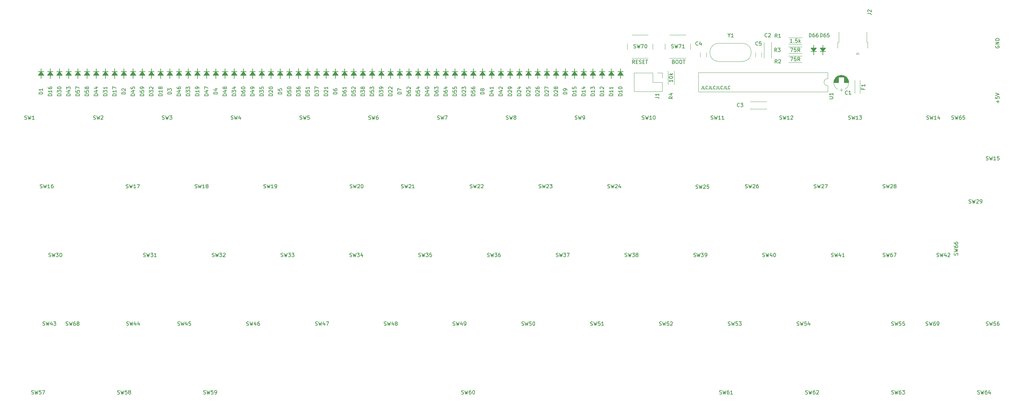
<source format=gto>
G04 #@! TF.GenerationSoftware,KiCad,Pcbnew,(5.1.6)-1*
G04 #@! TF.CreationDate,2020-08-30T19:28:48+05:30*
G04 #@! TF.ProjectId,tartan,74617274-616e-42e6-9b69-6361645f7063,rev?*
G04 #@! TF.SameCoordinates,Original*
G04 #@! TF.FileFunction,Legend,Top*
G04 #@! TF.FilePolarity,Positive*
%FSLAX46Y46*%
G04 Gerber Fmt 4.6, Leading zero omitted, Abs format (unit mm)*
G04 Created by KiCad (PCBNEW (5.1.6)-1) date 2020-08-30 19:28:48*
%MOMM*%
%LPD*%
G01*
G04 APERTURE LIST*
%ADD10C,0.150000*%
%ADD11C,0.120000*%
%ADD12C,0.200000*%
%ADD13C,0.100000*%
G04 APERTURE END LIST*
D10*
X225304761Y-45061904D02*
X225304761Y-45633333D01*
X225266666Y-45747619D01*
X225190476Y-45823809D01*
X225076190Y-45861904D01*
X225000000Y-45861904D01*
X226066666Y-45861904D02*
X225685714Y-45861904D01*
X225685714Y-45061904D01*
X226790476Y-45785714D02*
X226752380Y-45823809D01*
X226638095Y-45861904D01*
X226561904Y-45861904D01*
X226447619Y-45823809D01*
X226371428Y-45747619D01*
X226333333Y-45671428D01*
X226295238Y-45519047D01*
X226295238Y-45404761D01*
X226333333Y-45252380D01*
X226371428Y-45176190D01*
X226447619Y-45100000D01*
X226561904Y-45061904D01*
X226638095Y-45061904D01*
X226752380Y-45100000D01*
X226790476Y-45138095D01*
X227361904Y-45061904D02*
X227361904Y-45633333D01*
X227323809Y-45747619D01*
X227247619Y-45823809D01*
X227133333Y-45861904D01*
X227057142Y-45861904D01*
X228123809Y-45861904D02*
X227742857Y-45861904D01*
X227742857Y-45061904D01*
X228847619Y-45785714D02*
X228809523Y-45823809D01*
X228695238Y-45861904D01*
X228619047Y-45861904D01*
X228504761Y-45823809D01*
X228428571Y-45747619D01*
X228390476Y-45671428D01*
X228352380Y-45519047D01*
X228352380Y-45404761D01*
X228390476Y-45252380D01*
X228428571Y-45176190D01*
X228504761Y-45100000D01*
X228619047Y-45061904D01*
X228695238Y-45061904D01*
X228809523Y-45100000D01*
X228847619Y-45138095D01*
X229419047Y-45061904D02*
X229419047Y-45633333D01*
X229380952Y-45747619D01*
X229304761Y-45823809D01*
X229190476Y-45861904D01*
X229114285Y-45861904D01*
X230180952Y-45861904D02*
X229800000Y-45861904D01*
X229800000Y-45061904D01*
X230904761Y-45785714D02*
X230866666Y-45823809D01*
X230752380Y-45861904D01*
X230676190Y-45861904D01*
X230561904Y-45823809D01*
X230485714Y-45747619D01*
X230447619Y-45671428D01*
X230409523Y-45519047D01*
X230409523Y-45404761D01*
X230447619Y-45252380D01*
X230485714Y-45176190D01*
X230561904Y-45100000D01*
X230676190Y-45061904D01*
X230752380Y-45061904D01*
X230866666Y-45100000D01*
X230904761Y-45138095D01*
X231476190Y-45061904D02*
X231476190Y-45633333D01*
X231438095Y-45747619D01*
X231361904Y-45823809D01*
X231247619Y-45861904D01*
X231171428Y-45861904D01*
X232238095Y-45861904D02*
X231857142Y-45861904D01*
X231857142Y-45061904D01*
X232961904Y-45785714D02*
X232923809Y-45823809D01*
X232809523Y-45861904D01*
X232733333Y-45861904D01*
X232619047Y-45823809D01*
X232542857Y-45747619D01*
X232504761Y-45671428D01*
X232466666Y-45519047D01*
X232466666Y-45404761D01*
X232504761Y-45252380D01*
X232542857Y-45176190D01*
X232619047Y-45100000D01*
X232733333Y-45061904D01*
X232809523Y-45061904D01*
X232923809Y-45100000D01*
X232961904Y-45138095D01*
X217364857Y-38310571D02*
X217507714Y-38358190D01*
X217555333Y-38405809D01*
X217602952Y-38501047D01*
X217602952Y-38643904D01*
X217555333Y-38739142D01*
X217507714Y-38786761D01*
X217412476Y-38834380D01*
X217031523Y-38834380D01*
X217031523Y-37834380D01*
X217364857Y-37834380D01*
X217460095Y-37882000D01*
X217507714Y-37929619D01*
X217555333Y-38024857D01*
X217555333Y-38120095D01*
X217507714Y-38215333D01*
X217460095Y-38262952D01*
X217364857Y-38310571D01*
X217031523Y-38310571D01*
X218222000Y-37834380D02*
X218412476Y-37834380D01*
X218507714Y-37882000D01*
X218602952Y-37977238D01*
X218650571Y-38167714D01*
X218650571Y-38501047D01*
X218602952Y-38691523D01*
X218507714Y-38786761D01*
X218412476Y-38834380D01*
X218222000Y-38834380D01*
X218126761Y-38786761D01*
X218031523Y-38691523D01*
X217983904Y-38501047D01*
X217983904Y-38167714D01*
X218031523Y-37977238D01*
X218126761Y-37882000D01*
X218222000Y-37834380D01*
X219269619Y-37834380D02*
X219460095Y-37834380D01*
X219555333Y-37882000D01*
X219650571Y-37977238D01*
X219698190Y-38167714D01*
X219698190Y-38501047D01*
X219650571Y-38691523D01*
X219555333Y-38786761D01*
X219460095Y-38834380D01*
X219269619Y-38834380D01*
X219174380Y-38786761D01*
X219079142Y-38691523D01*
X219031523Y-38501047D01*
X219031523Y-38167714D01*
X219079142Y-37977238D01*
X219174380Y-37882000D01*
X219269619Y-37834380D01*
X219983904Y-37834380D02*
X220555333Y-37834380D01*
X220269619Y-38834380D02*
X220269619Y-37834380D01*
X206601619Y-38834380D02*
X206268285Y-38358190D01*
X206030190Y-38834380D02*
X206030190Y-37834380D01*
X206411142Y-37834380D01*
X206506380Y-37882000D01*
X206554000Y-37929619D01*
X206601619Y-38024857D01*
X206601619Y-38167714D01*
X206554000Y-38262952D01*
X206506380Y-38310571D01*
X206411142Y-38358190D01*
X206030190Y-38358190D01*
X207030190Y-38310571D02*
X207363523Y-38310571D01*
X207506380Y-38834380D02*
X207030190Y-38834380D01*
X207030190Y-37834380D01*
X207506380Y-37834380D01*
X207887333Y-38786761D02*
X208030190Y-38834380D01*
X208268285Y-38834380D01*
X208363523Y-38786761D01*
X208411142Y-38739142D01*
X208458761Y-38643904D01*
X208458761Y-38548666D01*
X208411142Y-38453428D01*
X208363523Y-38405809D01*
X208268285Y-38358190D01*
X208077809Y-38310571D01*
X207982571Y-38262952D01*
X207934952Y-38215333D01*
X207887333Y-38120095D01*
X207887333Y-38024857D01*
X207934952Y-37929619D01*
X207982571Y-37882000D01*
X208077809Y-37834380D01*
X208315904Y-37834380D01*
X208458761Y-37882000D01*
X208887333Y-38310571D02*
X209220666Y-38310571D01*
X209363523Y-38834380D02*
X208887333Y-38834380D01*
X208887333Y-37834380D01*
X209363523Y-37834380D01*
X209649238Y-37834380D02*
X210220666Y-37834380D01*
X209934952Y-38834380D02*
X209934952Y-37834380D01*
X306360000Y-33936904D02*
X306312380Y-34032142D01*
X306312380Y-34175000D01*
X306360000Y-34317857D01*
X306455238Y-34413095D01*
X306550476Y-34460714D01*
X306740952Y-34508333D01*
X306883809Y-34508333D01*
X307074285Y-34460714D01*
X307169523Y-34413095D01*
X307264761Y-34317857D01*
X307312380Y-34175000D01*
X307312380Y-34079761D01*
X307264761Y-33936904D01*
X307217142Y-33889285D01*
X306883809Y-33889285D01*
X306883809Y-34079761D01*
X307312380Y-33460714D02*
X306312380Y-33460714D01*
X307312380Y-32889285D01*
X306312380Y-32889285D01*
X307312380Y-32413095D02*
X306312380Y-32413095D01*
X306312380Y-32175000D01*
X306360000Y-32032142D01*
X306455238Y-31936904D01*
X306550476Y-31889285D01*
X306740952Y-31841666D01*
X306883809Y-31841666D01*
X307074285Y-31889285D01*
X307169523Y-31936904D01*
X307264761Y-32032142D01*
X307312380Y-32175000D01*
X307312380Y-32413095D01*
X306931428Y-49700714D02*
X306931428Y-48938809D01*
X307312380Y-49319761D02*
X306550476Y-49319761D01*
X306312380Y-47986428D02*
X306312380Y-48462619D01*
X306788571Y-48510238D01*
X306740952Y-48462619D01*
X306693333Y-48367380D01*
X306693333Y-48129285D01*
X306740952Y-48034047D01*
X306788571Y-47986428D01*
X306883809Y-47938809D01*
X307121904Y-47938809D01*
X307217142Y-47986428D01*
X307264761Y-48034047D01*
X307312380Y-48129285D01*
X307312380Y-48367380D01*
X307264761Y-48462619D01*
X307217142Y-48510238D01*
X306312380Y-47653095D02*
X307312380Y-47319761D01*
X306312380Y-46986428D01*
D11*
X271004845Y-32940042D02*
X271004845Y-34490042D01*
X271004845Y-32940042D02*
X270704845Y-32940042D01*
X270704845Y-30140042D02*
X270704845Y-32940042D01*
X262704845Y-32940042D02*
X262704845Y-34490042D01*
X263004845Y-32940042D02*
X262704845Y-32940042D01*
X263004845Y-30140042D02*
X263004845Y-32940042D01*
X267754845Y-36190042D02*
X268154845Y-35740042D01*
X268554845Y-36190042D02*
X267754845Y-36190042D01*
X268154845Y-35740042D02*
X268554845Y-36190042D01*
X259930000Y-42970000D02*
X259930000Y-41320000D01*
X259930000Y-41320000D02*
X224250000Y-41320000D01*
X224250000Y-41320000D02*
X224250000Y-46620000D01*
X224250000Y-46620000D02*
X259930000Y-46620000D01*
X259930000Y-46620000D02*
X259930000Y-44970000D01*
X259930000Y-44970000D02*
G75*
G02*
X259930000Y-42970000I0J1000000D01*
G01*
D10*
G36*
X132400000Y-42030000D02*
G01*
X130800000Y-42030000D01*
X131600000Y-41030000D01*
X132400000Y-42030000D01*
G37*
X132400000Y-42030000D02*
X130800000Y-42030000D01*
X131600000Y-41030000D01*
X132400000Y-42030000D01*
D12*
X131600000Y-40156371D02*
X131600000Y-42870000D01*
X132400000Y-41030000D02*
X130800000Y-41030000D01*
D11*
X210356000Y-30850000D02*
X205856000Y-30850000D01*
X211606000Y-34850000D02*
X211606000Y-33350000D01*
X205856000Y-37350000D02*
X210356000Y-37350000D01*
X204606000Y-33350000D02*
X204606000Y-34850000D01*
D12*
X162880000Y-41030000D02*
X161280000Y-41030000D01*
X162080000Y-40156371D02*
X162080000Y-42870000D01*
D10*
G36*
X162880000Y-42030000D02*
G01*
X161280000Y-42030000D01*
X162080000Y-41030000D01*
X162880000Y-42030000D01*
G37*
X162880000Y-42030000D02*
X161280000Y-42030000D01*
X162080000Y-41030000D01*
X162880000Y-42030000D01*
D12*
X155260000Y-41030000D02*
X153660000Y-41030000D01*
X154460000Y-40156371D02*
X154460000Y-42870000D01*
D10*
G36*
X155260000Y-42030000D02*
G01*
X153660000Y-42030000D01*
X154460000Y-41030000D01*
X155260000Y-42030000D01*
G37*
X155260000Y-42030000D02*
X153660000Y-42030000D01*
X154460000Y-41030000D01*
X155260000Y-42030000D01*
D11*
X264460000Y-44085000D02*
X265730000Y-44085000D01*
X261630000Y-44085000D02*
X262900000Y-44085000D01*
X261630000Y-44045000D02*
X262900000Y-44045000D01*
X264460000Y-44045000D02*
X265730000Y-44045000D01*
X261631000Y-44005000D02*
X262900000Y-44005000D01*
X264460000Y-44005000D02*
X265729000Y-44005000D01*
X261633000Y-43965000D02*
X262900000Y-43965000D01*
X264460000Y-43965000D02*
X265727000Y-43965000D01*
X261636000Y-43925000D02*
X262900000Y-43925000D01*
X264460000Y-43925000D02*
X265724000Y-43925000D01*
X261639000Y-43885000D02*
X262900000Y-43885000D01*
X264460000Y-43885000D02*
X265721000Y-43885000D01*
X261643000Y-43845000D02*
X262900000Y-43845000D01*
X264460000Y-43845000D02*
X265717000Y-43845000D01*
X261648000Y-43805000D02*
X262900000Y-43805000D01*
X264460000Y-43805000D02*
X265712000Y-43805000D01*
X261654000Y-43765000D02*
X262900000Y-43765000D01*
X264460000Y-43765000D02*
X265706000Y-43765000D01*
X261661000Y-43725000D02*
X262900000Y-43725000D01*
X264460000Y-43725000D02*
X265699000Y-43725000D01*
X261668000Y-43685000D02*
X262900000Y-43685000D01*
X264460000Y-43685000D02*
X265692000Y-43685000D01*
X261676000Y-43645000D02*
X262900000Y-43645000D01*
X264460000Y-43645000D02*
X265684000Y-43645000D01*
X261685000Y-43605000D02*
X262900000Y-43605000D01*
X264460000Y-43605000D02*
X265675000Y-43605000D01*
X261695000Y-43565000D02*
X262900000Y-43565000D01*
X264460000Y-43565000D02*
X265665000Y-43565000D01*
X261706000Y-43525000D02*
X262900000Y-43525000D01*
X264460000Y-43525000D02*
X265654000Y-43525000D01*
X261717000Y-43485000D02*
X262900000Y-43485000D01*
X264460000Y-43485000D02*
X265643000Y-43485000D01*
X261730000Y-43445000D02*
X262900000Y-43445000D01*
X264460000Y-43445000D02*
X265630000Y-43445000D01*
X261743000Y-43405000D02*
X262900000Y-43405000D01*
X264460000Y-43405000D02*
X265617000Y-43405000D01*
X261757000Y-43364000D02*
X262900000Y-43364000D01*
X264460000Y-43364000D02*
X265603000Y-43364000D01*
X261773000Y-43324000D02*
X262900000Y-43324000D01*
X264460000Y-43324000D02*
X265587000Y-43324000D01*
X261789000Y-43284000D02*
X262900000Y-43284000D01*
X264460000Y-43284000D02*
X265571000Y-43284000D01*
X261806000Y-43244000D02*
X262900000Y-43244000D01*
X264460000Y-43244000D02*
X265554000Y-43244000D01*
X261824000Y-43204000D02*
X262900000Y-43204000D01*
X264460000Y-43204000D02*
X265536000Y-43204000D01*
X261843000Y-43164000D02*
X262900000Y-43164000D01*
X264460000Y-43164000D02*
X265517000Y-43164000D01*
X261863000Y-43124000D02*
X262900000Y-43124000D01*
X264460000Y-43124000D02*
X265497000Y-43124000D01*
X261884000Y-43084000D02*
X262900000Y-43084000D01*
X264460000Y-43084000D02*
X265476000Y-43084000D01*
X261907000Y-43044000D02*
X262900000Y-43044000D01*
X264460000Y-43044000D02*
X265453000Y-43044000D01*
X261930000Y-43004000D02*
X262900000Y-43004000D01*
X264460000Y-43004000D02*
X265430000Y-43004000D01*
X261955000Y-42964000D02*
X262900000Y-42964000D01*
X264460000Y-42964000D02*
X265405000Y-42964000D01*
X261981000Y-42924000D02*
X262900000Y-42924000D01*
X264460000Y-42924000D02*
X265379000Y-42924000D01*
X262008000Y-42884000D02*
X262900000Y-42884000D01*
X264460000Y-42884000D02*
X265352000Y-42884000D01*
X262037000Y-42844000D02*
X262900000Y-42844000D01*
X264460000Y-42844000D02*
X265323000Y-42844000D01*
X262067000Y-42804000D02*
X262900000Y-42804000D01*
X264460000Y-42804000D02*
X265293000Y-42804000D01*
X262099000Y-42764000D02*
X262900000Y-42764000D01*
X264460000Y-42764000D02*
X265261000Y-42764000D01*
X262133000Y-42724000D02*
X262900000Y-42724000D01*
X264460000Y-42724000D02*
X265227000Y-42724000D01*
X262168000Y-42684000D02*
X262900000Y-42684000D01*
X264460000Y-42684000D02*
X265192000Y-42684000D01*
X262205000Y-42644000D02*
X262900000Y-42644000D01*
X264460000Y-42644000D02*
X265155000Y-42644000D01*
X262244000Y-42604000D02*
X262900000Y-42604000D01*
X264460000Y-42604000D02*
X265116000Y-42604000D01*
X262285000Y-42564000D02*
X262900000Y-42564000D01*
X264460000Y-42564000D02*
X265075000Y-42564000D01*
X262329000Y-42524000D02*
X265031000Y-42524000D01*
X262375000Y-42484000D02*
X264985000Y-42484000D01*
X262424000Y-42444000D02*
X264936000Y-42444000D01*
X262476000Y-42404000D02*
X264884000Y-42404000D01*
X262532000Y-42364000D02*
X264828000Y-42364000D01*
X262592000Y-42324000D02*
X264768000Y-42324000D01*
X262657000Y-42284000D02*
X264703000Y-42284000D01*
X262728000Y-42244000D02*
X264632000Y-42244000D01*
X262806000Y-42204000D02*
X264554000Y-42204000D01*
X262894000Y-42164000D02*
X264466000Y-42164000D01*
X262994000Y-42124000D02*
X264366000Y-42124000D01*
X263113000Y-42084000D02*
X264247000Y-42084000D01*
X263265000Y-42044000D02*
X264095000Y-42044000D01*
X263515000Y-42004000D02*
X263845000Y-42004000D01*
X263680000Y-46535000D02*
X263680000Y-45635000D01*
X263230000Y-46085000D02*
X264130000Y-46085000D01*
X264659170Y-42238564D02*
G75*
G03*
X262700000Y-42239004I-979170J-1846436D01*
G01*
X264659170Y-42238564D02*
G75*
G02*
X264660000Y-45930996I-979170J-1846436D01*
G01*
X262700830Y-42238564D02*
G75*
G03*
X262700000Y-45930996I979170J-1846436D01*
G01*
X244356000Y-32910000D02*
X244370000Y-32910000D01*
X242350000Y-32910000D02*
X242364000Y-32910000D01*
X244356000Y-37330000D02*
X244370000Y-37330000D01*
X242350000Y-37330000D02*
X242364000Y-37330000D01*
X244370000Y-37330000D02*
X244370000Y-32910000D01*
X242350000Y-37330000D02*
X242350000Y-32910000D01*
X238570000Y-49310000D02*
X242990000Y-49310000D01*
X238570000Y-51330000D02*
X242990000Y-51330000D01*
X238570000Y-49310000D02*
X238570000Y-49324000D01*
X238570000Y-51316000D02*
X238570000Y-51330000D01*
X242990000Y-49310000D02*
X242990000Y-49324000D01*
X242990000Y-51316000D02*
X242990000Y-51330000D01*
X224719000Y-35783000D02*
X224719000Y-36957000D01*
X226441000Y-35783000D02*
X226441000Y-36957000D01*
X241681000Y-35783000D02*
X241681000Y-36957000D01*
X239959000Y-35783000D02*
X239959000Y-36957000D01*
D12*
X43500000Y-41030000D02*
X41900000Y-41030000D01*
X42700000Y-40156371D02*
X42700000Y-42870000D01*
D10*
G36*
X43500000Y-42030000D02*
G01*
X41900000Y-42030000D01*
X42700000Y-41030000D01*
X43500000Y-42030000D01*
G37*
X43500000Y-42030000D02*
X41900000Y-42030000D01*
X42700000Y-41030000D01*
X43500000Y-42030000D01*
D12*
X66360000Y-41030000D02*
X64760000Y-41030000D01*
X65560000Y-40156371D02*
X65560000Y-42870000D01*
D10*
G36*
X66360000Y-42030000D02*
G01*
X64760000Y-42030000D01*
X65560000Y-41030000D01*
X66360000Y-42030000D01*
G37*
X66360000Y-42030000D02*
X64760000Y-42030000D01*
X65560000Y-41030000D01*
X66360000Y-42030000D01*
D12*
X79060000Y-41030000D02*
X77460000Y-41030000D01*
X78260000Y-40156371D02*
X78260000Y-42870000D01*
D10*
G36*
X79060000Y-42030000D02*
G01*
X77460000Y-42030000D01*
X78260000Y-41030000D01*
X79060000Y-42030000D01*
G37*
X79060000Y-42030000D02*
X77460000Y-42030000D01*
X78260000Y-41030000D01*
X79060000Y-42030000D01*
D12*
X91760000Y-41030000D02*
X90160000Y-41030000D01*
X90960000Y-40156371D02*
X90960000Y-42870000D01*
D10*
G36*
X91760000Y-42030000D02*
G01*
X90160000Y-42030000D01*
X90960000Y-41030000D01*
X91760000Y-42030000D01*
G37*
X91760000Y-42030000D02*
X90160000Y-42030000D01*
X90960000Y-41030000D01*
X91760000Y-42030000D01*
G36*
X109540000Y-42030000D02*
G01*
X107940000Y-42030000D01*
X108740000Y-41030000D01*
X109540000Y-42030000D01*
G37*
X109540000Y-42030000D02*
X107940000Y-42030000D01*
X108740000Y-41030000D01*
X109540000Y-42030000D01*
D12*
X108740000Y-40156371D02*
X108740000Y-42870000D01*
X109540000Y-41030000D02*
X107940000Y-41030000D01*
X124780000Y-41030000D02*
X123180000Y-41030000D01*
X123980000Y-40156371D02*
X123980000Y-42870000D01*
D10*
G36*
X124780000Y-42030000D02*
G01*
X123180000Y-42030000D01*
X123980000Y-41030000D01*
X124780000Y-42030000D01*
G37*
X124780000Y-42030000D02*
X123180000Y-42030000D01*
X123980000Y-41030000D01*
X124780000Y-42030000D01*
G36*
X142560000Y-42030000D02*
G01*
X140960000Y-42030000D01*
X141760000Y-41030000D01*
X142560000Y-42030000D01*
G37*
X142560000Y-42030000D02*
X140960000Y-42030000D01*
X141760000Y-41030000D01*
X142560000Y-42030000D01*
D12*
X141760000Y-40156371D02*
X141760000Y-42870000D01*
X142560000Y-41030000D02*
X140960000Y-41030000D01*
D10*
G36*
X165420000Y-42030000D02*
G01*
X163820000Y-42030000D01*
X164620000Y-41030000D01*
X165420000Y-42030000D01*
G37*
X165420000Y-42030000D02*
X163820000Y-42030000D01*
X164620000Y-41030000D01*
X165420000Y-42030000D01*
D12*
X164620000Y-40156371D02*
X164620000Y-42870000D01*
X165420000Y-41030000D02*
X163820000Y-41030000D01*
D10*
G36*
X188280000Y-42030000D02*
G01*
X186680000Y-42030000D01*
X187480000Y-41030000D01*
X188280000Y-42030000D01*
G37*
X188280000Y-42030000D02*
X186680000Y-42030000D01*
X187480000Y-41030000D01*
X188280000Y-42030000D01*
D12*
X187480000Y-40156371D02*
X187480000Y-42870000D01*
X188280000Y-41030000D02*
X186680000Y-41030000D01*
X203520000Y-41030000D02*
X201920000Y-41030000D01*
X202720000Y-40156371D02*
X202720000Y-42870000D01*
D10*
G36*
X203520000Y-42030000D02*
G01*
X201920000Y-42030000D01*
X202720000Y-41030000D01*
X203520000Y-42030000D01*
G37*
X203520000Y-42030000D02*
X201920000Y-42030000D01*
X202720000Y-41030000D01*
X203520000Y-42030000D01*
D12*
X200980000Y-41030000D02*
X199380000Y-41030000D01*
X200180000Y-40156371D02*
X200180000Y-42870000D01*
D10*
G36*
X200980000Y-42030000D02*
G01*
X199380000Y-42030000D01*
X200180000Y-41030000D01*
X200980000Y-42030000D01*
G37*
X200980000Y-42030000D02*
X199380000Y-42030000D01*
X200180000Y-41030000D01*
X200980000Y-42030000D01*
D12*
X198440000Y-41030000D02*
X196840000Y-41030000D01*
X197640000Y-40156371D02*
X197640000Y-42870000D01*
D10*
G36*
X198440000Y-42030000D02*
G01*
X196840000Y-42030000D01*
X197640000Y-41030000D01*
X198440000Y-42030000D01*
G37*
X198440000Y-42030000D02*
X196840000Y-42030000D01*
X197640000Y-41030000D01*
X198440000Y-42030000D01*
G36*
X195900000Y-42030000D02*
G01*
X194300000Y-42030000D01*
X195100000Y-41030000D01*
X195900000Y-42030000D01*
G37*
X195900000Y-42030000D02*
X194300000Y-42030000D01*
X195100000Y-41030000D01*
X195900000Y-42030000D01*
D12*
X195100000Y-40156371D02*
X195100000Y-42870000D01*
X195900000Y-41030000D02*
X194300000Y-41030000D01*
X71440000Y-41030000D02*
X69840000Y-41030000D01*
X70640000Y-40156371D02*
X70640000Y-42870000D01*
D10*
G36*
X71440000Y-42030000D02*
G01*
X69840000Y-42030000D01*
X70640000Y-41030000D01*
X71440000Y-42030000D01*
G37*
X71440000Y-42030000D02*
X69840000Y-42030000D01*
X70640000Y-41030000D01*
X71440000Y-42030000D01*
G36*
X99380000Y-42030000D02*
G01*
X97780000Y-42030000D01*
X98580000Y-41030000D01*
X99380000Y-42030000D01*
G37*
X99380000Y-42030000D02*
X97780000Y-42030000D01*
X98580000Y-41030000D01*
X99380000Y-42030000D01*
D12*
X98580000Y-40156371D02*
X98580000Y-42870000D01*
X99380000Y-41030000D02*
X97780000Y-41030000D01*
D10*
G36*
X193360000Y-42030000D02*
G01*
X191760000Y-42030000D01*
X192560000Y-41030000D01*
X193360000Y-42030000D01*
G37*
X193360000Y-42030000D02*
X191760000Y-42030000D01*
X192560000Y-41030000D01*
X193360000Y-42030000D01*
D12*
X192560000Y-40156371D02*
X192560000Y-42870000D01*
X193360000Y-41030000D02*
X191760000Y-41030000D01*
X190820000Y-41030000D02*
X189220000Y-41030000D01*
X190020000Y-40156371D02*
X190020000Y-42870000D01*
D10*
G36*
X190820000Y-42030000D02*
G01*
X189220000Y-42030000D01*
X190020000Y-41030000D01*
X190820000Y-42030000D01*
G37*
X190820000Y-42030000D02*
X189220000Y-42030000D01*
X190020000Y-41030000D01*
X190820000Y-42030000D01*
G36*
X152720000Y-42030000D02*
G01*
X151120000Y-42030000D01*
X151920000Y-41030000D01*
X152720000Y-42030000D01*
G37*
X152720000Y-42030000D02*
X151120000Y-42030000D01*
X151920000Y-41030000D01*
X152720000Y-42030000D01*
D12*
X151920000Y-40156371D02*
X151920000Y-42870000D01*
X152720000Y-41030000D02*
X151120000Y-41030000D01*
X145100000Y-41030000D02*
X143500000Y-41030000D01*
X144300000Y-40156371D02*
X144300000Y-42870000D01*
D10*
G36*
X145100000Y-42030000D02*
G01*
X143500000Y-42030000D01*
X144300000Y-41030000D01*
X145100000Y-42030000D01*
G37*
X145100000Y-42030000D02*
X143500000Y-42030000D01*
X144300000Y-41030000D01*
X145100000Y-42030000D01*
G36*
X46040000Y-42030000D02*
G01*
X44440000Y-42030000D01*
X45240000Y-41030000D01*
X46040000Y-42030000D01*
G37*
X46040000Y-42030000D02*
X44440000Y-42030000D01*
X45240000Y-41030000D01*
X46040000Y-42030000D01*
D12*
X45240000Y-40156371D02*
X45240000Y-42870000D01*
X46040000Y-41030000D02*
X44440000Y-41030000D01*
D10*
G36*
X63820000Y-42030000D02*
G01*
X62220000Y-42030000D01*
X63020000Y-41030000D01*
X63820000Y-42030000D01*
G37*
X63820000Y-42030000D02*
X62220000Y-42030000D01*
X63020000Y-41030000D01*
X63820000Y-42030000D01*
D12*
X63020000Y-40156371D02*
X63020000Y-42870000D01*
X63820000Y-41030000D02*
X62220000Y-41030000D01*
D10*
G36*
X76520000Y-42030000D02*
G01*
X74920000Y-42030000D01*
X75720000Y-41030000D01*
X76520000Y-42030000D01*
G37*
X76520000Y-42030000D02*
X74920000Y-42030000D01*
X75720000Y-41030000D01*
X76520000Y-42030000D01*
D12*
X75720000Y-40156371D02*
X75720000Y-42870000D01*
X76520000Y-41030000D02*
X74920000Y-41030000D01*
X86680000Y-41030000D02*
X85080000Y-41030000D01*
X85880000Y-40156371D02*
X85880000Y-42870000D01*
D10*
G36*
X86680000Y-42030000D02*
G01*
X85080000Y-42030000D01*
X85880000Y-41030000D01*
X86680000Y-42030000D01*
G37*
X86680000Y-42030000D02*
X85080000Y-42030000D01*
X85880000Y-41030000D01*
X86680000Y-42030000D01*
D12*
X107000000Y-41030000D02*
X105400000Y-41030000D01*
X106200000Y-40156371D02*
X106200000Y-42870000D01*
D10*
G36*
X107000000Y-42030000D02*
G01*
X105400000Y-42030000D01*
X106200000Y-41030000D01*
X107000000Y-42030000D01*
G37*
X107000000Y-42030000D02*
X105400000Y-42030000D01*
X106200000Y-41030000D01*
X107000000Y-42030000D01*
G36*
X122240000Y-42030000D02*
G01*
X120640000Y-42030000D01*
X121440000Y-41030000D01*
X122240000Y-42030000D01*
G37*
X122240000Y-42030000D02*
X120640000Y-42030000D01*
X121440000Y-41030000D01*
X122240000Y-42030000D01*
D12*
X121440000Y-40156371D02*
X121440000Y-42870000D01*
X122240000Y-41030000D02*
X120640000Y-41030000D01*
D10*
G36*
X140020000Y-42030000D02*
G01*
X138420000Y-42030000D01*
X139220000Y-41030000D01*
X140020000Y-42030000D01*
G37*
X140020000Y-42030000D02*
X138420000Y-42030000D01*
X139220000Y-41030000D01*
X140020000Y-42030000D01*
D12*
X139220000Y-40156371D02*
X139220000Y-42870000D01*
X140020000Y-41030000D02*
X138420000Y-41030000D01*
D10*
G36*
X160340000Y-42030000D02*
G01*
X158740000Y-42030000D01*
X159540000Y-41030000D01*
X160340000Y-42030000D01*
G37*
X160340000Y-42030000D02*
X158740000Y-42030000D01*
X159540000Y-41030000D01*
X160340000Y-42030000D01*
D12*
X159540000Y-40156371D02*
X159540000Y-42870000D01*
X160340000Y-41030000D02*
X158740000Y-41030000D01*
X175580000Y-41030000D02*
X173980000Y-41030000D01*
X174780000Y-40156371D02*
X174780000Y-42870000D01*
D10*
G36*
X175580000Y-42030000D02*
G01*
X173980000Y-42030000D01*
X174780000Y-41030000D01*
X175580000Y-42030000D01*
G37*
X175580000Y-42030000D02*
X173980000Y-42030000D01*
X174780000Y-41030000D01*
X175580000Y-42030000D01*
G36*
X178120000Y-42030000D02*
G01*
X176520000Y-42030000D01*
X177320000Y-41030000D01*
X178120000Y-42030000D01*
G37*
X178120000Y-42030000D02*
X176520000Y-42030000D01*
X177320000Y-41030000D01*
X178120000Y-42030000D01*
D12*
X177320000Y-40156371D02*
X177320000Y-42870000D01*
X178120000Y-41030000D02*
X176520000Y-41030000D01*
D10*
G36*
X180660000Y-42030000D02*
G01*
X179060000Y-42030000D01*
X179860000Y-41030000D01*
X180660000Y-42030000D01*
G37*
X180660000Y-42030000D02*
X179060000Y-42030000D01*
X179860000Y-41030000D01*
X180660000Y-42030000D01*
D12*
X179860000Y-40156371D02*
X179860000Y-42870000D01*
X180660000Y-41030000D02*
X179060000Y-41030000D01*
X183200000Y-41030000D02*
X181600000Y-41030000D01*
X182400000Y-40156371D02*
X182400000Y-42870000D01*
D10*
G36*
X183200000Y-42030000D02*
G01*
X181600000Y-42030000D01*
X182400000Y-41030000D01*
X183200000Y-42030000D01*
G37*
X183200000Y-42030000D02*
X181600000Y-42030000D01*
X182400000Y-41030000D01*
X183200000Y-42030000D01*
D12*
X185740000Y-41030000D02*
X184140000Y-41030000D01*
X184940000Y-40156371D02*
X184940000Y-42870000D01*
D10*
G36*
X185740000Y-42030000D02*
G01*
X184140000Y-42030000D01*
X184940000Y-41030000D01*
X185740000Y-42030000D01*
G37*
X185740000Y-42030000D02*
X184140000Y-42030000D01*
X184940000Y-41030000D01*
X185740000Y-42030000D01*
D12*
X173040000Y-41030000D02*
X171440000Y-41030000D01*
X172240000Y-40156371D02*
X172240000Y-42870000D01*
D10*
G36*
X173040000Y-42030000D02*
G01*
X171440000Y-42030000D01*
X172240000Y-41030000D01*
X173040000Y-42030000D01*
G37*
X173040000Y-42030000D02*
X171440000Y-42030000D01*
X172240000Y-41030000D01*
X173040000Y-42030000D01*
G36*
X48580000Y-42030000D02*
G01*
X46980000Y-42030000D01*
X47780000Y-41030000D01*
X48580000Y-42030000D01*
G37*
X48580000Y-42030000D02*
X46980000Y-42030000D01*
X47780000Y-41030000D01*
X48580000Y-42030000D01*
D12*
X47780000Y-40156371D02*
X47780000Y-42870000D01*
X48580000Y-41030000D02*
X46980000Y-41030000D01*
D10*
G36*
X61280000Y-42030000D02*
G01*
X59680000Y-42030000D01*
X60480000Y-41030000D01*
X61280000Y-42030000D01*
G37*
X61280000Y-42030000D02*
X59680000Y-42030000D01*
X60480000Y-41030000D01*
X61280000Y-42030000D01*
D12*
X60480000Y-40156371D02*
X60480000Y-42870000D01*
X61280000Y-41030000D02*
X59680000Y-41030000D01*
X73980000Y-41030000D02*
X72380000Y-41030000D01*
X73180000Y-40156371D02*
X73180000Y-42870000D01*
D10*
G36*
X73980000Y-42030000D02*
G01*
X72380000Y-42030000D01*
X73180000Y-41030000D01*
X73980000Y-42030000D01*
G37*
X73980000Y-42030000D02*
X72380000Y-42030000D01*
X73180000Y-41030000D01*
X73980000Y-42030000D01*
D12*
X84140000Y-41030000D02*
X82540000Y-41030000D01*
X83340000Y-40156371D02*
X83340000Y-42870000D01*
D10*
G36*
X84140000Y-42030000D02*
G01*
X82540000Y-42030000D01*
X83340000Y-41030000D01*
X84140000Y-42030000D01*
G37*
X84140000Y-42030000D02*
X82540000Y-42030000D01*
X83340000Y-41030000D01*
X84140000Y-42030000D01*
D12*
X96840000Y-41030000D02*
X95240000Y-41030000D01*
X96040000Y-40156371D02*
X96040000Y-42870000D01*
D10*
G36*
X96840000Y-42030000D02*
G01*
X95240000Y-42030000D01*
X96040000Y-41030000D01*
X96840000Y-42030000D01*
G37*
X96840000Y-42030000D02*
X95240000Y-42030000D01*
X96040000Y-41030000D01*
X96840000Y-42030000D01*
D12*
X104460000Y-41030000D02*
X102860000Y-41030000D01*
X103660000Y-40156371D02*
X103660000Y-42870000D01*
D10*
G36*
X104460000Y-42030000D02*
G01*
X102860000Y-42030000D01*
X103660000Y-41030000D01*
X104460000Y-42030000D01*
G37*
X104460000Y-42030000D02*
X102860000Y-42030000D01*
X103660000Y-41030000D01*
X104460000Y-42030000D01*
G36*
X114620000Y-42030000D02*
G01*
X113020000Y-42030000D01*
X113820000Y-41030000D01*
X114620000Y-42030000D01*
G37*
X114620000Y-42030000D02*
X113020000Y-42030000D01*
X113820000Y-41030000D01*
X114620000Y-42030000D01*
D12*
X113820000Y-40156371D02*
X113820000Y-42870000D01*
X114620000Y-41030000D02*
X113020000Y-41030000D01*
D10*
G36*
X119700000Y-42030000D02*
G01*
X118100000Y-42030000D01*
X118900000Y-41030000D01*
X119700000Y-42030000D01*
G37*
X119700000Y-42030000D02*
X118100000Y-42030000D01*
X118900000Y-41030000D01*
X119700000Y-42030000D01*
D12*
X118900000Y-40156371D02*
X118900000Y-42870000D01*
X119700000Y-41030000D02*
X118100000Y-41030000D01*
X137480000Y-41030000D02*
X135880000Y-41030000D01*
X136680000Y-40156371D02*
X136680000Y-42870000D01*
D10*
G36*
X137480000Y-42030000D02*
G01*
X135880000Y-42030000D01*
X136680000Y-41030000D01*
X137480000Y-42030000D01*
G37*
X137480000Y-42030000D02*
X135880000Y-42030000D01*
X136680000Y-41030000D01*
X137480000Y-42030000D01*
G36*
X150180000Y-42030000D02*
G01*
X148580000Y-42030000D01*
X149380000Y-41030000D01*
X150180000Y-42030000D01*
G37*
X150180000Y-42030000D02*
X148580000Y-42030000D01*
X149380000Y-41030000D01*
X150180000Y-42030000D01*
D12*
X149380000Y-40156371D02*
X149380000Y-42870000D01*
X150180000Y-41030000D02*
X148580000Y-41030000D01*
X167960000Y-41030000D02*
X166360000Y-41030000D01*
X167160000Y-40156371D02*
X167160000Y-42870000D01*
D10*
G36*
X167960000Y-42030000D02*
G01*
X166360000Y-42030000D01*
X167160000Y-41030000D01*
X167960000Y-42030000D01*
G37*
X167960000Y-42030000D02*
X166360000Y-42030000D01*
X167160000Y-41030000D01*
X167960000Y-42030000D01*
D12*
X170500000Y-41030000D02*
X168900000Y-41030000D01*
X169700000Y-40156371D02*
X169700000Y-42870000D01*
D10*
G36*
X170500000Y-42030000D02*
G01*
X168900000Y-42030000D01*
X169700000Y-41030000D01*
X170500000Y-42030000D01*
G37*
X170500000Y-42030000D02*
X168900000Y-42030000D01*
X169700000Y-41030000D01*
X170500000Y-42030000D01*
G36*
X53660000Y-42030000D02*
G01*
X52060000Y-42030000D01*
X52860000Y-41030000D01*
X53660000Y-42030000D01*
G37*
X53660000Y-42030000D02*
X52060000Y-42030000D01*
X52860000Y-41030000D01*
X53660000Y-42030000D01*
D12*
X52860000Y-40156371D02*
X52860000Y-42870000D01*
X53660000Y-41030000D02*
X52060000Y-41030000D01*
D10*
G36*
X56200000Y-42030000D02*
G01*
X54600000Y-42030000D01*
X55400000Y-41030000D01*
X56200000Y-42030000D01*
G37*
X56200000Y-42030000D02*
X54600000Y-42030000D01*
X55400000Y-41030000D01*
X56200000Y-42030000D01*
D12*
X55400000Y-40156371D02*
X55400000Y-42870000D01*
X56200000Y-41030000D02*
X54600000Y-41030000D01*
D13*
X267425000Y-43450000D02*
X267425000Y-47050000D01*
X268825000Y-43450000D02*
X268825000Y-47050000D01*
D11*
X217550000Y-44560000D02*
X217550000Y-40840000D01*
X215830000Y-44560000D02*
X215830000Y-40840000D01*
X252840000Y-33400000D02*
X249120000Y-33400000D01*
X252840000Y-31680000D02*
X249120000Y-31680000D01*
X249120000Y-38480000D02*
X252840000Y-38480000D01*
X249120000Y-36760000D02*
X252840000Y-36760000D01*
X249120000Y-34220000D02*
X252840000Y-34220000D01*
X249120000Y-35940000D02*
X252840000Y-35940000D01*
X236300000Y-38240000D02*
X229900000Y-38240000D01*
X236300000Y-33190000D02*
X229900000Y-33190000D01*
X229900000Y-33190000D02*
G75*
G03*
X229900000Y-38240000I0J-2525000D01*
G01*
X236300000Y-33190000D02*
G75*
G02*
X236300000Y-38240000I0J-2525000D01*
G01*
D10*
G36*
X127320000Y-42030000D02*
G01*
X125720000Y-42030000D01*
X126520000Y-41030000D01*
X127320000Y-42030000D01*
G37*
X127320000Y-42030000D02*
X125720000Y-42030000D01*
X126520000Y-41030000D01*
X127320000Y-42030000D01*
D12*
X126520000Y-40156371D02*
X126520000Y-42870000D01*
X127320000Y-41030000D02*
X125720000Y-41030000D01*
D11*
X206470000Y-41370000D02*
X206470000Y-46570000D01*
X211610000Y-41370000D02*
X206470000Y-41370000D01*
X214210000Y-46570000D02*
X206470000Y-46570000D01*
X211610000Y-41370000D02*
X211610000Y-43970000D01*
X211610000Y-43970000D02*
X214210000Y-43970000D01*
X214210000Y-43970000D02*
X214210000Y-46570000D01*
X212880000Y-41370000D02*
X214210000Y-41370000D01*
X214210000Y-41370000D02*
X214210000Y-42700000D01*
D10*
G36*
X51120000Y-42030000D02*
G01*
X49520000Y-42030000D01*
X50320000Y-41030000D01*
X51120000Y-42030000D01*
G37*
X51120000Y-42030000D02*
X49520000Y-42030000D01*
X50320000Y-41030000D01*
X51120000Y-42030000D01*
D12*
X50320000Y-40156371D02*
X50320000Y-42870000D01*
X51120000Y-41030000D02*
X49520000Y-41030000D01*
X58740000Y-41030000D02*
X57140000Y-41030000D01*
X57940000Y-40156371D02*
X57940000Y-42870000D01*
D10*
G36*
X58740000Y-42030000D02*
G01*
X57140000Y-42030000D01*
X57940000Y-41030000D01*
X58740000Y-42030000D01*
G37*
X58740000Y-42030000D02*
X57140000Y-42030000D01*
X57940000Y-41030000D01*
X58740000Y-42030000D01*
G36*
X68900000Y-42030000D02*
G01*
X67300000Y-42030000D01*
X68100000Y-41030000D01*
X68900000Y-42030000D01*
G37*
X68900000Y-42030000D02*
X67300000Y-42030000D01*
X68100000Y-41030000D01*
X68900000Y-42030000D01*
D12*
X68100000Y-40156371D02*
X68100000Y-42870000D01*
X68900000Y-41030000D02*
X67300000Y-41030000D01*
D10*
G36*
X81600000Y-42030000D02*
G01*
X80000000Y-42030000D01*
X80800000Y-41030000D01*
X81600000Y-42030000D01*
G37*
X81600000Y-42030000D02*
X80000000Y-42030000D01*
X80800000Y-41030000D01*
X81600000Y-42030000D01*
D12*
X80800000Y-40156371D02*
X80800000Y-42870000D01*
X81600000Y-41030000D02*
X80000000Y-41030000D01*
X89220000Y-41030000D02*
X87620000Y-41030000D01*
X88420000Y-40156371D02*
X88420000Y-42870000D01*
D10*
G36*
X89220000Y-42030000D02*
G01*
X87620000Y-42030000D01*
X88420000Y-41030000D01*
X89220000Y-42030000D01*
G37*
X89220000Y-42030000D02*
X87620000Y-42030000D01*
X88420000Y-41030000D01*
X89220000Y-42030000D01*
G36*
X94300000Y-42030000D02*
G01*
X92700000Y-42030000D01*
X93500000Y-41030000D01*
X94300000Y-42030000D01*
G37*
X94300000Y-42030000D02*
X92700000Y-42030000D01*
X93500000Y-41030000D01*
X94300000Y-42030000D01*
D12*
X93500000Y-40156371D02*
X93500000Y-42870000D01*
X94300000Y-41030000D02*
X92700000Y-41030000D01*
X101920000Y-41030000D02*
X100320000Y-41030000D01*
X101120000Y-40156371D02*
X101120000Y-42870000D01*
D10*
G36*
X101920000Y-42030000D02*
G01*
X100320000Y-42030000D01*
X101120000Y-41030000D01*
X101920000Y-42030000D01*
G37*
X101920000Y-42030000D02*
X100320000Y-42030000D01*
X101120000Y-41030000D01*
X101920000Y-42030000D01*
G36*
X112080000Y-42030000D02*
G01*
X110480000Y-42030000D01*
X111280000Y-41030000D01*
X112080000Y-42030000D01*
G37*
X112080000Y-42030000D02*
X110480000Y-42030000D01*
X111280000Y-41030000D01*
X112080000Y-42030000D01*
D12*
X111280000Y-40156371D02*
X111280000Y-42870000D01*
X112080000Y-41030000D02*
X110480000Y-41030000D01*
X117160000Y-41030000D02*
X115560000Y-41030000D01*
X116360000Y-40156371D02*
X116360000Y-42870000D01*
D10*
G36*
X117160000Y-42030000D02*
G01*
X115560000Y-42030000D01*
X116360000Y-41030000D01*
X117160000Y-42030000D01*
G37*
X117160000Y-42030000D02*
X115560000Y-42030000D01*
X116360000Y-41030000D01*
X117160000Y-42030000D01*
G36*
X129860000Y-42030000D02*
G01*
X128260000Y-42030000D01*
X129060000Y-41030000D01*
X129860000Y-42030000D01*
G37*
X129860000Y-42030000D02*
X128260000Y-42030000D01*
X129060000Y-41030000D01*
X129860000Y-42030000D01*
D12*
X129060000Y-40156371D02*
X129060000Y-42870000D01*
X129860000Y-41030000D02*
X128260000Y-41030000D01*
X134940000Y-41030000D02*
X133340000Y-41030000D01*
X134140000Y-40156371D02*
X134140000Y-42870000D01*
D10*
G36*
X134940000Y-42030000D02*
G01*
X133340000Y-42030000D01*
X134140000Y-41030000D01*
X134940000Y-42030000D01*
G37*
X134940000Y-42030000D02*
X133340000Y-42030000D01*
X134140000Y-41030000D01*
X134940000Y-42030000D01*
G36*
X147640000Y-42030000D02*
G01*
X146040000Y-42030000D01*
X146840000Y-41030000D01*
X147640000Y-42030000D01*
G37*
X147640000Y-42030000D02*
X146040000Y-42030000D01*
X146840000Y-41030000D01*
X147640000Y-42030000D01*
D12*
X146840000Y-40156371D02*
X146840000Y-42870000D01*
X147640000Y-41030000D02*
X146040000Y-41030000D01*
X157800000Y-41030000D02*
X156200000Y-41030000D01*
X157000000Y-40156371D02*
X157000000Y-42870000D01*
D10*
G36*
X157800000Y-42030000D02*
G01*
X156200000Y-42030000D01*
X157000000Y-41030000D01*
X157800000Y-42030000D01*
G37*
X157800000Y-42030000D02*
X156200000Y-42030000D01*
X157000000Y-41030000D01*
X157800000Y-42030000D01*
D12*
X255260000Y-35480000D02*
X256860000Y-35480000D01*
X256060000Y-36353629D02*
X256060000Y-33640000D01*
D10*
G36*
X255260000Y-34480000D02*
G01*
X256860000Y-34480000D01*
X256060000Y-35480000D01*
X255260000Y-34480000D01*
G37*
X255260000Y-34480000D02*
X256860000Y-34480000D01*
X256060000Y-35480000D01*
X255260000Y-34480000D01*
G36*
X257800000Y-34480000D02*
G01*
X259400000Y-34480000D01*
X258600000Y-35480000D01*
X257800000Y-34480000D01*
G37*
X257800000Y-34480000D02*
X259400000Y-34480000D01*
X258600000Y-35480000D01*
X257800000Y-34480000D01*
D12*
X258600000Y-36353629D02*
X258600000Y-33640000D01*
X257800000Y-35480000D02*
X259400000Y-35480000D01*
D11*
X220770000Y-30850000D02*
X216270000Y-30850000D01*
X222020000Y-34850000D02*
X222020000Y-33350000D01*
X216270000Y-37350000D02*
X220770000Y-37350000D01*
X215020000Y-33350000D02*
X215020000Y-34850000D01*
D10*
X270981225Y-24953375D02*
X271695511Y-24953375D01*
X271838368Y-25000994D01*
X271933606Y-25096232D01*
X271981225Y-25239089D01*
X271981225Y-25334327D01*
X271076464Y-24524803D02*
X271028845Y-24477184D01*
X270981225Y-24381946D01*
X270981225Y-24143851D01*
X271028845Y-24048613D01*
X271076464Y-24000994D01*
X271171702Y-23953375D01*
X271266940Y-23953375D01*
X271409797Y-24000994D01*
X271981225Y-24572422D01*
X271981225Y-23953375D01*
X290064476Y-92204761D02*
X290207333Y-92252380D01*
X290445428Y-92252380D01*
X290540666Y-92204761D01*
X290588285Y-92157142D01*
X290635904Y-92061904D01*
X290635904Y-91966666D01*
X290588285Y-91871428D01*
X290540666Y-91823809D01*
X290445428Y-91776190D01*
X290254952Y-91728571D01*
X290159714Y-91680952D01*
X290112095Y-91633333D01*
X290064476Y-91538095D01*
X290064476Y-91442857D01*
X290112095Y-91347619D01*
X290159714Y-91300000D01*
X290254952Y-91252380D01*
X290493047Y-91252380D01*
X290635904Y-91300000D01*
X290969238Y-91252380D02*
X291207333Y-92252380D01*
X291397809Y-91538095D01*
X291588285Y-92252380D01*
X291826380Y-91252380D01*
X292635904Y-91585714D02*
X292635904Y-92252380D01*
X292397809Y-91204761D02*
X292159714Y-91919047D01*
X292778761Y-91919047D01*
X293112095Y-91347619D02*
X293159714Y-91300000D01*
X293254952Y-91252380D01*
X293493047Y-91252380D01*
X293588285Y-91300000D01*
X293635904Y-91347619D01*
X293683523Y-91442857D01*
X293683523Y-91538095D01*
X293635904Y-91680952D01*
X293064476Y-92252380D01*
X293683523Y-92252380D01*
X294190476Y-54204761D02*
X294333333Y-54252380D01*
X294571428Y-54252380D01*
X294666666Y-54204761D01*
X294714285Y-54157142D01*
X294761904Y-54061904D01*
X294761904Y-53966666D01*
X294714285Y-53871428D01*
X294666666Y-53823809D01*
X294571428Y-53776190D01*
X294380952Y-53728571D01*
X294285714Y-53680952D01*
X294238095Y-53633333D01*
X294190476Y-53538095D01*
X294190476Y-53442857D01*
X294238095Y-53347619D01*
X294285714Y-53300000D01*
X294380952Y-53252380D01*
X294619047Y-53252380D01*
X294761904Y-53300000D01*
X295095238Y-53252380D02*
X295333333Y-54252380D01*
X295523809Y-53538095D01*
X295714285Y-54252380D01*
X295952380Y-53252380D01*
X296761904Y-53252380D02*
X296571428Y-53252380D01*
X296476190Y-53300000D01*
X296428571Y-53347619D01*
X296333333Y-53490476D01*
X296285714Y-53680952D01*
X296285714Y-54061904D01*
X296333333Y-54157142D01*
X296380952Y-54204761D01*
X296476190Y-54252380D01*
X296666666Y-54252380D01*
X296761904Y-54204761D01*
X296809523Y-54157142D01*
X296857142Y-54061904D01*
X296857142Y-53823809D01*
X296809523Y-53728571D01*
X296761904Y-53680952D01*
X296666666Y-53633333D01*
X296476190Y-53633333D01*
X296380952Y-53680952D01*
X296333333Y-53728571D01*
X296285714Y-53823809D01*
X297761904Y-53252380D02*
X297285714Y-53252380D01*
X297238095Y-53728571D01*
X297285714Y-53680952D01*
X297380952Y-53633333D01*
X297619047Y-53633333D01*
X297714285Y-53680952D01*
X297761904Y-53728571D01*
X297809523Y-53823809D01*
X297809523Y-54061904D01*
X297761904Y-54157142D01*
X297714285Y-54204761D01*
X297619047Y-54252380D01*
X297380952Y-54252380D01*
X297285714Y-54204761D01*
X297238095Y-54157142D01*
X287270476Y-54204761D02*
X287413333Y-54252380D01*
X287651428Y-54252380D01*
X287746666Y-54204761D01*
X287794285Y-54157142D01*
X287841904Y-54061904D01*
X287841904Y-53966666D01*
X287794285Y-53871428D01*
X287746666Y-53823809D01*
X287651428Y-53776190D01*
X287460952Y-53728571D01*
X287365714Y-53680952D01*
X287318095Y-53633333D01*
X287270476Y-53538095D01*
X287270476Y-53442857D01*
X287318095Y-53347619D01*
X287365714Y-53300000D01*
X287460952Y-53252380D01*
X287699047Y-53252380D01*
X287841904Y-53300000D01*
X288175238Y-53252380D02*
X288413333Y-54252380D01*
X288603809Y-53538095D01*
X288794285Y-54252380D01*
X289032380Y-53252380D01*
X289937142Y-54252380D02*
X289365714Y-54252380D01*
X289651428Y-54252380D02*
X289651428Y-53252380D01*
X289556190Y-53395238D01*
X289460952Y-53490476D01*
X289365714Y-53538095D01*
X290794285Y-53585714D02*
X290794285Y-54252380D01*
X290556190Y-53204761D02*
X290318095Y-53919047D01*
X290937142Y-53919047D01*
X277565476Y-111204761D02*
X277708333Y-111252380D01*
X277946428Y-111252380D01*
X278041666Y-111204761D01*
X278089285Y-111157142D01*
X278136904Y-111061904D01*
X278136904Y-110966666D01*
X278089285Y-110871428D01*
X278041666Y-110823809D01*
X277946428Y-110776190D01*
X277755952Y-110728571D01*
X277660714Y-110680952D01*
X277613095Y-110633333D01*
X277565476Y-110538095D01*
X277565476Y-110442857D01*
X277613095Y-110347619D01*
X277660714Y-110300000D01*
X277755952Y-110252380D01*
X277994047Y-110252380D01*
X278136904Y-110300000D01*
X278470238Y-110252380D02*
X278708333Y-111252380D01*
X278898809Y-110538095D01*
X279089285Y-111252380D01*
X279327380Y-110252380D01*
X280184523Y-110252380D02*
X279708333Y-110252380D01*
X279660714Y-110728571D01*
X279708333Y-110680952D01*
X279803571Y-110633333D01*
X280041666Y-110633333D01*
X280136904Y-110680952D01*
X280184523Y-110728571D01*
X280232142Y-110823809D01*
X280232142Y-111061904D01*
X280184523Y-111157142D01*
X280136904Y-111204761D01*
X280041666Y-111252380D01*
X279803571Y-111252380D01*
X279708333Y-111204761D01*
X279660714Y-111157142D01*
X281136904Y-110252380D02*
X280660714Y-110252380D01*
X280613095Y-110728571D01*
X280660714Y-110680952D01*
X280755952Y-110633333D01*
X280994047Y-110633333D01*
X281089285Y-110680952D01*
X281136904Y-110728571D01*
X281184523Y-110823809D01*
X281184523Y-111061904D01*
X281136904Y-111157142D01*
X281089285Y-111204761D01*
X280994047Y-111252380D01*
X280755952Y-111252380D01*
X280660714Y-111204761D01*
X280613095Y-111157142D01*
X49565476Y-111204761D02*
X49708333Y-111252380D01*
X49946428Y-111252380D01*
X50041666Y-111204761D01*
X50089285Y-111157142D01*
X50136904Y-111061904D01*
X50136904Y-110966666D01*
X50089285Y-110871428D01*
X50041666Y-110823809D01*
X49946428Y-110776190D01*
X49755952Y-110728571D01*
X49660714Y-110680952D01*
X49613095Y-110633333D01*
X49565476Y-110538095D01*
X49565476Y-110442857D01*
X49613095Y-110347619D01*
X49660714Y-110300000D01*
X49755952Y-110252380D01*
X49994047Y-110252380D01*
X50136904Y-110300000D01*
X50470238Y-110252380D02*
X50708333Y-111252380D01*
X50898809Y-110538095D01*
X51089285Y-111252380D01*
X51327380Y-110252380D01*
X52136904Y-110252380D02*
X51946428Y-110252380D01*
X51851190Y-110300000D01*
X51803571Y-110347619D01*
X51708333Y-110490476D01*
X51660714Y-110680952D01*
X51660714Y-111061904D01*
X51708333Y-111157142D01*
X51755952Y-111204761D01*
X51851190Y-111252380D01*
X52041666Y-111252380D01*
X52136904Y-111204761D01*
X52184523Y-111157142D01*
X52232142Y-111061904D01*
X52232142Y-110823809D01*
X52184523Y-110728571D01*
X52136904Y-110680952D01*
X52041666Y-110633333D01*
X51851190Y-110633333D01*
X51755952Y-110680952D01*
X51708333Y-110728571D01*
X51660714Y-110823809D01*
X52803571Y-110680952D02*
X52708333Y-110633333D01*
X52660714Y-110585714D01*
X52613095Y-110490476D01*
X52613095Y-110442857D01*
X52660714Y-110347619D01*
X52708333Y-110300000D01*
X52803571Y-110252380D01*
X52994047Y-110252380D01*
X53089285Y-110300000D01*
X53136904Y-110347619D01*
X53184523Y-110442857D01*
X53184523Y-110490476D01*
X53136904Y-110585714D01*
X53089285Y-110633333D01*
X52994047Y-110680952D01*
X52803571Y-110680952D01*
X52708333Y-110728571D01*
X52660714Y-110776190D01*
X52613095Y-110871428D01*
X52613095Y-111061904D01*
X52660714Y-111157142D01*
X52708333Y-111204761D01*
X52803571Y-111252380D01*
X52994047Y-111252380D01*
X53089285Y-111204761D01*
X53136904Y-111157142D01*
X53184523Y-111061904D01*
X53184523Y-110871428D01*
X53136904Y-110776190D01*
X53089285Y-110728571D01*
X52994047Y-110680952D01*
X287065476Y-111204761D02*
X287208333Y-111252380D01*
X287446428Y-111252380D01*
X287541666Y-111204761D01*
X287589285Y-111157142D01*
X287636904Y-111061904D01*
X287636904Y-110966666D01*
X287589285Y-110871428D01*
X287541666Y-110823809D01*
X287446428Y-110776190D01*
X287255952Y-110728571D01*
X287160714Y-110680952D01*
X287113095Y-110633333D01*
X287065476Y-110538095D01*
X287065476Y-110442857D01*
X287113095Y-110347619D01*
X287160714Y-110300000D01*
X287255952Y-110252380D01*
X287494047Y-110252380D01*
X287636904Y-110300000D01*
X287970238Y-110252380D02*
X288208333Y-111252380D01*
X288398809Y-110538095D01*
X288589285Y-111252380D01*
X288827380Y-110252380D01*
X289636904Y-110252380D02*
X289446428Y-110252380D01*
X289351190Y-110300000D01*
X289303571Y-110347619D01*
X289208333Y-110490476D01*
X289160714Y-110680952D01*
X289160714Y-111061904D01*
X289208333Y-111157142D01*
X289255952Y-111204761D01*
X289351190Y-111252380D01*
X289541666Y-111252380D01*
X289636904Y-111204761D01*
X289684523Y-111157142D01*
X289732142Y-111061904D01*
X289732142Y-110823809D01*
X289684523Y-110728571D01*
X289636904Y-110680952D01*
X289541666Y-110633333D01*
X289351190Y-110633333D01*
X289255952Y-110680952D01*
X289208333Y-110728571D01*
X289160714Y-110823809D01*
X290208333Y-111252380D02*
X290398809Y-111252380D01*
X290494047Y-111204761D01*
X290541666Y-111157142D01*
X290636904Y-111014285D01*
X290684523Y-110823809D01*
X290684523Y-110442857D01*
X290636904Y-110347619D01*
X290589285Y-110300000D01*
X290494047Y-110252380D01*
X290303571Y-110252380D01*
X290208333Y-110300000D01*
X290160714Y-110347619D01*
X290113095Y-110442857D01*
X290113095Y-110680952D01*
X290160714Y-110776190D01*
X290208333Y-110823809D01*
X290303571Y-110871428D01*
X290494047Y-110871428D01*
X290589285Y-110823809D01*
X290636904Y-110776190D01*
X290684523Y-110680952D01*
X303690476Y-111204761D02*
X303833333Y-111252380D01*
X304071428Y-111252380D01*
X304166666Y-111204761D01*
X304214285Y-111157142D01*
X304261904Y-111061904D01*
X304261904Y-110966666D01*
X304214285Y-110871428D01*
X304166666Y-110823809D01*
X304071428Y-110776190D01*
X303880952Y-110728571D01*
X303785714Y-110680952D01*
X303738095Y-110633333D01*
X303690476Y-110538095D01*
X303690476Y-110442857D01*
X303738095Y-110347619D01*
X303785714Y-110300000D01*
X303880952Y-110252380D01*
X304119047Y-110252380D01*
X304261904Y-110300000D01*
X304595238Y-110252380D02*
X304833333Y-111252380D01*
X305023809Y-110538095D01*
X305214285Y-111252380D01*
X305452380Y-110252380D01*
X306309523Y-110252380D02*
X305833333Y-110252380D01*
X305785714Y-110728571D01*
X305833333Y-110680952D01*
X305928571Y-110633333D01*
X306166666Y-110633333D01*
X306261904Y-110680952D01*
X306309523Y-110728571D01*
X306357142Y-110823809D01*
X306357142Y-111061904D01*
X306309523Y-111157142D01*
X306261904Y-111204761D01*
X306166666Y-111252380D01*
X305928571Y-111252380D01*
X305833333Y-111204761D01*
X305785714Y-111157142D01*
X307214285Y-110252380D02*
X307023809Y-110252380D01*
X306928571Y-110300000D01*
X306880952Y-110347619D01*
X306785714Y-110490476D01*
X306738095Y-110680952D01*
X306738095Y-111061904D01*
X306785714Y-111157142D01*
X306833333Y-111204761D01*
X306928571Y-111252380D01*
X307119047Y-111252380D01*
X307214285Y-111204761D01*
X307261904Y-111157142D01*
X307309523Y-111061904D01*
X307309523Y-110823809D01*
X307261904Y-110728571D01*
X307214285Y-110680952D01*
X307119047Y-110633333D01*
X306928571Y-110633333D01*
X306833333Y-110680952D01*
X306785714Y-110728571D01*
X306738095Y-110823809D01*
X301315476Y-130204761D02*
X301458333Y-130252380D01*
X301696428Y-130252380D01*
X301791666Y-130204761D01*
X301839285Y-130157142D01*
X301886904Y-130061904D01*
X301886904Y-129966666D01*
X301839285Y-129871428D01*
X301791666Y-129823809D01*
X301696428Y-129776190D01*
X301505952Y-129728571D01*
X301410714Y-129680952D01*
X301363095Y-129633333D01*
X301315476Y-129538095D01*
X301315476Y-129442857D01*
X301363095Y-129347619D01*
X301410714Y-129300000D01*
X301505952Y-129252380D01*
X301744047Y-129252380D01*
X301886904Y-129300000D01*
X302220238Y-129252380D02*
X302458333Y-130252380D01*
X302648809Y-129538095D01*
X302839285Y-130252380D01*
X303077380Y-129252380D01*
X303886904Y-129252380D02*
X303696428Y-129252380D01*
X303601190Y-129300000D01*
X303553571Y-129347619D01*
X303458333Y-129490476D01*
X303410714Y-129680952D01*
X303410714Y-130061904D01*
X303458333Y-130157142D01*
X303505952Y-130204761D01*
X303601190Y-130252380D01*
X303791666Y-130252380D01*
X303886904Y-130204761D01*
X303934523Y-130157142D01*
X303982142Y-130061904D01*
X303982142Y-129823809D01*
X303934523Y-129728571D01*
X303886904Y-129680952D01*
X303791666Y-129633333D01*
X303601190Y-129633333D01*
X303505952Y-129680952D01*
X303458333Y-129728571D01*
X303410714Y-129823809D01*
X304839285Y-129585714D02*
X304839285Y-130252380D01*
X304601190Y-129204761D02*
X304363095Y-129919047D01*
X304982142Y-129919047D01*
X277565476Y-130204761D02*
X277708333Y-130252380D01*
X277946428Y-130252380D01*
X278041666Y-130204761D01*
X278089285Y-130157142D01*
X278136904Y-130061904D01*
X278136904Y-129966666D01*
X278089285Y-129871428D01*
X278041666Y-129823809D01*
X277946428Y-129776190D01*
X277755952Y-129728571D01*
X277660714Y-129680952D01*
X277613095Y-129633333D01*
X277565476Y-129538095D01*
X277565476Y-129442857D01*
X277613095Y-129347619D01*
X277660714Y-129300000D01*
X277755952Y-129252380D01*
X277994047Y-129252380D01*
X278136904Y-129300000D01*
X278470238Y-129252380D02*
X278708333Y-130252380D01*
X278898809Y-129538095D01*
X279089285Y-130252380D01*
X279327380Y-129252380D01*
X280136904Y-129252380D02*
X279946428Y-129252380D01*
X279851190Y-129300000D01*
X279803571Y-129347619D01*
X279708333Y-129490476D01*
X279660714Y-129680952D01*
X279660714Y-130061904D01*
X279708333Y-130157142D01*
X279755952Y-130204761D01*
X279851190Y-130252380D01*
X280041666Y-130252380D01*
X280136904Y-130204761D01*
X280184523Y-130157142D01*
X280232142Y-130061904D01*
X280232142Y-129823809D01*
X280184523Y-129728571D01*
X280136904Y-129680952D01*
X280041666Y-129633333D01*
X279851190Y-129633333D01*
X279755952Y-129680952D01*
X279708333Y-129728571D01*
X279660714Y-129823809D01*
X280565476Y-129252380D02*
X281184523Y-129252380D01*
X280851190Y-129633333D01*
X280994047Y-129633333D01*
X281089285Y-129680952D01*
X281136904Y-129728571D01*
X281184523Y-129823809D01*
X281184523Y-130061904D01*
X281136904Y-130157142D01*
X281089285Y-130204761D01*
X280994047Y-130252380D01*
X280708333Y-130252380D01*
X280613095Y-130204761D01*
X280565476Y-130157142D01*
X253815476Y-130204761D02*
X253958333Y-130252380D01*
X254196428Y-130252380D01*
X254291666Y-130204761D01*
X254339285Y-130157142D01*
X254386904Y-130061904D01*
X254386904Y-129966666D01*
X254339285Y-129871428D01*
X254291666Y-129823809D01*
X254196428Y-129776190D01*
X254005952Y-129728571D01*
X253910714Y-129680952D01*
X253863095Y-129633333D01*
X253815476Y-129538095D01*
X253815476Y-129442857D01*
X253863095Y-129347619D01*
X253910714Y-129300000D01*
X254005952Y-129252380D01*
X254244047Y-129252380D01*
X254386904Y-129300000D01*
X254720238Y-129252380D02*
X254958333Y-130252380D01*
X255148809Y-129538095D01*
X255339285Y-130252380D01*
X255577380Y-129252380D01*
X256386904Y-129252380D02*
X256196428Y-129252380D01*
X256101190Y-129300000D01*
X256053571Y-129347619D01*
X255958333Y-129490476D01*
X255910714Y-129680952D01*
X255910714Y-130061904D01*
X255958333Y-130157142D01*
X256005952Y-130204761D01*
X256101190Y-130252380D01*
X256291666Y-130252380D01*
X256386904Y-130204761D01*
X256434523Y-130157142D01*
X256482142Y-130061904D01*
X256482142Y-129823809D01*
X256434523Y-129728571D01*
X256386904Y-129680952D01*
X256291666Y-129633333D01*
X256101190Y-129633333D01*
X256005952Y-129680952D01*
X255958333Y-129728571D01*
X255910714Y-129823809D01*
X256863095Y-129347619D02*
X256910714Y-129300000D01*
X257005952Y-129252380D01*
X257244047Y-129252380D01*
X257339285Y-129300000D01*
X257386904Y-129347619D01*
X257434523Y-129442857D01*
X257434523Y-129538095D01*
X257386904Y-129680952D01*
X256815476Y-130252380D01*
X257434523Y-130252380D01*
X230065476Y-130204761D02*
X230208333Y-130252380D01*
X230446428Y-130252380D01*
X230541666Y-130204761D01*
X230589285Y-130157142D01*
X230636904Y-130061904D01*
X230636904Y-129966666D01*
X230589285Y-129871428D01*
X230541666Y-129823809D01*
X230446428Y-129776190D01*
X230255952Y-129728571D01*
X230160714Y-129680952D01*
X230113095Y-129633333D01*
X230065476Y-129538095D01*
X230065476Y-129442857D01*
X230113095Y-129347619D01*
X230160714Y-129300000D01*
X230255952Y-129252380D01*
X230494047Y-129252380D01*
X230636904Y-129300000D01*
X230970238Y-129252380D02*
X231208333Y-130252380D01*
X231398809Y-129538095D01*
X231589285Y-130252380D01*
X231827380Y-129252380D01*
X232636904Y-129252380D02*
X232446428Y-129252380D01*
X232351190Y-129300000D01*
X232303571Y-129347619D01*
X232208333Y-129490476D01*
X232160714Y-129680952D01*
X232160714Y-130061904D01*
X232208333Y-130157142D01*
X232255952Y-130204761D01*
X232351190Y-130252380D01*
X232541666Y-130252380D01*
X232636904Y-130204761D01*
X232684523Y-130157142D01*
X232732142Y-130061904D01*
X232732142Y-129823809D01*
X232684523Y-129728571D01*
X232636904Y-129680952D01*
X232541666Y-129633333D01*
X232351190Y-129633333D01*
X232255952Y-129680952D01*
X232208333Y-129728571D01*
X232160714Y-129823809D01*
X233684523Y-130252380D02*
X233113095Y-130252380D01*
X233398809Y-130252380D02*
X233398809Y-129252380D01*
X233303571Y-129395238D01*
X233208333Y-129490476D01*
X233113095Y-129538095D01*
X87565476Y-130204761D02*
X87708333Y-130252380D01*
X87946428Y-130252380D01*
X88041666Y-130204761D01*
X88089285Y-130157142D01*
X88136904Y-130061904D01*
X88136904Y-129966666D01*
X88089285Y-129871428D01*
X88041666Y-129823809D01*
X87946428Y-129776190D01*
X87755952Y-129728571D01*
X87660714Y-129680952D01*
X87613095Y-129633333D01*
X87565476Y-129538095D01*
X87565476Y-129442857D01*
X87613095Y-129347619D01*
X87660714Y-129300000D01*
X87755952Y-129252380D01*
X87994047Y-129252380D01*
X88136904Y-129300000D01*
X88470238Y-129252380D02*
X88708333Y-130252380D01*
X88898809Y-129538095D01*
X89089285Y-130252380D01*
X89327380Y-129252380D01*
X90184523Y-129252380D02*
X89708333Y-129252380D01*
X89660714Y-129728571D01*
X89708333Y-129680952D01*
X89803571Y-129633333D01*
X90041666Y-129633333D01*
X90136904Y-129680952D01*
X90184523Y-129728571D01*
X90232142Y-129823809D01*
X90232142Y-130061904D01*
X90184523Y-130157142D01*
X90136904Y-130204761D01*
X90041666Y-130252380D01*
X89803571Y-130252380D01*
X89708333Y-130204761D01*
X89660714Y-130157142D01*
X90708333Y-130252380D02*
X90898809Y-130252380D01*
X90994047Y-130204761D01*
X91041666Y-130157142D01*
X91136904Y-130014285D01*
X91184523Y-129823809D01*
X91184523Y-129442857D01*
X91136904Y-129347619D01*
X91089285Y-129300000D01*
X90994047Y-129252380D01*
X90803571Y-129252380D01*
X90708333Y-129300000D01*
X90660714Y-129347619D01*
X90613095Y-129442857D01*
X90613095Y-129680952D01*
X90660714Y-129776190D01*
X90708333Y-129823809D01*
X90803571Y-129871428D01*
X90994047Y-129871428D01*
X91089285Y-129823809D01*
X91136904Y-129776190D01*
X91184523Y-129680952D01*
X63815476Y-130204761D02*
X63958333Y-130252380D01*
X64196428Y-130252380D01*
X64291666Y-130204761D01*
X64339285Y-130157142D01*
X64386904Y-130061904D01*
X64386904Y-129966666D01*
X64339285Y-129871428D01*
X64291666Y-129823809D01*
X64196428Y-129776190D01*
X64005952Y-129728571D01*
X63910714Y-129680952D01*
X63863095Y-129633333D01*
X63815476Y-129538095D01*
X63815476Y-129442857D01*
X63863095Y-129347619D01*
X63910714Y-129300000D01*
X64005952Y-129252380D01*
X64244047Y-129252380D01*
X64386904Y-129300000D01*
X64720238Y-129252380D02*
X64958333Y-130252380D01*
X65148809Y-129538095D01*
X65339285Y-130252380D01*
X65577380Y-129252380D01*
X66434523Y-129252380D02*
X65958333Y-129252380D01*
X65910714Y-129728571D01*
X65958333Y-129680952D01*
X66053571Y-129633333D01*
X66291666Y-129633333D01*
X66386904Y-129680952D01*
X66434523Y-129728571D01*
X66482142Y-129823809D01*
X66482142Y-130061904D01*
X66434523Y-130157142D01*
X66386904Y-130204761D01*
X66291666Y-130252380D01*
X66053571Y-130252380D01*
X65958333Y-130204761D01*
X65910714Y-130157142D01*
X67053571Y-129680952D02*
X66958333Y-129633333D01*
X66910714Y-129585714D01*
X66863095Y-129490476D01*
X66863095Y-129442857D01*
X66910714Y-129347619D01*
X66958333Y-129300000D01*
X67053571Y-129252380D01*
X67244047Y-129252380D01*
X67339285Y-129300000D01*
X67386904Y-129347619D01*
X67434523Y-129442857D01*
X67434523Y-129490476D01*
X67386904Y-129585714D01*
X67339285Y-129633333D01*
X67244047Y-129680952D01*
X67053571Y-129680952D01*
X66958333Y-129728571D01*
X66910714Y-129776190D01*
X66863095Y-129871428D01*
X66863095Y-130061904D01*
X66910714Y-130157142D01*
X66958333Y-130204761D01*
X67053571Y-130252380D01*
X67244047Y-130252380D01*
X67339285Y-130204761D01*
X67386904Y-130157142D01*
X67434523Y-130061904D01*
X67434523Y-129871428D01*
X67386904Y-129776190D01*
X67339285Y-129728571D01*
X67244047Y-129680952D01*
X40065476Y-130204761D02*
X40208333Y-130252380D01*
X40446428Y-130252380D01*
X40541666Y-130204761D01*
X40589285Y-130157142D01*
X40636904Y-130061904D01*
X40636904Y-129966666D01*
X40589285Y-129871428D01*
X40541666Y-129823809D01*
X40446428Y-129776190D01*
X40255952Y-129728571D01*
X40160714Y-129680952D01*
X40113095Y-129633333D01*
X40065476Y-129538095D01*
X40065476Y-129442857D01*
X40113095Y-129347619D01*
X40160714Y-129300000D01*
X40255952Y-129252380D01*
X40494047Y-129252380D01*
X40636904Y-129300000D01*
X40970238Y-129252380D02*
X41208333Y-130252380D01*
X41398809Y-129538095D01*
X41589285Y-130252380D01*
X41827380Y-129252380D01*
X42684523Y-129252380D02*
X42208333Y-129252380D01*
X42160714Y-129728571D01*
X42208333Y-129680952D01*
X42303571Y-129633333D01*
X42541666Y-129633333D01*
X42636904Y-129680952D01*
X42684523Y-129728571D01*
X42732142Y-129823809D01*
X42732142Y-130061904D01*
X42684523Y-130157142D01*
X42636904Y-130204761D01*
X42541666Y-130252380D01*
X42303571Y-130252380D01*
X42208333Y-130204761D01*
X42160714Y-130157142D01*
X43065476Y-129252380D02*
X43732142Y-129252380D01*
X43303571Y-130252380D01*
X295829761Y-91809523D02*
X295877380Y-91666666D01*
X295877380Y-91428571D01*
X295829761Y-91333333D01*
X295782142Y-91285714D01*
X295686904Y-91238095D01*
X295591666Y-91238095D01*
X295496428Y-91285714D01*
X295448809Y-91333333D01*
X295401190Y-91428571D01*
X295353571Y-91619047D01*
X295305952Y-91714285D01*
X295258333Y-91761904D01*
X295163095Y-91809523D01*
X295067857Y-91809523D01*
X294972619Y-91761904D01*
X294925000Y-91714285D01*
X294877380Y-91619047D01*
X294877380Y-91380952D01*
X294925000Y-91238095D01*
X294877380Y-90904761D02*
X295877380Y-90666666D01*
X295163095Y-90476190D01*
X295877380Y-90285714D01*
X294877380Y-90047619D01*
X294877380Y-89238095D02*
X294877380Y-89428571D01*
X294925000Y-89523809D01*
X294972619Y-89571428D01*
X295115476Y-89666666D01*
X295305952Y-89714285D01*
X295686904Y-89714285D01*
X295782142Y-89666666D01*
X295829761Y-89619047D01*
X295877380Y-89523809D01*
X295877380Y-89333333D01*
X295829761Y-89238095D01*
X295782142Y-89190476D01*
X295686904Y-89142857D01*
X295448809Y-89142857D01*
X295353571Y-89190476D01*
X295305952Y-89238095D01*
X295258333Y-89333333D01*
X295258333Y-89523809D01*
X295305952Y-89619047D01*
X295353571Y-89666666D01*
X295448809Y-89714285D01*
X294877380Y-88285714D02*
X294877380Y-88476190D01*
X294925000Y-88571428D01*
X294972619Y-88619047D01*
X295115476Y-88714285D01*
X295305952Y-88761904D01*
X295686904Y-88761904D01*
X295782142Y-88714285D01*
X295829761Y-88666666D01*
X295877380Y-88571428D01*
X295877380Y-88380952D01*
X295829761Y-88285714D01*
X295782142Y-88238095D01*
X295686904Y-88190476D01*
X295448809Y-88190476D01*
X295353571Y-88238095D01*
X295305952Y-88285714D01*
X295258333Y-88380952D01*
X295258333Y-88571428D01*
X295305952Y-88666666D01*
X295353571Y-88714285D01*
X295448809Y-88761904D01*
X298940476Y-77394761D02*
X299083333Y-77442380D01*
X299321428Y-77442380D01*
X299416666Y-77394761D01*
X299464285Y-77347142D01*
X299511904Y-77251904D01*
X299511904Y-77156666D01*
X299464285Y-77061428D01*
X299416666Y-77013809D01*
X299321428Y-76966190D01*
X299130952Y-76918571D01*
X299035714Y-76870952D01*
X298988095Y-76823333D01*
X298940476Y-76728095D01*
X298940476Y-76632857D01*
X298988095Y-76537619D01*
X299035714Y-76490000D01*
X299130952Y-76442380D01*
X299369047Y-76442380D01*
X299511904Y-76490000D01*
X299845238Y-76442380D02*
X300083333Y-77442380D01*
X300273809Y-76728095D01*
X300464285Y-77442380D01*
X300702380Y-76442380D01*
X301035714Y-76537619D02*
X301083333Y-76490000D01*
X301178571Y-76442380D01*
X301416666Y-76442380D01*
X301511904Y-76490000D01*
X301559523Y-76537619D01*
X301607142Y-76632857D01*
X301607142Y-76728095D01*
X301559523Y-76870952D01*
X300988095Y-77442380D01*
X301607142Y-77442380D01*
X302083333Y-77442380D02*
X302273809Y-77442380D01*
X302369047Y-77394761D01*
X302416666Y-77347142D01*
X302511904Y-77204285D01*
X302559523Y-77013809D01*
X302559523Y-76632857D01*
X302511904Y-76537619D01*
X302464285Y-76490000D01*
X302369047Y-76442380D01*
X302178571Y-76442380D01*
X302083333Y-76490000D01*
X302035714Y-76537619D01*
X301988095Y-76632857D01*
X301988095Y-76870952D01*
X302035714Y-76966190D01*
X302083333Y-77013809D01*
X302178571Y-77061428D01*
X302369047Y-77061428D01*
X302464285Y-77013809D01*
X302511904Y-76966190D01*
X302559523Y-76870952D01*
X246690476Y-54204761D02*
X246833333Y-54252380D01*
X247071428Y-54252380D01*
X247166666Y-54204761D01*
X247214285Y-54157142D01*
X247261904Y-54061904D01*
X247261904Y-53966666D01*
X247214285Y-53871428D01*
X247166666Y-53823809D01*
X247071428Y-53776190D01*
X246880952Y-53728571D01*
X246785714Y-53680952D01*
X246738095Y-53633333D01*
X246690476Y-53538095D01*
X246690476Y-53442857D01*
X246738095Y-53347619D01*
X246785714Y-53300000D01*
X246880952Y-53252380D01*
X247119047Y-53252380D01*
X247261904Y-53300000D01*
X247595238Y-53252380D02*
X247833333Y-54252380D01*
X248023809Y-53538095D01*
X248214285Y-54252380D01*
X248452380Y-53252380D01*
X249357142Y-54252380D02*
X248785714Y-54252380D01*
X249071428Y-54252380D02*
X249071428Y-53252380D01*
X248976190Y-53395238D01*
X248880952Y-53490476D01*
X248785714Y-53538095D01*
X249738095Y-53347619D02*
X249785714Y-53300000D01*
X249880952Y-53252380D01*
X250119047Y-53252380D01*
X250214285Y-53300000D01*
X250261904Y-53347619D01*
X250309523Y-53442857D01*
X250309523Y-53538095D01*
X250261904Y-53680952D01*
X249690476Y-54252380D01*
X250309523Y-54252380D01*
X260382380Y-48541904D02*
X261191904Y-48541904D01*
X261287142Y-48494285D01*
X261334761Y-48446666D01*
X261382380Y-48351428D01*
X261382380Y-48160952D01*
X261334761Y-48065714D01*
X261287142Y-48018095D01*
X261191904Y-47970476D01*
X260382380Y-47970476D01*
X261382380Y-46970476D02*
X261382380Y-47541904D01*
X261382380Y-47256190D02*
X260382380Y-47256190D01*
X260525238Y-47351428D01*
X260620476Y-47446666D01*
X260668095Y-47541904D01*
X132052380Y-47724285D02*
X131052380Y-47724285D01*
X131052380Y-47486190D01*
X131100000Y-47343333D01*
X131195238Y-47248095D01*
X131290476Y-47200476D01*
X131480952Y-47152857D01*
X131623809Y-47152857D01*
X131814285Y-47200476D01*
X131909523Y-47248095D01*
X132004761Y-47343333D01*
X132052380Y-47486190D01*
X132052380Y-47724285D01*
X131052380Y-46819523D02*
X131052380Y-46200476D01*
X131433333Y-46533809D01*
X131433333Y-46390952D01*
X131480952Y-46295714D01*
X131528571Y-46248095D01*
X131623809Y-46200476D01*
X131861904Y-46200476D01*
X131957142Y-46248095D01*
X132004761Y-46295714D01*
X132052380Y-46390952D01*
X132052380Y-46676666D01*
X132004761Y-46771904D01*
X131957142Y-46819523D01*
X131480952Y-45629047D02*
X131433333Y-45724285D01*
X131385714Y-45771904D01*
X131290476Y-45819523D01*
X131242857Y-45819523D01*
X131147619Y-45771904D01*
X131100000Y-45724285D01*
X131052380Y-45629047D01*
X131052380Y-45438571D01*
X131100000Y-45343333D01*
X131147619Y-45295714D01*
X131242857Y-45248095D01*
X131290476Y-45248095D01*
X131385714Y-45295714D01*
X131433333Y-45343333D01*
X131480952Y-45438571D01*
X131480952Y-45629047D01*
X131528571Y-45724285D01*
X131576190Y-45771904D01*
X131671428Y-45819523D01*
X131861904Y-45819523D01*
X131957142Y-45771904D01*
X132004761Y-45724285D01*
X132052380Y-45629047D01*
X132052380Y-45438571D01*
X132004761Y-45343333D01*
X131957142Y-45295714D01*
X131861904Y-45248095D01*
X131671428Y-45248095D01*
X131576190Y-45295714D01*
X131528571Y-45343333D01*
X131480952Y-45438571D01*
X44815476Y-92204761D02*
X44958333Y-92252380D01*
X45196428Y-92252380D01*
X45291666Y-92204761D01*
X45339285Y-92157142D01*
X45386904Y-92061904D01*
X45386904Y-91966666D01*
X45339285Y-91871428D01*
X45291666Y-91823809D01*
X45196428Y-91776190D01*
X45005952Y-91728571D01*
X44910714Y-91680952D01*
X44863095Y-91633333D01*
X44815476Y-91538095D01*
X44815476Y-91442857D01*
X44863095Y-91347619D01*
X44910714Y-91300000D01*
X45005952Y-91252380D01*
X45244047Y-91252380D01*
X45386904Y-91300000D01*
X45720238Y-91252380D02*
X45958333Y-92252380D01*
X46148809Y-91538095D01*
X46339285Y-92252380D01*
X46577380Y-91252380D01*
X46863095Y-91252380D02*
X47482142Y-91252380D01*
X47148809Y-91633333D01*
X47291666Y-91633333D01*
X47386904Y-91680952D01*
X47434523Y-91728571D01*
X47482142Y-91823809D01*
X47482142Y-92061904D01*
X47434523Y-92157142D01*
X47386904Y-92204761D01*
X47291666Y-92252380D01*
X47005952Y-92252380D01*
X46910714Y-92204761D01*
X46863095Y-92157142D01*
X48101190Y-91252380D02*
X48196428Y-91252380D01*
X48291666Y-91300000D01*
X48339285Y-91347619D01*
X48386904Y-91442857D01*
X48434523Y-91633333D01*
X48434523Y-91871428D01*
X48386904Y-92061904D01*
X48339285Y-92157142D01*
X48291666Y-92204761D01*
X48196428Y-92252380D01*
X48101190Y-92252380D01*
X48005952Y-92204761D01*
X47958333Y-92157142D01*
X47910714Y-92061904D01*
X47863095Y-91871428D01*
X47863095Y-91633333D01*
X47910714Y-91442857D01*
X47958333Y-91347619D01*
X48005952Y-91300000D01*
X48101190Y-91252380D01*
X42440476Y-73204761D02*
X42583333Y-73252380D01*
X42821428Y-73252380D01*
X42916666Y-73204761D01*
X42964285Y-73157142D01*
X43011904Y-73061904D01*
X43011904Y-72966666D01*
X42964285Y-72871428D01*
X42916666Y-72823809D01*
X42821428Y-72776190D01*
X42630952Y-72728571D01*
X42535714Y-72680952D01*
X42488095Y-72633333D01*
X42440476Y-72538095D01*
X42440476Y-72442857D01*
X42488095Y-72347619D01*
X42535714Y-72300000D01*
X42630952Y-72252380D01*
X42869047Y-72252380D01*
X43011904Y-72300000D01*
X43345238Y-72252380D02*
X43583333Y-73252380D01*
X43773809Y-72538095D01*
X43964285Y-73252380D01*
X44202380Y-72252380D01*
X45107142Y-73252380D02*
X44535714Y-73252380D01*
X44821428Y-73252380D02*
X44821428Y-72252380D01*
X44726190Y-72395238D01*
X44630952Y-72490476D01*
X44535714Y-72538095D01*
X45964285Y-72252380D02*
X45773809Y-72252380D01*
X45678571Y-72300000D01*
X45630952Y-72347619D01*
X45535714Y-72490476D01*
X45488095Y-72680952D01*
X45488095Y-73061904D01*
X45535714Y-73157142D01*
X45583333Y-73204761D01*
X45678571Y-73252380D01*
X45869047Y-73252380D01*
X45964285Y-73204761D01*
X46011904Y-73157142D01*
X46059523Y-73061904D01*
X46059523Y-72823809D01*
X46011904Y-72728571D01*
X45964285Y-72680952D01*
X45869047Y-72633333D01*
X45678571Y-72633333D01*
X45583333Y-72680952D01*
X45535714Y-72728571D01*
X45488095Y-72823809D01*
X208690476Y-54204761D02*
X208833333Y-54252380D01*
X209071428Y-54252380D01*
X209166666Y-54204761D01*
X209214285Y-54157142D01*
X209261904Y-54061904D01*
X209261904Y-53966666D01*
X209214285Y-53871428D01*
X209166666Y-53823809D01*
X209071428Y-53776190D01*
X208880952Y-53728571D01*
X208785714Y-53680952D01*
X208738095Y-53633333D01*
X208690476Y-53538095D01*
X208690476Y-53442857D01*
X208738095Y-53347619D01*
X208785714Y-53300000D01*
X208880952Y-53252380D01*
X209119047Y-53252380D01*
X209261904Y-53300000D01*
X209595238Y-53252380D02*
X209833333Y-54252380D01*
X210023809Y-53538095D01*
X210214285Y-54252380D01*
X210452380Y-53252380D01*
X211357142Y-54252380D02*
X210785714Y-54252380D01*
X211071428Y-54252380D02*
X211071428Y-53252380D01*
X210976190Y-53395238D01*
X210880952Y-53490476D01*
X210785714Y-53538095D01*
X211976190Y-53252380D02*
X212071428Y-53252380D01*
X212166666Y-53300000D01*
X212214285Y-53347619D01*
X212261904Y-53442857D01*
X212309523Y-53633333D01*
X212309523Y-53871428D01*
X212261904Y-54061904D01*
X212214285Y-54157142D01*
X212166666Y-54204761D01*
X212071428Y-54252380D01*
X211976190Y-54252380D01*
X211880952Y-54204761D01*
X211833333Y-54157142D01*
X211785714Y-54061904D01*
X211738095Y-53871428D01*
X211738095Y-53633333D01*
X211785714Y-53442857D01*
X211833333Y-53347619D01*
X211880952Y-53300000D01*
X211976190Y-53252380D01*
X206371476Y-34468761D02*
X206514333Y-34516380D01*
X206752428Y-34516380D01*
X206847666Y-34468761D01*
X206895285Y-34421142D01*
X206942904Y-34325904D01*
X206942904Y-34230666D01*
X206895285Y-34135428D01*
X206847666Y-34087809D01*
X206752428Y-34040190D01*
X206561952Y-33992571D01*
X206466714Y-33944952D01*
X206419095Y-33897333D01*
X206371476Y-33802095D01*
X206371476Y-33706857D01*
X206419095Y-33611619D01*
X206466714Y-33564000D01*
X206561952Y-33516380D01*
X206800047Y-33516380D01*
X206942904Y-33564000D01*
X207276238Y-33516380D02*
X207514333Y-34516380D01*
X207704809Y-33802095D01*
X207895285Y-34516380D01*
X208133380Y-33516380D01*
X208419095Y-33516380D02*
X209085761Y-33516380D01*
X208657190Y-34516380D01*
X209657190Y-33516380D02*
X209752428Y-33516380D01*
X209847666Y-33564000D01*
X209895285Y-33611619D01*
X209942904Y-33706857D01*
X209990523Y-33897333D01*
X209990523Y-34135428D01*
X209942904Y-34325904D01*
X209895285Y-34421142D01*
X209847666Y-34468761D01*
X209752428Y-34516380D01*
X209657190Y-34516380D01*
X209561952Y-34468761D01*
X209514333Y-34421142D01*
X209466714Y-34325904D01*
X209419095Y-34135428D01*
X209419095Y-33897333D01*
X209466714Y-33706857D01*
X209514333Y-33611619D01*
X209561952Y-33564000D01*
X209657190Y-33516380D01*
X118440476Y-111204761D02*
X118583333Y-111252380D01*
X118821428Y-111252380D01*
X118916666Y-111204761D01*
X118964285Y-111157142D01*
X119011904Y-111061904D01*
X119011904Y-110966666D01*
X118964285Y-110871428D01*
X118916666Y-110823809D01*
X118821428Y-110776190D01*
X118630952Y-110728571D01*
X118535714Y-110680952D01*
X118488095Y-110633333D01*
X118440476Y-110538095D01*
X118440476Y-110442857D01*
X118488095Y-110347619D01*
X118535714Y-110300000D01*
X118630952Y-110252380D01*
X118869047Y-110252380D01*
X119011904Y-110300000D01*
X119345238Y-110252380D02*
X119583333Y-111252380D01*
X119773809Y-110538095D01*
X119964285Y-111252380D01*
X120202380Y-110252380D01*
X121011904Y-110585714D02*
X121011904Y-111252380D01*
X120773809Y-110204761D02*
X120535714Y-110919047D01*
X121154761Y-110919047D01*
X121440476Y-110252380D02*
X122107142Y-110252380D01*
X121678571Y-111252380D01*
X95166666Y-54204761D02*
X95309523Y-54252380D01*
X95547619Y-54252380D01*
X95642857Y-54204761D01*
X95690476Y-54157142D01*
X95738095Y-54061904D01*
X95738095Y-53966666D01*
X95690476Y-53871428D01*
X95642857Y-53823809D01*
X95547619Y-53776190D01*
X95357142Y-53728571D01*
X95261904Y-53680952D01*
X95214285Y-53633333D01*
X95166666Y-53538095D01*
X95166666Y-53442857D01*
X95214285Y-53347619D01*
X95261904Y-53300000D01*
X95357142Y-53252380D01*
X95595238Y-53252380D01*
X95738095Y-53300000D01*
X96071428Y-53252380D02*
X96309523Y-54252380D01*
X96500000Y-53538095D01*
X96690476Y-54252380D01*
X96928571Y-53252380D01*
X97738095Y-53585714D02*
X97738095Y-54252380D01*
X97500000Y-53204761D02*
X97261904Y-53919047D01*
X97880952Y-53919047D01*
X158815476Y-130204761D02*
X158958333Y-130252380D01*
X159196428Y-130252380D01*
X159291666Y-130204761D01*
X159339285Y-130157142D01*
X159386904Y-130061904D01*
X159386904Y-129966666D01*
X159339285Y-129871428D01*
X159291666Y-129823809D01*
X159196428Y-129776190D01*
X159005952Y-129728571D01*
X158910714Y-129680952D01*
X158863095Y-129633333D01*
X158815476Y-129538095D01*
X158815476Y-129442857D01*
X158863095Y-129347619D01*
X158910714Y-129300000D01*
X159005952Y-129252380D01*
X159244047Y-129252380D01*
X159386904Y-129300000D01*
X159720238Y-129252380D02*
X159958333Y-130252380D01*
X160148809Y-129538095D01*
X160339285Y-130252380D01*
X160577380Y-129252380D01*
X161386904Y-129252380D02*
X161196428Y-129252380D01*
X161101190Y-129300000D01*
X161053571Y-129347619D01*
X160958333Y-129490476D01*
X160910714Y-129680952D01*
X160910714Y-130061904D01*
X160958333Y-130157142D01*
X161005952Y-130204761D01*
X161101190Y-130252380D01*
X161291666Y-130252380D01*
X161386904Y-130204761D01*
X161434523Y-130157142D01*
X161482142Y-130061904D01*
X161482142Y-129823809D01*
X161434523Y-129728571D01*
X161386904Y-129680952D01*
X161291666Y-129633333D01*
X161101190Y-129633333D01*
X161005952Y-129680952D01*
X160958333Y-129728571D01*
X160910714Y-129823809D01*
X162101190Y-129252380D02*
X162196428Y-129252380D01*
X162291666Y-129300000D01*
X162339285Y-129347619D01*
X162386904Y-129442857D01*
X162434523Y-129633333D01*
X162434523Y-129871428D01*
X162386904Y-130061904D01*
X162339285Y-130157142D01*
X162291666Y-130204761D01*
X162196428Y-130252380D01*
X162101190Y-130252380D01*
X162005952Y-130204761D01*
X161958333Y-130157142D01*
X161910714Y-130061904D01*
X161863095Y-129871428D01*
X161863095Y-129633333D01*
X161910714Y-129442857D01*
X161958333Y-129347619D01*
X162005952Y-129300000D01*
X162101190Y-129252380D01*
X251440476Y-111204761D02*
X251583333Y-111252380D01*
X251821428Y-111252380D01*
X251916666Y-111204761D01*
X251964285Y-111157142D01*
X252011904Y-111061904D01*
X252011904Y-110966666D01*
X251964285Y-110871428D01*
X251916666Y-110823809D01*
X251821428Y-110776190D01*
X251630952Y-110728571D01*
X251535714Y-110680952D01*
X251488095Y-110633333D01*
X251440476Y-110538095D01*
X251440476Y-110442857D01*
X251488095Y-110347619D01*
X251535714Y-110300000D01*
X251630952Y-110252380D01*
X251869047Y-110252380D01*
X252011904Y-110300000D01*
X252345238Y-110252380D02*
X252583333Y-111252380D01*
X252773809Y-110538095D01*
X252964285Y-111252380D01*
X253202380Y-110252380D01*
X254059523Y-110252380D02*
X253583333Y-110252380D01*
X253535714Y-110728571D01*
X253583333Y-110680952D01*
X253678571Y-110633333D01*
X253916666Y-110633333D01*
X254011904Y-110680952D01*
X254059523Y-110728571D01*
X254107142Y-110823809D01*
X254107142Y-111061904D01*
X254059523Y-111157142D01*
X254011904Y-111204761D01*
X253916666Y-111252380D01*
X253678571Y-111252380D01*
X253583333Y-111204761D01*
X253535714Y-111157142D01*
X254964285Y-110585714D02*
X254964285Y-111252380D01*
X254726190Y-110204761D02*
X254488095Y-110919047D01*
X255107142Y-110919047D01*
X275205476Y-92204761D02*
X275348333Y-92252380D01*
X275586428Y-92252380D01*
X275681666Y-92204761D01*
X275729285Y-92157142D01*
X275776904Y-92061904D01*
X275776904Y-91966666D01*
X275729285Y-91871428D01*
X275681666Y-91823809D01*
X275586428Y-91776190D01*
X275395952Y-91728571D01*
X275300714Y-91680952D01*
X275253095Y-91633333D01*
X275205476Y-91538095D01*
X275205476Y-91442857D01*
X275253095Y-91347619D01*
X275300714Y-91300000D01*
X275395952Y-91252380D01*
X275634047Y-91252380D01*
X275776904Y-91300000D01*
X276110238Y-91252380D02*
X276348333Y-92252380D01*
X276538809Y-91538095D01*
X276729285Y-92252380D01*
X276967380Y-91252380D01*
X277776904Y-91252380D02*
X277586428Y-91252380D01*
X277491190Y-91300000D01*
X277443571Y-91347619D01*
X277348333Y-91490476D01*
X277300714Y-91680952D01*
X277300714Y-92061904D01*
X277348333Y-92157142D01*
X277395952Y-92204761D01*
X277491190Y-92252380D01*
X277681666Y-92252380D01*
X277776904Y-92204761D01*
X277824523Y-92157142D01*
X277872142Y-92061904D01*
X277872142Y-91823809D01*
X277824523Y-91728571D01*
X277776904Y-91680952D01*
X277681666Y-91633333D01*
X277491190Y-91633333D01*
X277395952Y-91680952D01*
X277348333Y-91728571D01*
X277300714Y-91823809D01*
X278205476Y-91252380D02*
X278872142Y-91252380D01*
X278443571Y-92252380D01*
X43176476Y-111176761D02*
X43319333Y-111224380D01*
X43557428Y-111224380D01*
X43652666Y-111176761D01*
X43700285Y-111129142D01*
X43747904Y-111033904D01*
X43747904Y-110938666D01*
X43700285Y-110843428D01*
X43652666Y-110795809D01*
X43557428Y-110748190D01*
X43366952Y-110700571D01*
X43271714Y-110652952D01*
X43224095Y-110605333D01*
X43176476Y-110510095D01*
X43176476Y-110414857D01*
X43224095Y-110319619D01*
X43271714Y-110272000D01*
X43366952Y-110224380D01*
X43605047Y-110224380D01*
X43747904Y-110272000D01*
X44081238Y-110224380D02*
X44319333Y-111224380D01*
X44509809Y-110510095D01*
X44700285Y-111224380D01*
X44938380Y-110224380D01*
X45747904Y-110557714D02*
X45747904Y-111224380D01*
X45509809Y-110176761D02*
X45271714Y-110891047D01*
X45890761Y-110891047D01*
X46176476Y-110224380D02*
X46795523Y-110224380D01*
X46462190Y-110605333D01*
X46605047Y-110605333D01*
X46700285Y-110652952D01*
X46747904Y-110700571D01*
X46795523Y-110795809D01*
X46795523Y-111033904D01*
X46747904Y-111129142D01*
X46700285Y-111176761D01*
X46605047Y-111224380D01*
X46319333Y-111224380D01*
X46224095Y-111176761D01*
X46176476Y-111129142D01*
X38166666Y-54204761D02*
X38309523Y-54252380D01*
X38547619Y-54252380D01*
X38642857Y-54204761D01*
X38690476Y-54157142D01*
X38738095Y-54061904D01*
X38738095Y-53966666D01*
X38690476Y-53871428D01*
X38642857Y-53823809D01*
X38547619Y-53776190D01*
X38357142Y-53728571D01*
X38261904Y-53680952D01*
X38214285Y-53633333D01*
X38166666Y-53538095D01*
X38166666Y-53442857D01*
X38214285Y-53347619D01*
X38261904Y-53300000D01*
X38357142Y-53252380D01*
X38595238Y-53252380D01*
X38738095Y-53300000D01*
X39071428Y-53252380D02*
X39309523Y-54252380D01*
X39500000Y-53538095D01*
X39690476Y-54252380D01*
X39928571Y-53252380D01*
X40833333Y-54252380D02*
X40261904Y-54252380D01*
X40547619Y-54252380D02*
X40547619Y-53252380D01*
X40452380Y-53395238D01*
X40357142Y-53490476D01*
X40261904Y-53538095D01*
X260940476Y-92204761D02*
X261083333Y-92252380D01*
X261321428Y-92252380D01*
X261416666Y-92204761D01*
X261464285Y-92157142D01*
X261511904Y-92061904D01*
X261511904Y-91966666D01*
X261464285Y-91871428D01*
X261416666Y-91823809D01*
X261321428Y-91776190D01*
X261130952Y-91728571D01*
X261035714Y-91680952D01*
X260988095Y-91633333D01*
X260940476Y-91538095D01*
X260940476Y-91442857D01*
X260988095Y-91347619D01*
X261035714Y-91300000D01*
X261130952Y-91252380D01*
X261369047Y-91252380D01*
X261511904Y-91300000D01*
X261845238Y-91252380D02*
X262083333Y-92252380D01*
X262273809Y-91538095D01*
X262464285Y-92252380D01*
X262702380Y-91252380D01*
X263511904Y-91585714D02*
X263511904Y-92252380D01*
X263273809Y-91204761D02*
X263035714Y-91919047D01*
X263654761Y-91919047D01*
X264559523Y-92252380D02*
X263988095Y-92252380D01*
X264273809Y-92252380D02*
X264273809Y-91252380D01*
X264178571Y-91395238D01*
X264083333Y-91490476D01*
X263988095Y-91538095D01*
X256190476Y-73204761D02*
X256333333Y-73252380D01*
X256571428Y-73252380D01*
X256666666Y-73204761D01*
X256714285Y-73157142D01*
X256761904Y-73061904D01*
X256761904Y-72966666D01*
X256714285Y-72871428D01*
X256666666Y-72823809D01*
X256571428Y-72776190D01*
X256380952Y-72728571D01*
X256285714Y-72680952D01*
X256238095Y-72633333D01*
X256190476Y-72538095D01*
X256190476Y-72442857D01*
X256238095Y-72347619D01*
X256285714Y-72300000D01*
X256380952Y-72252380D01*
X256619047Y-72252380D01*
X256761904Y-72300000D01*
X257095238Y-72252380D02*
X257333333Y-73252380D01*
X257523809Y-72538095D01*
X257714285Y-73252380D01*
X257952380Y-72252380D01*
X258285714Y-72347619D02*
X258333333Y-72300000D01*
X258428571Y-72252380D01*
X258666666Y-72252380D01*
X258761904Y-72300000D01*
X258809523Y-72347619D01*
X258857142Y-72442857D01*
X258857142Y-72538095D01*
X258809523Y-72680952D01*
X258238095Y-73252380D01*
X258857142Y-73252380D01*
X259190476Y-72252380D02*
X259857142Y-72252380D01*
X259428571Y-73252380D01*
X133166666Y-54204761D02*
X133309523Y-54252380D01*
X133547619Y-54252380D01*
X133642857Y-54204761D01*
X133690476Y-54157142D01*
X133738095Y-54061904D01*
X133738095Y-53966666D01*
X133690476Y-53871428D01*
X133642857Y-53823809D01*
X133547619Y-53776190D01*
X133357142Y-53728571D01*
X133261904Y-53680952D01*
X133214285Y-53633333D01*
X133166666Y-53538095D01*
X133166666Y-53442857D01*
X133214285Y-53347619D01*
X133261904Y-53300000D01*
X133357142Y-53252380D01*
X133595238Y-53252380D01*
X133738095Y-53300000D01*
X134071428Y-53252380D02*
X134309523Y-54252380D01*
X134500000Y-53538095D01*
X134690476Y-54252380D01*
X134928571Y-53252380D01*
X135738095Y-53252380D02*
X135547619Y-53252380D01*
X135452380Y-53300000D01*
X135404761Y-53347619D01*
X135309523Y-53490476D01*
X135261904Y-53680952D01*
X135261904Y-54061904D01*
X135309523Y-54157142D01*
X135357142Y-54204761D01*
X135452380Y-54252380D01*
X135642857Y-54252380D01*
X135738095Y-54204761D01*
X135785714Y-54157142D01*
X135833333Y-54061904D01*
X135833333Y-53823809D01*
X135785714Y-53728571D01*
X135738095Y-53680952D01*
X135642857Y-53633333D01*
X135452380Y-53633333D01*
X135357142Y-53680952D01*
X135309523Y-53728571D01*
X135261904Y-53823809D01*
X57166666Y-54204761D02*
X57309523Y-54252380D01*
X57547619Y-54252380D01*
X57642857Y-54204761D01*
X57690476Y-54157142D01*
X57738095Y-54061904D01*
X57738095Y-53966666D01*
X57690476Y-53871428D01*
X57642857Y-53823809D01*
X57547619Y-53776190D01*
X57357142Y-53728571D01*
X57261904Y-53680952D01*
X57214285Y-53633333D01*
X57166666Y-53538095D01*
X57166666Y-53442857D01*
X57214285Y-53347619D01*
X57261904Y-53300000D01*
X57357142Y-53252380D01*
X57595238Y-53252380D01*
X57738095Y-53300000D01*
X58071428Y-53252380D02*
X58309523Y-54252380D01*
X58500000Y-53538095D01*
X58690476Y-54252380D01*
X58928571Y-53252380D01*
X59261904Y-53347619D02*
X59309523Y-53300000D01*
X59404761Y-53252380D01*
X59642857Y-53252380D01*
X59738095Y-53300000D01*
X59785714Y-53347619D01*
X59833333Y-53442857D01*
X59833333Y-53538095D01*
X59785714Y-53680952D01*
X59214285Y-54252380D01*
X59833333Y-54252380D01*
X76166666Y-54204761D02*
X76309523Y-54252380D01*
X76547619Y-54252380D01*
X76642857Y-54204761D01*
X76690476Y-54157142D01*
X76738095Y-54061904D01*
X76738095Y-53966666D01*
X76690476Y-53871428D01*
X76642857Y-53823809D01*
X76547619Y-53776190D01*
X76357142Y-53728571D01*
X76261904Y-53680952D01*
X76214285Y-53633333D01*
X76166666Y-53538095D01*
X76166666Y-53442857D01*
X76214285Y-53347619D01*
X76261904Y-53300000D01*
X76357142Y-53252380D01*
X76595238Y-53252380D01*
X76738095Y-53300000D01*
X77071428Y-53252380D02*
X77309523Y-54252380D01*
X77500000Y-53538095D01*
X77690476Y-54252380D01*
X77928571Y-53252380D01*
X78214285Y-53252380D02*
X78833333Y-53252380D01*
X78500000Y-53633333D01*
X78642857Y-53633333D01*
X78738095Y-53680952D01*
X78785714Y-53728571D01*
X78833333Y-53823809D01*
X78833333Y-54061904D01*
X78785714Y-54157142D01*
X78738095Y-54204761D01*
X78642857Y-54252380D01*
X78357142Y-54252380D01*
X78261904Y-54204761D01*
X78214285Y-54157142D01*
X114166666Y-54204761D02*
X114309523Y-54252380D01*
X114547619Y-54252380D01*
X114642857Y-54204761D01*
X114690476Y-54157142D01*
X114738095Y-54061904D01*
X114738095Y-53966666D01*
X114690476Y-53871428D01*
X114642857Y-53823809D01*
X114547619Y-53776190D01*
X114357142Y-53728571D01*
X114261904Y-53680952D01*
X114214285Y-53633333D01*
X114166666Y-53538095D01*
X114166666Y-53442857D01*
X114214285Y-53347619D01*
X114261904Y-53300000D01*
X114357142Y-53252380D01*
X114595238Y-53252380D01*
X114738095Y-53300000D01*
X115071428Y-53252380D02*
X115309523Y-54252380D01*
X115500000Y-53538095D01*
X115690476Y-54252380D01*
X115928571Y-53252380D01*
X116785714Y-53252380D02*
X116309523Y-53252380D01*
X116261904Y-53728571D01*
X116309523Y-53680952D01*
X116404761Y-53633333D01*
X116642857Y-53633333D01*
X116738095Y-53680952D01*
X116785714Y-53728571D01*
X116833333Y-53823809D01*
X116833333Y-54061904D01*
X116785714Y-54157142D01*
X116738095Y-54204761D01*
X116642857Y-54252380D01*
X116404761Y-54252380D01*
X116309523Y-54204761D01*
X116261904Y-54157142D01*
X152166666Y-54204761D02*
X152309523Y-54252380D01*
X152547619Y-54252380D01*
X152642857Y-54204761D01*
X152690476Y-54157142D01*
X152738095Y-54061904D01*
X152738095Y-53966666D01*
X152690476Y-53871428D01*
X152642857Y-53823809D01*
X152547619Y-53776190D01*
X152357142Y-53728571D01*
X152261904Y-53680952D01*
X152214285Y-53633333D01*
X152166666Y-53538095D01*
X152166666Y-53442857D01*
X152214285Y-53347619D01*
X152261904Y-53300000D01*
X152357142Y-53252380D01*
X152595238Y-53252380D01*
X152738095Y-53300000D01*
X153071428Y-53252380D02*
X153309523Y-54252380D01*
X153500000Y-53538095D01*
X153690476Y-54252380D01*
X153928571Y-53252380D01*
X154214285Y-53252380D02*
X154880952Y-53252380D01*
X154452380Y-54252380D01*
X171166666Y-54204761D02*
X171309523Y-54252380D01*
X171547619Y-54252380D01*
X171642857Y-54204761D01*
X171690476Y-54157142D01*
X171738095Y-54061904D01*
X171738095Y-53966666D01*
X171690476Y-53871428D01*
X171642857Y-53823809D01*
X171547619Y-53776190D01*
X171357142Y-53728571D01*
X171261904Y-53680952D01*
X171214285Y-53633333D01*
X171166666Y-53538095D01*
X171166666Y-53442857D01*
X171214285Y-53347619D01*
X171261904Y-53300000D01*
X171357142Y-53252380D01*
X171595238Y-53252380D01*
X171738095Y-53300000D01*
X172071428Y-53252380D02*
X172309523Y-54252380D01*
X172500000Y-53538095D01*
X172690476Y-54252380D01*
X172928571Y-53252380D01*
X173452380Y-53680952D02*
X173357142Y-53633333D01*
X173309523Y-53585714D01*
X173261904Y-53490476D01*
X173261904Y-53442857D01*
X173309523Y-53347619D01*
X173357142Y-53300000D01*
X173452380Y-53252380D01*
X173642857Y-53252380D01*
X173738095Y-53300000D01*
X173785714Y-53347619D01*
X173833333Y-53442857D01*
X173833333Y-53490476D01*
X173785714Y-53585714D01*
X173738095Y-53633333D01*
X173642857Y-53680952D01*
X173452380Y-53680952D01*
X173357142Y-53728571D01*
X173309523Y-53776190D01*
X173261904Y-53871428D01*
X173261904Y-54061904D01*
X173309523Y-54157142D01*
X173357142Y-54204761D01*
X173452380Y-54252380D01*
X173642857Y-54252380D01*
X173738095Y-54204761D01*
X173785714Y-54157142D01*
X173833333Y-54061904D01*
X173833333Y-53871428D01*
X173785714Y-53776190D01*
X173738095Y-53728571D01*
X173642857Y-53680952D01*
X190166666Y-54204761D02*
X190309523Y-54252380D01*
X190547619Y-54252380D01*
X190642857Y-54204761D01*
X190690476Y-54157142D01*
X190738095Y-54061904D01*
X190738095Y-53966666D01*
X190690476Y-53871428D01*
X190642857Y-53823809D01*
X190547619Y-53776190D01*
X190357142Y-53728571D01*
X190261904Y-53680952D01*
X190214285Y-53633333D01*
X190166666Y-53538095D01*
X190166666Y-53442857D01*
X190214285Y-53347619D01*
X190261904Y-53300000D01*
X190357142Y-53252380D01*
X190595238Y-53252380D01*
X190738095Y-53300000D01*
X191071428Y-53252380D02*
X191309523Y-54252380D01*
X191500000Y-53538095D01*
X191690476Y-54252380D01*
X191928571Y-53252380D01*
X192357142Y-54252380D02*
X192547619Y-54252380D01*
X192642857Y-54204761D01*
X192690476Y-54157142D01*
X192785714Y-54014285D01*
X192833333Y-53823809D01*
X192833333Y-53442857D01*
X192785714Y-53347619D01*
X192738095Y-53300000D01*
X192642857Y-53252380D01*
X192452380Y-53252380D01*
X192357142Y-53300000D01*
X192309523Y-53347619D01*
X192261904Y-53442857D01*
X192261904Y-53680952D01*
X192309523Y-53776190D01*
X192357142Y-53823809D01*
X192452380Y-53871428D01*
X192642857Y-53871428D01*
X192738095Y-53823809D01*
X192785714Y-53776190D01*
X192833333Y-53680952D01*
X227690476Y-54204761D02*
X227833333Y-54252380D01*
X228071428Y-54252380D01*
X228166666Y-54204761D01*
X228214285Y-54157142D01*
X228261904Y-54061904D01*
X228261904Y-53966666D01*
X228214285Y-53871428D01*
X228166666Y-53823809D01*
X228071428Y-53776190D01*
X227880952Y-53728571D01*
X227785714Y-53680952D01*
X227738095Y-53633333D01*
X227690476Y-53538095D01*
X227690476Y-53442857D01*
X227738095Y-53347619D01*
X227785714Y-53300000D01*
X227880952Y-53252380D01*
X228119047Y-53252380D01*
X228261904Y-53300000D01*
X228595238Y-53252380D02*
X228833333Y-54252380D01*
X229023809Y-53538095D01*
X229214285Y-54252380D01*
X229452380Y-53252380D01*
X230357142Y-54252380D02*
X229785714Y-54252380D01*
X230071428Y-54252380D02*
X230071428Y-53252380D01*
X229976190Y-53395238D01*
X229880952Y-53490476D01*
X229785714Y-53538095D01*
X231309523Y-54252380D02*
X230738095Y-54252380D01*
X231023809Y-54252380D02*
X231023809Y-53252380D01*
X230928571Y-53395238D01*
X230833333Y-53490476D01*
X230738095Y-53538095D01*
X265690476Y-54204761D02*
X265833333Y-54252380D01*
X266071428Y-54252380D01*
X266166666Y-54204761D01*
X266214285Y-54157142D01*
X266261904Y-54061904D01*
X266261904Y-53966666D01*
X266214285Y-53871428D01*
X266166666Y-53823809D01*
X266071428Y-53776190D01*
X265880952Y-53728571D01*
X265785714Y-53680952D01*
X265738095Y-53633333D01*
X265690476Y-53538095D01*
X265690476Y-53442857D01*
X265738095Y-53347619D01*
X265785714Y-53300000D01*
X265880952Y-53252380D01*
X266119047Y-53252380D01*
X266261904Y-53300000D01*
X266595238Y-53252380D02*
X266833333Y-54252380D01*
X267023809Y-53538095D01*
X267214285Y-54252380D01*
X267452380Y-53252380D01*
X268357142Y-54252380D02*
X267785714Y-54252380D01*
X268071428Y-54252380D02*
X268071428Y-53252380D01*
X267976190Y-53395238D01*
X267880952Y-53490476D01*
X267785714Y-53538095D01*
X268690476Y-53252380D02*
X269309523Y-53252380D01*
X268976190Y-53633333D01*
X269119047Y-53633333D01*
X269214285Y-53680952D01*
X269261904Y-53728571D01*
X269309523Y-53823809D01*
X269309523Y-54061904D01*
X269261904Y-54157142D01*
X269214285Y-54204761D01*
X269119047Y-54252380D01*
X268833333Y-54252380D01*
X268738095Y-54204761D01*
X268690476Y-54157142D01*
X303690476Y-65464761D02*
X303833333Y-65512380D01*
X304071428Y-65512380D01*
X304166666Y-65464761D01*
X304214285Y-65417142D01*
X304261904Y-65321904D01*
X304261904Y-65226666D01*
X304214285Y-65131428D01*
X304166666Y-65083809D01*
X304071428Y-65036190D01*
X303880952Y-64988571D01*
X303785714Y-64940952D01*
X303738095Y-64893333D01*
X303690476Y-64798095D01*
X303690476Y-64702857D01*
X303738095Y-64607619D01*
X303785714Y-64560000D01*
X303880952Y-64512380D01*
X304119047Y-64512380D01*
X304261904Y-64560000D01*
X304595238Y-64512380D02*
X304833333Y-65512380D01*
X305023809Y-64798095D01*
X305214285Y-65512380D01*
X305452380Y-64512380D01*
X306357142Y-65512380D02*
X305785714Y-65512380D01*
X306071428Y-65512380D02*
X306071428Y-64512380D01*
X305976190Y-64655238D01*
X305880952Y-64750476D01*
X305785714Y-64798095D01*
X307261904Y-64512380D02*
X306785714Y-64512380D01*
X306738095Y-64988571D01*
X306785714Y-64940952D01*
X306880952Y-64893333D01*
X307119047Y-64893333D01*
X307214285Y-64940952D01*
X307261904Y-64988571D01*
X307309523Y-65083809D01*
X307309523Y-65321904D01*
X307261904Y-65417142D01*
X307214285Y-65464761D01*
X307119047Y-65512380D01*
X306880952Y-65512380D01*
X306785714Y-65464761D01*
X306738095Y-65417142D01*
X66190476Y-73204761D02*
X66333333Y-73252380D01*
X66571428Y-73252380D01*
X66666666Y-73204761D01*
X66714285Y-73157142D01*
X66761904Y-73061904D01*
X66761904Y-72966666D01*
X66714285Y-72871428D01*
X66666666Y-72823809D01*
X66571428Y-72776190D01*
X66380952Y-72728571D01*
X66285714Y-72680952D01*
X66238095Y-72633333D01*
X66190476Y-72538095D01*
X66190476Y-72442857D01*
X66238095Y-72347619D01*
X66285714Y-72300000D01*
X66380952Y-72252380D01*
X66619047Y-72252380D01*
X66761904Y-72300000D01*
X67095238Y-72252380D02*
X67333333Y-73252380D01*
X67523809Y-72538095D01*
X67714285Y-73252380D01*
X67952380Y-72252380D01*
X68857142Y-73252380D02*
X68285714Y-73252380D01*
X68571428Y-73252380D02*
X68571428Y-72252380D01*
X68476190Y-72395238D01*
X68380952Y-72490476D01*
X68285714Y-72538095D01*
X69190476Y-72252380D02*
X69857142Y-72252380D01*
X69428571Y-73252380D01*
X85190476Y-73204761D02*
X85333333Y-73252380D01*
X85571428Y-73252380D01*
X85666666Y-73204761D01*
X85714285Y-73157142D01*
X85761904Y-73061904D01*
X85761904Y-72966666D01*
X85714285Y-72871428D01*
X85666666Y-72823809D01*
X85571428Y-72776190D01*
X85380952Y-72728571D01*
X85285714Y-72680952D01*
X85238095Y-72633333D01*
X85190476Y-72538095D01*
X85190476Y-72442857D01*
X85238095Y-72347619D01*
X85285714Y-72300000D01*
X85380952Y-72252380D01*
X85619047Y-72252380D01*
X85761904Y-72300000D01*
X86095238Y-72252380D02*
X86333333Y-73252380D01*
X86523809Y-72538095D01*
X86714285Y-73252380D01*
X86952380Y-72252380D01*
X87857142Y-73252380D02*
X87285714Y-73252380D01*
X87571428Y-73252380D02*
X87571428Y-72252380D01*
X87476190Y-72395238D01*
X87380952Y-72490476D01*
X87285714Y-72538095D01*
X88428571Y-72680952D02*
X88333333Y-72633333D01*
X88285714Y-72585714D01*
X88238095Y-72490476D01*
X88238095Y-72442857D01*
X88285714Y-72347619D01*
X88333333Y-72300000D01*
X88428571Y-72252380D01*
X88619047Y-72252380D01*
X88714285Y-72300000D01*
X88761904Y-72347619D01*
X88809523Y-72442857D01*
X88809523Y-72490476D01*
X88761904Y-72585714D01*
X88714285Y-72633333D01*
X88619047Y-72680952D01*
X88428571Y-72680952D01*
X88333333Y-72728571D01*
X88285714Y-72776190D01*
X88238095Y-72871428D01*
X88238095Y-73061904D01*
X88285714Y-73157142D01*
X88333333Y-73204761D01*
X88428571Y-73252380D01*
X88619047Y-73252380D01*
X88714285Y-73204761D01*
X88761904Y-73157142D01*
X88809523Y-73061904D01*
X88809523Y-72871428D01*
X88761904Y-72776190D01*
X88714285Y-72728571D01*
X88619047Y-72680952D01*
X104190476Y-73204761D02*
X104333333Y-73252380D01*
X104571428Y-73252380D01*
X104666666Y-73204761D01*
X104714285Y-73157142D01*
X104761904Y-73061904D01*
X104761904Y-72966666D01*
X104714285Y-72871428D01*
X104666666Y-72823809D01*
X104571428Y-72776190D01*
X104380952Y-72728571D01*
X104285714Y-72680952D01*
X104238095Y-72633333D01*
X104190476Y-72538095D01*
X104190476Y-72442857D01*
X104238095Y-72347619D01*
X104285714Y-72300000D01*
X104380952Y-72252380D01*
X104619047Y-72252380D01*
X104761904Y-72300000D01*
X105095238Y-72252380D02*
X105333333Y-73252380D01*
X105523809Y-72538095D01*
X105714285Y-73252380D01*
X105952380Y-72252380D01*
X106857142Y-73252380D02*
X106285714Y-73252380D01*
X106571428Y-73252380D02*
X106571428Y-72252380D01*
X106476190Y-72395238D01*
X106380952Y-72490476D01*
X106285714Y-72538095D01*
X107333333Y-73252380D02*
X107523809Y-73252380D01*
X107619047Y-73204761D01*
X107666666Y-73157142D01*
X107761904Y-73014285D01*
X107809523Y-72823809D01*
X107809523Y-72442857D01*
X107761904Y-72347619D01*
X107714285Y-72300000D01*
X107619047Y-72252380D01*
X107428571Y-72252380D01*
X107333333Y-72300000D01*
X107285714Y-72347619D01*
X107238095Y-72442857D01*
X107238095Y-72680952D01*
X107285714Y-72776190D01*
X107333333Y-72823809D01*
X107428571Y-72871428D01*
X107619047Y-72871428D01*
X107714285Y-72823809D01*
X107761904Y-72776190D01*
X107809523Y-72680952D01*
X128012476Y-73204761D02*
X128155333Y-73252380D01*
X128393428Y-73252380D01*
X128488666Y-73204761D01*
X128536285Y-73157142D01*
X128583904Y-73061904D01*
X128583904Y-72966666D01*
X128536285Y-72871428D01*
X128488666Y-72823809D01*
X128393428Y-72776190D01*
X128202952Y-72728571D01*
X128107714Y-72680952D01*
X128060095Y-72633333D01*
X128012476Y-72538095D01*
X128012476Y-72442857D01*
X128060095Y-72347619D01*
X128107714Y-72300000D01*
X128202952Y-72252380D01*
X128441047Y-72252380D01*
X128583904Y-72300000D01*
X128917238Y-72252380D02*
X129155333Y-73252380D01*
X129345809Y-72538095D01*
X129536285Y-73252380D01*
X129774380Y-72252380D01*
X130107714Y-72347619D02*
X130155333Y-72300000D01*
X130250571Y-72252380D01*
X130488666Y-72252380D01*
X130583904Y-72300000D01*
X130631523Y-72347619D01*
X130679142Y-72442857D01*
X130679142Y-72538095D01*
X130631523Y-72680952D01*
X130060095Y-73252380D01*
X130679142Y-73252380D01*
X131298190Y-72252380D02*
X131393428Y-72252380D01*
X131488666Y-72300000D01*
X131536285Y-72347619D01*
X131583904Y-72442857D01*
X131631523Y-72633333D01*
X131631523Y-72871428D01*
X131583904Y-73061904D01*
X131536285Y-73157142D01*
X131488666Y-73204761D01*
X131393428Y-73252380D01*
X131298190Y-73252380D01*
X131202952Y-73204761D01*
X131155333Y-73157142D01*
X131107714Y-73061904D01*
X131060095Y-72871428D01*
X131060095Y-72633333D01*
X131107714Y-72442857D01*
X131155333Y-72347619D01*
X131202952Y-72300000D01*
X131298190Y-72252380D01*
X142190476Y-73204761D02*
X142333333Y-73252380D01*
X142571428Y-73252380D01*
X142666666Y-73204761D01*
X142714285Y-73157142D01*
X142761904Y-73061904D01*
X142761904Y-72966666D01*
X142714285Y-72871428D01*
X142666666Y-72823809D01*
X142571428Y-72776190D01*
X142380952Y-72728571D01*
X142285714Y-72680952D01*
X142238095Y-72633333D01*
X142190476Y-72538095D01*
X142190476Y-72442857D01*
X142238095Y-72347619D01*
X142285714Y-72300000D01*
X142380952Y-72252380D01*
X142619047Y-72252380D01*
X142761904Y-72300000D01*
X143095238Y-72252380D02*
X143333333Y-73252380D01*
X143523809Y-72538095D01*
X143714285Y-73252380D01*
X143952380Y-72252380D01*
X144285714Y-72347619D02*
X144333333Y-72300000D01*
X144428571Y-72252380D01*
X144666666Y-72252380D01*
X144761904Y-72300000D01*
X144809523Y-72347619D01*
X144857142Y-72442857D01*
X144857142Y-72538095D01*
X144809523Y-72680952D01*
X144238095Y-73252380D01*
X144857142Y-73252380D01*
X145809523Y-73252380D02*
X145238095Y-73252380D01*
X145523809Y-73252380D02*
X145523809Y-72252380D01*
X145428571Y-72395238D01*
X145333333Y-72490476D01*
X145238095Y-72538095D01*
X161190476Y-73204761D02*
X161333333Y-73252380D01*
X161571428Y-73252380D01*
X161666666Y-73204761D01*
X161714285Y-73157142D01*
X161761904Y-73061904D01*
X161761904Y-72966666D01*
X161714285Y-72871428D01*
X161666666Y-72823809D01*
X161571428Y-72776190D01*
X161380952Y-72728571D01*
X161285714Y-72680952D01*
X161238095Y-72633333D01*
X161190476Y-72538095D01*
X161190476Y-72442857D01*
X161238095Y-72347619D01*
X161285714Y-72300000D01*
X161380952Y-72252380D01*
X161619047Y-72252380D01*
X161761904Y-72300000D01*
X162095238Y-72252380D02*
X162333333Y-73252380D01*
X162523809Y-72538095D01*
X162714285Y-73252380D01*
X162952380Y-72252380D01*
X163285714Y-72347619D02*
X163333333Y-72300000D01*
X163428571Y-72252380D01*
X163666666Y-72252380D01*
X163761904Y-72300000D01*
X163809523Y-72347619D01*
X163857142Y-72442857D01*
X163857142Y-72538095D01*
X163809523Y-72680952D01*
X163238095Y-73252380D01*
X163857142Y-73252380D01*
X164238095Y-72347619D02*
X164285714Y-72300000D01*
X164380952Y-72252380D01*
X164619047Y-72252380D01*
X164714285Y-72300000D01*
X164761904Y-72347619D01*
X164809523Y-72442857D01*
X164809523Y-72538095D01*
X164761904Y-72680952D01*
X164190476Y-73252380D01*
X164809523Y-73252380D01*
X180190476Y-73204761D02*
X180333333Y-73252380D01*
X180571428Y-73252380D01*
X180666666Y-73204761D01*
X180714285Y-73157142D01*
X180761904Y-73061904D01*
X180761904Y-72966666D01*
X180714285Y-72871428D01*
X180666666Y-72823809D01*
X180571428Y-72776190D01*
X180380952Y-72728571D01*
X180285714Y-72680952D01*
X180238095Y-72633333D01*
X180190476Y-72538095D01*
X180190476Y-72442857D01*
X180238095Y-72347619D01*
X180285714Y-72300000D01*
X180380952Y-72252380D01*
X180619047Y-72252380D01*
X180761904Y-72300000D01*
X181095238Y-72252380D02*
X181333333Y-73252380D01*
X181523809Y-72538095D01*
X181714285Y-73252380D01*
X181952380Y-72252380D01*
X182285714Y-72347619D02*
X182333333Y-72300000D01*
X182428571Y-72252380D01*
X182666666Y-72252380D01*
X182761904Y-72300000D01*
X182809523Y-72347619D01*
X182857142Y-72442857D01*
X182857142Y-72538095D01*
X182809523Y-72680952D01*
X182238095Y-73252380D01*
X182857142Y-73252380D01*
X183190476Y-72252380D02*
X183809523Y-72252380D01*
X183476190Y-72633333D01*
X183619047Y-72633333D01*
X183714285Y-72680952D01*
X183761904Y-72728571D01*
X183809523Y-72823809D01*
X183809523Y-73061904D01*
X183761904Y-73157142D01*
X183714285Y-73204761D01*
X183619047Y-73252380D01*
X183333333Y-73252380D01*
X183238095Y-73204761D01*
X183190476Y-73157142D01*
X199190476Y-73204761D02*
X199333333Y-73252380D01*
X199571428Y-73252380D01*
X199666666Y-73204761D01*
X199714285Y-73157142D01*
X199761904Y-73061904D01*
X199761904Y-72966666D01*
X199714285Y-72871428D01*
X199666666Y-72823809D01*
X199571428Y-72776190D01*
X199380952Y-72728571D01*
X199285714Y-72680952D01*
X199238095Y-72633333D01*
X199190476Y-72538095D01*
X199190476Y-72442857D01*
X199238095Y-72347619D01*
X199285714Y-72300000D01*
X199380952Y-72252380D01*
X199619047Y-72252380D01*
X199761904Y-72300000D01*
X200095238Y-72252380D02*
X200333333Y-73252380D01*
X200523809Y-72538095D01*
X200714285Y-73252380D01*
X200952380Y-72252380D01*
X201285714Y-72347619D02*
X201333333Y-72300000D01*
X201428571Y-72252380D01*
X201666666Y-72252380D01*
X201761904Y-72300000D01*
X201809523Y-72347619D01*
X201857142Y-72442857D01*
X201857142Y-72538095D01*
X201809523Y-72680952D01*
X201238095Y-73252380D01*
X201857142Y-73252380D01*
X202714285Y-72585714D02*
X202714285Y-73252380D01*
X202476190Y-72204761D02*
X202238095Y-72919047D01*
X202857142Y-72919047D01*
X275190476Y-73204761D02*
X275333333Y-73252380D01*
X275571428Y-73252380D01*
X275666666Y-73204761D01*
X275714285Y-73157142D01*
X275761904Y-73061904D01*
X275761904Y-72966666D01*
X275714285Y-72871428D01*
X275666666Y-72823809D01*
X275571428Y-72776190D01*
X275380952Y-72728571D01*
X275285714Y-72680952D01*
X275238095Y-72633333D01*
X275190476Y-72538095D01*
X275190476Y-72442857D01*
X275238095Y-72347619D01*
X275285714Y-72300000D01*
X275380952Y-72252380D01*
X275619047Y-72252380D01*
X275761904Y-72300000D01*
X276095238Y-72252380D02*
X276333333Y-73252380D01*
X276523809Y-72538095D01*
X276714285Y-73252380D01*
X276952380Y-72252380D01*
X277285714Y-72347619D02*
X277333333Y-72300000D01*
X277428571Y-72252380D01*
X277666666Y-72252380D01*
X277761904Y-72300000D01*
X277809523Y-72347619D01*
X277857142Y-72442857D01*
X277857142Y-72538095D01*
X277809523Y-72680952D01*
X277238095Y-73252380D01*
X277857142Y-73252380D01*
X278428571Y-72680952D02*
X278333333Y-72633333D01*
X278285714Y-72585714D01*
X278238095Y-72490476D01*
X278238095Y-72442857D01*
X278285714Y-72347619D01*
X278333333Y-72300000D01*
X278428571Y-72252380D01*
X278619047Y-72252380D01*
X278714285Y-72300000D01*
X278761904Y-72347619D01*
X278809523Y-72442857D01*
X278809523Y-72490476D01*
X278761904Y-72585714D01*
X278714285Y-72633333D01*
X278619047Y-72680952D01*
X278428571Y-72680952D01*
X278333333Y-72728571D01*
X278285714Y-72776190D01*
X278238095Y-72871428D01*
X278238095Y-73061904D01*
X278285714Y-73157142D01*
X278333333Y-73204761D01*
X278428571Y-73252380D01*
X278619047Y-73252380D01*
X278714285Y-73204761D01*
X278761904Y-73157142D01*
X278809523Y-73061904D01*
X278809523Y-72871428D01*
X278761904Y-72776190D01*
X278714285Y-72728571D01*
X278619047Y-72680952D01*
X70940476Y-92204761D02*
X71083333Y-92252380D01*
X71321428Y-92252380D01*
X71416666Y-92204761D01*
X71464285Y-92157142D01*
X71511904Y-92061904D01*
X71511904Y-91966666D01*
X71464285Y-91871428D01*
X71416666Y-91823809D01*
X71321428Y-91776190D01*
X71130952Y-91728571D01*
X71035714Y-91680952D01*
X70988095Y-91633333D01*
X70940476Y-91538095D01*
X70940476Y-91442857D01*
X70988095Y-91347619D01*
X71035714Y-91300000D01*
X71130952Y-91252380D01*
X71369047Y-91252380D01*
X71511904Y-91300000D01*
X71845238Y-91252380D02*
X72083333Y-92252380D01*
X72273809Y-91538095D01*
X72464285Y-92252380D01*
X72702380Y-91252380D01*
X72988095Y-91252380D02*
X73607142Y-91252380D01*
X73273809Y-91633333D01*
X73416666Y-91633333D01*
X73511904Y-91680952D01*
X73559523Y-91728571D01*
X73607142Y-91823809D01*
X73607142Y-92061904D01*
X73559523Y-92157142D01*
X73511904Y-92204761D01*
X73416666Y-92252380D01*
X73130952Y-92252380D01*
X73035714Y-92204761D01*
X72988095Y-92157142D01*
X74559523Y-92252380D02*
X73988095Y-92252380D01*
X74273809Y-92252380D02*
X74273809Y-91252380D01*
X74178571Y-91395238D01*
X74083333Y-91490476D01*
X73988095Y-91538095D01*
X89940476Y-92204761D02*
X90083333Y-92252380D01*
X90321428Y-92252380D01*
X90416666Y-92204761D01*
X90464285Y-92157142D01*
X90511904Y-92061904D01*
X90511904Y-91966666D01*
X90464285Y-91871428D01*
X90416666Y-91823809D01*
X90321428Y-91776190D01*
X90130952Y-91728571D01*
X90035714Y-91680952D01*
X89988095Y-91633333D01*
X89940476Y-91538095D01*
X89940476Y-91442857D01*
X89988095Y-91347619D01*
X90035714Y-91300000D01*
X90130952Y-91252380D01*
X90369047Y-91252380D01*
X90511904Y-91300000D01*
X90845238Y-91252380D02*
X91083333Y-92252380D01*
X91273809Y-91538095D01*
X91464285Y-92252380D01*
X91702380Y-91252380D01*
X91988095Y-91252380D02*
X92607142Y-91252380D01*
X92273809Y-91633333D01*
X92416666Y-91633333D01*
X92511904Y-91680952D01*
X92559523Y-91728571D01*
X92607142Y-91823809D01*
X92607142Y-92061904D01*
X92559523Y-92157142D01*
X92511904Y-92204761D01*
X92416666Y-92252380D01*
X92130952Y-92252380D01*
X92035714Y-92204761D01*
X91988095Y-92157142D01*
X92988095Y-91347619D02*
X93035714Y-91300000D01*
X93130952Y-91252380D01*
X93369047Y-91252380D01*
X93464285Y-91300000D01*
X93511904Y-91347619D01*
X93559523Y-91442857D01*
X93559523Y-91538095D01*
X93511904Y-91680952D01*
X92940476Y-92252380D01*
X93559523Y-92252380D01*
X108940476Y-92204761D02*
X109083333Y-92252380D01*
X109321428Y-92252380D01*
X109416666Y-92204761D01*
X109464285Y-92157142D01*
X109511904Y-92061904D01*
X109511904Y-91966666D01*
X109464285Y-91871428D01*
X109416666Y-91823809D01*
X109321428Y-91776190D01*
X109130952Y-91728571D01*
X109035714Y-91680952D01*
X108988095Y-91633333D01*
X108940476Y-91538095D01*
X108940476Y-91442857D01*
X108988095Y-91347619D01*
X109035714Y-91300000D01*
X109130952Y-91252380D01*
X109369047Y-91252380D01*
X109511904Y-91300000D01*
X109845238Y-91252380D02*
X110083333Y-92252380D01*
X110273809Y-91538095D01*
X110464285Y-92252380D01*
X110702380Y-91252380D01*
X110988095Y-91252380D02*
X111607142Y-91252380D01*
X111273809Y-91633333D01*
X111416666Y-91633333D01*
X111511904Y-91680952D01*
X111559523Y-91728571D01*
X111607142Y-91823809D01*
X111607142Y-92061904D01*
X111559523Y-92157142D01*
X111511904Y-92204761D01*
X111416666Y-92252380D01*
X111130952Y-92252380D01*
X111035714Y-92204761D01*
X110988095Y-92157142D01*
X111940476Y-91252380D02*
X112559523Y-91252380D01*
X112226190Y-91633333D01*
X112369047Y-91633333D01*
X112464285Y-91680952D01*
X112511904Y-91728571D01*
X112559523Y-91823809D01*
X112559523Y-92061904D01*
X112511904Y-92157142D01*
X112464285Y-92204761D01*
X112369047Y-92252380D01*
X112083333Y-92252380D01*
X111988095Y-92204761D01*
X111940476Y-92157142D01*
X127940476Y-92204761D02*
X128083333Y-92252380D01*
X128321428Y-92252380D01*
X128416666Y-92204761D01*
X128464285Y-92157142D01*
X128511904Y-92061904D01*
X128511904Y-91966666D01*
X128464285Y-91871428D01*
X128416666Y-91823809D01*
X128321428Y-91776190D01*
X128130952Y-91728571D01*
X128035714Y-91680952D01*
X127988095Y-91633333D01*
X127940476Y-91538095D01*
X127940476Y-91442857D01*
X127988095Y-91347619D01*
X128035714Y-91300000D01*
X128130952Y-91252380D01*
X128369047Y-91252380D01*
X128511904Y-91300000D01*
X128845238Y-91252380D02*
X129083333Y-92252380D01*
X129273809Y-91538095D01*
X129464285Y-92252380D01*
X129702380Y-91252380D01*
X129988095Y-91252380D02*
X130607142Y-91252380D01*
X130273809Y-91633333D01*
X130416666Y-91633333D01*
X130511904Y-91680952D01*
X130559523Y-91728571D01*
X130607142Y-91823809D01*
X130607142Y-92061904D01*
X130559523Y-92157142D01*
X130511904Y-92204761D01*
X130416666Y-92252380D01*
X130130952Y-92252380D01*
X130035714Y-92204761D01*
X129988095Y-92157142D01*
X131464285Y-91585714D02*
X131464285Y-92252380D01*
X131226190Y-91204761D02*
X130988095Y-91919047D01*
X131607142Y-91919047D01*
X146940476Y-92204761D02*
X147083333Y-92252380D01*
X147321428Y-92252380D01*
X147416666Y-92204761D01*
X147464285Y-92157142D01*
X147511904Y-92061904D01*
X147511904Y-91966666D01*
X147464285Y-91871428D01*
X147416666Y-91823809D01*
X147321428Y-91776190D01*
X147130952Y-91728571D01*
X147035714Y-91680952D01*
X146988095Y-91633333D01*
X146940476Y-91538095D01*
X146940476Y-91442857D01*
X146988095Y-91347619D01*
X147035714Y-91300000D01*
X147130952Y-91252380D01*
X147369047Y-91252380D01*
X147511904Y-91300000D01*
X147845238Y-91252380D02*
X148083333Y-92252380D01*
X148273809Y-91538095D01*
X148464285Y-92252380D01*
X148702380Y-91252380D01*
X148988095Y-91252380D02*
X149607142Y-91252380D01*
X149273809Y-91633333D01*
X149416666Y-91633333D01*
X149511904Y-91680952D01*
X149559523Y-91728571D01*
X149607142Y-91823809D01*
X149607142Y-92061904D01*
X149559523Y-92157142D01*
X149511904Y-92204761D01*
X149416666Y-92252380D01*
X149130952Y-92252380D01*
X149035714Y-92204761D01*
X148988095Y-92157142D01*
X150511904Y-91252380D02*
X150035714Y-91252380D01*
X149988095Y-91728571D01*
X150035714Y-91680952D01*
X150130952Y-91633333D01*
X150369047Y-91633333D01*
X150464285Y-91680952D01*
X150511904Y-91728571D01*
X150559523Y-91823809D01*
X150559523Y-92061904D01*
X150511904Y-92157142D01*
X150464285Y-92204761D01*
X150369047Y-92252380D01*
X150130952Y-92252380D01*
X150035714Y-92204761D01*
X149988095Y-92157142D01*
X165940476Y-92204761D02*
X166083333Y-92252380D01*
X166321428Y-92252380D01*
X166416666Y-92204761D01*
X166464285Y-92157142D01*
X166511904Y-92061904D01*
X166511904Y-91966666D01*
X166464285Y-91871428D01*
X166416666Y-91823809D01*
X166321428Y-91776190D01*
X166130952Y-91728571D01*
X166035714Y-91680952D01*
X165988095Y-91633333D01*
X165940476Y-91538095D01*
X165940476Y-91442857D01*
X165988095Y-91347619D01*
X166035714Y-91300000D01*
X166130952Y-91252380D01*
X166369047Y-91252380D01*
X166511904Y-91300000D01*
X166845238Y-91252380D02*
X167083333Y-92252380D01*
X167273809Y-91538095D01*
X167464285Y-92252380D01*
X167702380Y-91252380D01*
X167988095Y-91252380D02*
X168607142Y-91252380D01*
X168273809Y-91633333D01*
X168416666Y-91633333D01*
X168511904Y-91680952D01*
X168559523Y-91728571D01*
X168607142Y-91823809D01*
X168607142Y-92061904D01*
X168559523Y-92157142D01*
X168511904Y-92204761D01*
X168416666Y-92252380D01*
X168130952Y-92252380D01*
X168035714Y-92204761D01*
X167988095Y-92157142D01*
X169464285Y-91252380D02*
X169273809Y-91252380D01*
X169178571Y-91300000D01*
X169130952Y-91347619D01*
X169035714Y-91490476D01*
X168988095Y-91680952D01*
X168988095Y-92061904D01*
X169035714Y-92157142D01*
X169083333Y-92204761D01*
X169178571Y-92252380D01*
X169369047Y-92252380D01*
X169464285Y-92204761D01*
X169511904Y-92157142D01*
X169559523Y-92061904D01*
X169559523Y-91823809D01*
X169511904Y-91728571D01*
X169464285Y-91680952D01*
X169369047Y-91633333D01*
X169178571Y-91633333D01*
X169083333Y-91680952D01*
X169035714Y-91728571D01*
X168988095Y-91823809D01*
X223516476Y-73330761D02*
X223659333Y-73378380D01*
X223897428Y-73378380D01*
X223992666Y-73330761D01*
X224040285Y-73283142D01*
X224087904Y-73187904D01*
X224087904Y-73092666D01*
X224040285Y-72997428D01*
X223992666Y-72949809D01*
X223897428Y-72902190D01*
X223706952Y-72854571D01*
X223611714Y-72806952D01*
X223564095Y-72759333D01*
X223516476Y-72664095D01*
X223516476Y-72568857D01*
X223564095Y-72473619D01*
X223611714Y-72426000D01*
X223706952Y-72378380D01*
X223945047Y-72378380D01*
X224087904Y-72426000D01*
X224421238Y-72378380D02*
X224659333Y-73378380D01*
X224849809Y-72664095D01*
X225040285Y-73378380D01*
X225278380Y-72378380D01*
X225611714Y-72473619D02*
X225659333Y-72426000D01*
X225754571Y-72378380D01*
X225992666Y-72378380D01*
X226087904Y-72426000D01*
X226135523Y-72473619D01*
X226183142Y-72568857D01*
X226183142Y-72664095D01*
X226135523Y-72806952D01*
X225564095Y-73378380D01*
X226183142Y-73378380D01*
X227087904Y-72378380D02*
X226611714Y-72378380D01*
X226564095Y-72854571D01*
X226611714Y-72806952D01*
X226706952Y-72759333D01*
X226945047Y-72759333D01*
X227040285Y-72806952D01*
X227087904Y-72854571D01*
X227135523Y-72949809D01*
X227135523Y-73187904D01*
X227087904Y-73283142D01*
X227040285Y-73330761D01*
X226945047Y-73378380D01*
X226706952Y-73378380D01*
X226611714Y-73330761D01*
X226564095Y-73283142D01*
X237190476Y-73204761D02*
X237333333Y-73252380D01*
X237571428Y-73252380D01*
X237666666Y-73204761D01*
X237714285Y-73157142D01*
X237761904Y-73061904D01*
X237761904Y-72966666D01*
X237714285Y-72871428D01*
X237666666Y-72823809D01*
X237571428Y-72776190D01*
X237380952Y-72728571D01*
X237285714Y-72680952D01*
X237238095Y-72633333D01*
X237190476Y-72538095D01*
X237190476Y-72442857D01*
X237238095Y-72347619D01*
X237285714Y-72300000D01*
X237380952Y-72252380D01*
X237619047Y-72252380D01*
X237761904Y-72300000D01*
X238095238Y-72252380D02*
X238333333Y-73252380D01*
X238523809Y-72538095D01*
X238714285Y-73252380D01*
X238952380Y-72252380D01*
X239285714Y-72347619D02*
X239333333Y-72300000D01*
X239428571Y-72252380D01*
X239666666Y-72252380D01*
X239761904Y-72300000D01*
X239809523Y-72347619D01*
X239857142Y-72442857D01*
X239857142Y-72538095D01*
X239809523Y-72680952D01*
X239238095Y-73252380D01*
X239857142Y-73252380D01*
X240714285Y-72252380D02*
X240523809Y-72252380D01*
X240428571Y-72300000D01*
X240380952Y-72347619D01*
X240285714Y-72490476D01*
X240238095Y-72680952D01*
X240238095Y-73061904D01*
X240285714Y-73157142D01*
X240333333Y-73204761D01*
X240428571Y-73252380D01*
X240619047Y-73252380D01*
X240714285Y-73204761D01*
X240761904Y-73157142D01*
X240809523Y-73061904D01*
X240809523Y-72823809D01*
X240761904Y-72728571D01*
X240714285Y-72680952D01*
X240619047Y-72633333D01*
X240428571Y-72633333D01*
X240333333Y-72680952D01*
X240285714Y-72728571D01*
X240238095Y-72823809D01*
X184940476Y-92204761D02*
X185083333Y-92252380D01*
X185321428Y-92252380D01*
X185416666Y-92204761D01*
X185464285Y-92157142D01*
X185511904Y-92061904D01*
X185511904Y-91966666D01*
X185464285Y-91871428D01*
X185416666Y-91823809D01*
X185321428Y-91776190D01*
X185130952Y-91728571D01*
X185035714Y-91680952D01*
X184988095Y-91633333D01*
X184940476Y-91538095D01*
X184940476Y-91442857D01*
X184988095Y-91347619D01*
X185035714Y-91300000D01*
X185130952Y-91252380D01*
X185369047Y-91252380D01*
X185511904Y-91300000D01*
X185845238Y-91252380D02*
X186083333Y-92252380D01*
X186273809Y-91538095D01*
X186464285Y-92252380D01*
X186702380Y-91252380D01*
X186988095Y-91252380D02*
X187607142Y-91252380D01*
X187273809Y-91633333D01*
X187416666Y-91633333D01*
X187511904Y-91680952D01*
X187559523Y-91728571D01*
X187607142Y-91823809D01*
X187607142Y-92061904D01*
X187559523Y-92157142D01*
X187511904Y-92204761D01*
X187416666Y-92252380D01*
X187130952Y-92252380D01*
X187035714Y-92204761D01*
X186988095Y-92157142D01*
X187940476Y-91252380D02*
X188607142Y-91252380D01*
X188178571Y-92252380D01*
X203940476Y-92204761D02*
X204083333Y-92252380D01*
X204321428Y-92252380D01*
X204416666Y-92204761D01*
X204464285Y-92157142D01*
X204511904Y-92061904D01*
X204511904Y-91966666D01*
X204464285Y-91871428D01*
X204416666Y-91823809D01*
X204321428Y-91776190D01*
X204130952Y-91728571D01*
X204035714Y-91680952D01*
X203988095Y-91633333D01*
X203940476Y-91538095D01*
X203940476Y-91442857D01*
X203988095Y-91347619D01*
X204035714Y-91300000D01*
X204130952Y-91252380D01*
X204369047Y-91252380D01*
X204511904Y-91300000D01*
X204845238Y-91252380D02*
X205083333Y-92252380D01*
X205273809Y-91538095D01*
X205464285Y-92252380D01*
X205702380Y-91252380D01*
X205988095Y-91252380D02*
X206607142Y-91252380D01*
X206273809Y-91633333D01*
X206416666Y-91633333D01*
X206511904Y-91680952D01*
X206559523Y-91728571D01*
X206607142Y-91823809D01*
X206607142Y-92061904D01*
X206559523Y-92157142D01*
X206511904Y-92204761D01*
X206416666Y-92252380D01*
X206130952Y-92252380D01*
X206035714Y-92204761D01*
X205988095Y-92157142D01*
X207178571Y-91680952D02*
X207083333Y-91633333D01*
X207035714Y-91585714D01*
X206988095Y-91490476D01*
X206988095Y-91442857D01*
X207035714Y-91347619D01*
X207083333Y-91300000D01*
X207178571Y-91252380D01*
X207369047Y-91252380D01*
X207464285Y-91300000D01*
X207511904Y-91347619D01*
X207559523Y-91442857D01*
X207559523Y-91490476D01*
X207511904Y-91585714D01*
X207464285Y-91633333D01*
X207369047Y-91680952D01*
X207178571Y-91680952D01*
X207083333Y-91728571D01*
X207035714Y-91776190D01*
X206988095Y-91871428D01*
X206988095Y-92061904D01*
X207035714Y-92157142D01*
X207083333Y-92204761D01*
X207178571Y-92252380D01*
X207369047Y-92252380D01*
X207464285Y-92204761D01*
X207511904Y-92157142D01*
X207559523Y-92061904D01*
X207559523Y-91871428D01*
X207511904Y-91776190D01*
X207464285Y-91728571D01*
X207369047Y-91680952D01*
X222940476Y-92204761D02*
X223083333Y-92252380D01*
X223321428Y-92252380D01*
X223416666Y-92204761D01*
X223464285Y-92157142D01*
X223511904Y-92061904D01*
X223511904Y-91966666D01*
X223464285Y-91871428D01*
X223416666Y-91823809D01*
X223321428Y-91776190D01*
X223130952Y-91728571D01*
X223035714Y-91680952D01*
X222988095Y-91633333D01*
X222940476Y-91538095D01*
X222940476Y-91442857D01*
X222988095Y-91347619D01*
X223035714Y-91300000D01*
X223130952Y-91252380D01*
X223369047Y-91252380D01*
X223511904Y-91300000D01*
X223845238Y-91252380D02*
X224083333Y-92252380D01*
X224273809Y-91538095D01*
X224464285Y-92252380D01*
X224702380Y-91252380D01*
X224988095Y-91252380D02*
X225607142Y-91252380D01*
X225273809Y-91633333D01*
X225416666Y-91633333D01*
X225511904Y-91680952D01*
X225559523Y-91728571D01*
X225607142Y-91823809D01*
X225607142Y-92061904D01*
X225559523Y-92157142D01*
X225511904Y-92204761D01*
X225416666Y-92252380D01*
X225130952Y-92252380D01*
X225035714Y-92204761D01*
X224988095Y-92157142D01*
X226083333Y-92252380D02*
X226273809Y-92252380D01*
X226369047Y-92204761D01*
X226416666Y-92157142D01*
X226511904Y-92014285D01*
X226559523Y-91823809D01*
X226559523Y-91442857D01*
X226511904Y-91347619D01*
X226464285Y-91300000D01*
X226369047Y-91252380D01*
X226178571Y-91252380D01*
X226083333Y-91300000D01*
X226035714Y-91347619D01*
X225988095Y-91442857D01*
X225988095Y-91680952D01*
X226035714Y-91776190D01*
X226083333Y-91823809D01*
X226178571Y-91871428D01*
X226369047Y-91871428D01*
X226464285Y-91823809D01*
X226511904Y-91776190D01*
X226559523Y-91680952D01*
X241940476Y-92204761D02*
X242083333Y-92252380D01*
X242321428Y-92252380D01*
X242416666Y-92204761D01*
X242464285Y-92157142D01*
X242511904Y-92061904D01*
X242511904Y-91966666D01*
X242464285Y-91871428D01*
X242416666Y-91823809D01*
X242321428Y-91776190D01*
X242130952Y-91728571D01*
X242035714Y-91680952D01*
X241988095Y-91633333D01*
X241940476Y-91538095D01*
X241940476Y-91442857D01*
X241988095Y-91347619D01*
X242035714Y-91300000D01*
X242130952Y-91252380D01*
X242369047Y-91252380D01*
X242511904Y-91300000D01*
X242845238Y-91252380D02*
X243083333Y-92252380D01*
X243273809Y-91538095D01*
X243464285Y-92252380D01*
X243702380Y-91252380D01*
X244511904Y-91585714D02*
X244511904Y-92252380D01*
X244273809Y-91204761D02*
X244035714Y-91919047D01*
X244654761Y-91919047D01*
X245226190Y-91252380D02*
X245321428Y-91252380D01*
X245416666Y-91300000D01*
X245464285Y-91347619D01*
X245511904Y-91442857D01*
X245559523Y-91633333D01*
X245559523Y-91871428D01*
X245511904Y-92061904D01*
X245464285Y-92157142D01*
X245416666Y-92204761D01*
X245321428Y-92252380D01*
X245226190Y-92252380D01*
X245130952Y-92204761D01*
X245083333Y-92157142D01*
X245035714Y-92061904D01*
X244988095Y-91871428D01*
X244988095Y-91633333D01*
X245035714Y-91442857D01*
X245083333Y-91347619D01*
X245130952Y-91300000D01*
X245226190Y-91252380D01*
X66290476Y-111176761D02*
X66433333Y-111224380D01*
X66671428Y-111224380D01*
X66766666Y-111176761D01*
X66814285Y-111129142D01*
X66861904Y-111033904D01*
X66861904Y-110938666D01*
X66814285Y-110843428D01*
X66766666Y-110795809D01*
X66671428Y-110748190D01*
X66480952Y-110700571D01*
X66385714Y-110652952D01*
X66338095Y-110605333D01*
X66290476Y-110510095D01*
X66290476Y-110414857D01*
X66338095Y-110319619D01*
X66385714Y-110272000D01*
X66480952Y-110224380D01*
X66719047Y-110224380D01*
X66861904Y-110272000D01*
X67195238Y-110224380D02*
X67433333Y-111224380D01*
X67623809Y-110510095D01*
X67814285Y-111224380D01*
X68052380Y-110224380D01*
X68861904Y-110557714D02*
X68861904Y-111224380D01*
X68623809Y-110176761D02*
X68385714Y-110891047D01*
X69004761Y-110891047D01*
X69814285Y-110557714D02*
X69814285Y-111224380D01*
X69576190Y-110176761D02*
X69338095Y-110891047D01*
X69957142Y-110891047D01*
X80440476Y-111204761D02*
X80583333Y-111252380D01*
X80821428Y-111252380D01*
X80916666Y-111204761D01*
X80964285Y-111157142D01*
X81011904Y-111061904D01*
X81011904Y-110966666D01*
X80964285Y-110871428D01*
X80916666Y-110823809D01*
X80821428Y-110776190D01*
X80630952Y-110728571D01*
X80535714Y-110680952D01*
X80488095Y-110633333D01*
X80440476Y-110538095D01*
X80440476Y-110442857D01*
X80488095Y-110347619D01*
X80535714Y-110300000D01*
X80630952Y-110252380D01*
X80869047Y-110252380D01*
X81011904Y-110300000D01*
X81345238Y-110252380D02*
X81583333Y-111252380D01*
X81773809Y-110538095D01*
X81964285Y-111252380D01*
X82202380Y-110252380D01*
X83011904Y-110585714D02*
X83011904Y-111252380D01*
X82773809Y-110204761D02*
X82535714Y-110919047D01*
X83154761Y-110919047D01*
X84011904Y-110252380D02*
X83535714Y-110252380D01*
X83488095Y-110728571D01*
X83535714Y-110680952D01*
X83630952Y-110633333D01*
X83869047Y-110633333D01*
X83964285Y-110680952D01*
X84011904Y-110728571D01*
X84059523Y-110823809D01*
X84059523Y-111061904D01*
X84011904Y-111157142D01*
X83964285Y-111204761D01*
X83869047Y-111252380D01*
X83630952Y-111252380D01*
X83535714Y-111204761D01*
X83488095Y-111157142D01*
X99440476Y-111204761D02*
X99583333Y-111252380D01*
X99821428Y-111252380D01*
X99916666Y-111204761D01*
X99964285Y-111157142D01*
X100011904Y-111061904D01*
X100011904Y-110966666D01*
X99964285Y-110871428D01*
X99916666Y-110823809D01*
X99821428Y-110776190D01*
X99630952Y-110728571D01*
X99535714Y-110680952D01*
X99488095Y-110633333D01*
X99440476Y-110538095D01*
X99440476Y-110442857D01*
X99488095Y-110347619D01*
X99535714Y-110300000D01*
X99630952Y-110252380D01*
X99869047Y-110252380D01*
X100011904Y-110300000D01*
X100345238Y-110252380D02*
X100583333Y-111252380D01*
X100773809Y-110538095D01*
X100964285Y-111252380D01*
X101202380Y-110252380D01*
X102011904Y-110585714D02*
X102011904Y-111252380D01*
X101773809Y-110204761D02*
X101535714Y-110919047D01*
X102154761Y-110919047D01*
X102964285Y-110252380D02*
X102773809Y-110252380D01*
X102678571Y-110300000D01*
X102630952Y-110347619D01*
X102535714Y-110490476D01*
X102488095Y-110680952D01*
X102488095Y-111061904D01*
X102535714Y-111157142D01*
X102583333Y-111204761D01*
X102678571Y-111252380D01*
X102869047Y-111252380D01*
X102964285Y-111204761D01*
X103011904Y-111157142D01*
X103059523Y-111061904D01*
X103059523Y-110823809D01*
X103011904Y-110728571D01*
X102964285Y-110680952D01*
X102869047Y-110633333D01*
X102678571Y-110633333D01*
X102583333Y-110680952D01*
X102535714Y-110728571D01*
X102488095Y-110823809D01*
X137440476Y-111204761D02*
X137583333Y-111252380D01*
X137821428Y-111252380D01*
X137916666Y-111204761D01*
X137964285Y-111157142D01*
X138011904Y-111061904D01*
X138011904Y-110966666D01*
X137964285Y-110871428D01*
X137916666Y-110823809D01*
X137821428Y-110776190D01*
X137630952Y-110728571D01*
X137535714Y-110680952D01*
X137488095Y-110633333D01*
X137440476Y-110538095D01*
X137440476Y-110442857D01*
X137488095Y-110347619D01*
X137535714Y-110300000D01*
X137630952Y-110252380D01*
X137869047Y-110252380D01*
X138011904Y-110300000D01*
X138345238Y-110252380D02*
X138583333Y-111252380D01*
X138773809Y-110538095D01*
X138964285Y-111252380D01*
X139202380Y-110252380D01*
X140011904Y-110585714D02*
X140011904Y-111252380D01*
X139773809Y-110204761D02*
X139535714Y-110919047D01*
X140154761Y-110919047D01*
X140678571Y-110680952D02*
X140583333Y-110633333D01*
X140535714Y-110585714D01*
X140488095Y-110490476D01*
X140488095Y-110442857D01*
X140535714Y-110347619D01*
X140583333Y-110300000D01*
X140678571Y-110252380D01*
X140869047Y-110252380D01*
X140964285Y-110300000D01*
X141011904Y-110347619D01*
X141059523Y-110442857D01*
X141059523Y-110490476D01*
X141011904Y-110585714D01*
X140964285Y-110633333D01*
X140869047Y-110680952D01*
X140678571Y-110680952D01*
X140583333Y-110728571D01*
X140535714Y-110776190D01*
X140488095Y-110871428D01*
X140488095Y-111061904D01*
X140535714Y-111157142D01*
X140583333Y-111204761D01*
X140678571Y-111252380D01*
X140869047Y-111252380D01*
X140964285Y-111204761D01*
X141011904Y-111157142D01*
X141059523Y-111061904D01*
X141059523Y-110871428D01*
X141011904Y-110776190D01*
X140964285Y-110728571D01*
X140869047Y-110680952D01*
X156440476Y-111204761D02*
X156583333Y-111252380D01*
X156821428Y-111252380D01*
X156916666Y-111204761D01*
X156964285Y-111157142D01*
X157011904Y-111061904D01*
X157011904Y-110966666D01*
X156964285Y-110871428D01*
X156916666Y-110823809D01*
X156821428Y-110776190D01*
X156630952Y-110728571D01*
X156535714Y-110680952D01*
X156488095Y-110633333D01*
X156440476Y-110538095D01*
X156440476Y-110442857D01*
X156488095Y-110347619D01*
X156535714Y-110300000D01*
X156630952Y-110252380D01*
X156869047Y-110252380D01*
X157011904Y-110300000D01*
X157345238Y-110252380D02*
X157583333Y-111252380D01*
X157773809Y-110538095D01*
X157964285Y-111252380D01*
X158202380Y-110252380D01*
X159011904Y-110585714D02*
X159011904Y-111252380D01*
X158773809Y-110204761D02*
X158535714Y-110919047D01*
X159154761Y-110919047D01*
X159583333Y-111252380D02*
X159773809Y-111252380D01*
X159869047Y-111204761D01*
X159916666Y-111157142D01*
X160011904Y-111014285D01*
X160059523Y-110823809D01*
X160059523Y-110442857D01*
X160011904Y-110347619D01*
X159964285Y-110300000D01*
X159869047Y-110252380D01*
X159678571Y-110252380D01*
X159583333Y-110300000D01*
X159535714Y-110347619D01*
X159488095Y-110442857D01*
X159488095Y-110680952D01*
X159535714Y-110776190D01*
X159583333Y-110823809D01*
X159678571Y-110871428D01*
X159869047Y-110871428D01*
X159964285Y-110823809D01*
X160011904Y-110776190D01*
X160059523Y-110680952D01*
X175440476Y-111204761D02*
X175583333Y-111252380D01*
X175821428Y-111252380D01*
X175916666Y-111204761D01*
X175964285Y-111157142D01*
X176011904Y-111061904D01*
X176011904Y-110966666D01*
X175964285Y-110871428D01*
X175916666Y-110823809D01*
X175821428Y-110776190D01*
X175630952Y-110728571D01*
X175535714Y-110680952D01*
X175488095Y-110633333D01*
X175440476Y-110538095D01*
X175440476Y-110442857D01*
X175488095Y-110347619D01*
X175535714Y-110300000D01*
X175630952Y-110252380D01*
X175869047Y-110252380D01*
X176011904Y-110300000D01*
X176345238Y-110252380D02*
X176583333Y-111252380D01*
X176773809Y-110538095D01*
X176964285Y-111252380D01*
X177202380Y-110252380D01*
X178059523Y-110252380D02*
X177583333Y-110252380D01*
X177535714Y-110728571D01*
X177583333Y-110680952D01*
X177678571Y-110633333D01*
X177916666Y-110633333D01*
X178011904Y-110680952D01*
X178059523Y-110728571D01*
X178107142Y-110823809D01*
X178107142Y-111061904D01*
X178059523Y-111157142D01*
X178011904Y-111204761D01*
X177916666Y-111252380D01*
X177678571Y-111252380D01*
X177583333Y-111204761D01*
X177535714Y-111157142D01*
X178726190Y-110252380D02*
X178821428Y-110252380D01*
X178916666Y-110300000D01*
X178964285Y-110347619D01*
X179011904Y-110442857D01*
X179059523Y-110633333D01*
X179059523Y-110871428D01*
X179011904Y-111061904D01*
X178964285Y-111157142D01*
X178916666Y-111204761D01*
X178821428Y-111252380D01*
X178726190Y-111252380D01*
X178630952Y-111204761D01*
X178583333Y-111157142D01*
X178535714Y-111061904D01*
X178488095Y-110871428D01*
X178488095Y-110633333D01*
X178535714Y-110442857D01*
X178583333Y-110347619D01*
X178630952Y-110300000D01*
X178726190Y-110252380D01*
X194440476Y-111204761D02*
X194583333Y-111252380D01*
X194821428Y-111252380D01*
X194916666Y-111204761D01*
X194964285Y-111157142D01*
X195011904Y-111061904D01*
X195011904Y-110966666D01*
X194964285Y-110871428D01*
X194916666Y-110823809D01*
X194821428Y-110776190D01*
X194630952Y-110728571D01*
X194535714Y-110680952D01*
X194488095Y-110633333D01*
X194440476Y-110538095D01*
X194440476Y-110442857D01*
X194488095Y-110347619D01*
X194535714Y-110300000D01*
X194630952Y-110252380D01*
X194869047Y-110252380D01*
X195011904Y-110300000D01*
X195345238Y-110252380D02*
X195583333Y-111252380D01*
X195773809Y-110538095D01*
X195964285Y-111252380D01*
X196202380Y-110252380D01*
X197059523Y-110252380D02*
X196583333Y-110252380D01*
X196535714Y-110728571D01*
X196583333Y-110680952D01*
X196678571Y-110633333D01*
X196916666Y-110633333D01*
X197011904Y-110680952D01*
X197059523Y-110728571D01*
X197107142Y-110823809D01*
X197107142Y-111061904D01*
X197059523Y-111157142D01*
X197011904Y-111204761D01*
X196916666Y-111252380D01*
X196678571Y-111252380D01*
X196583333Y-111204761D01*
X196535714Y-111157142D01*
X198059523Y-111252380D02*
X197488095Y-111252380D01*
X197773809Y-111252380D02*
X197773809Y-110252380D01*
X197678571Y-110395238D01*
X197583333Y-110490476D01*
X197488095Y-110538095D01*
X213440476Y-111204761D02*
X213583333Y-111252380D01*
X213821428Y-111252380D01*
X213916666Y-111204761D01*
X213964285Y-111157142D01*
X214011904Y-111061904D01*
X214011904Y-110966666D01*
X213964285Y-110871428D01*
X213916666Y-110823809D01*
X213821428Y-110776190D01*
X213630952Y-110728571D01*
X213535714Y-110680952D01*
X213488095Y-110633333D01*
X213440476Y-110538095D01*
X213440476Y-110442857D01*
X213488095Y-110347619D01*
X213535714Y-110300000D01*
X213630952Y-110252380D01*
X213869047Y-110252380D01*
X214011904Y-110300000D01*
X214345238Y-110252380D02*
X214583333Y-111252380D01*
X214773809Y-110538095D01*
X214964285Y-111252380D01*
X215202380Y-110252380D01*
X216059523Y-110252380D02*
X215583333Y-110252380D01*
X215535714Y-110728571D01*
X215583333Y-110680952D01*
X215678571Y-110633333D01*
X215916666Y-110633333D01*
X216011904Y-110680952D01*
X216059523Y-110728571D01*
X216107142Y-110823809D01*
X216107142Y-111061904D01*
X216059523Y-111157142D01*
X216011904Y-111204761D01*
X215916666Y-111252380D01*
X215678571Y-111252380D01*
X215583333Y-111204761D01*
X215535714Y-111157142D01*
X216488095Y-110347619D02*
X216535714Y-110300000D01*
X216630952Y-110252380D01*
X216869047Y-110252380D01*
X216964285Y-110300000D01*
X217011904Y-110347619D01*
X217059523Y-110442857D01*
X217059523Y-110538095D01*
X217011904Y-110680952D01*
X216440476Y-111252380D01*
X217059523Y-111252380D01*
X232440476Y-111204761D02*
X232583333Y-111252380D01*
X232821428Y-111252380D01*
X232916666Y-111204761D01*
X232964285Y-111157142D01*
X233011904Y-111061904D01*
X233011904Y-110966666D01*
X232964285Y-110871428D01*
X232916666Y-110823809D01*
X232821428Y-110776190D01*
X232630952Y-110728571D01*
X232535714Y-110680952D01*
X232488095Y-110633333D01*
X232440476Y-110538095D01*
X232440476Y-110442857D01*
X232488095Y-110347619D01*
X232535714Y-110300000D01*
X232630952Y-110252380D01*
X232869047Y-110252380D01*
X233011904Y-110300000D01*
X233345238Y-110252380D02*
X233583333Y-111252380D01*
X233773809Y-110538095D01*
X233964285Y-111252380D01*
X234202380Y-110252380D01*
X235059523Y-110252380D02*
X234583333Y-110252380D01*
X234535714Y-110728571D01*
X234583333Y-110680952D01*
X234678571Y-110633333D01*
X234916666Y-110633333D01*
X235011904Y-110680952D01*
X235059523Y-110728571D01*
X235107142Y-110823809D01*
X235107142Y-111061904D01*
X235059523Y-111157142D01*
X235011904Y-111204761D01*
X234916666Y-111252380D01*
X234678571Y-111252380D01*
X234583333Y-111204761D01*
X234535714Y-111157142D01*
X235440476Y-110252380D02*
X236059523Y-110252380D01*
X235726190Y-110633333D01*
X235869047Y-110633333D01*
X235964285Y-110680952D01*
X236011904Y-110728571D01*
X236059523Y-110823809D01*
X236059523Y-111061904D01*
X236011904Y-111157142D01*
X235964285Y-111204761D01*
X235869047Y-111252380D01*
X235583333Y-111252380D01*
X235488095Y-111204761D01*
X235440476Y-111157142D01*
X162532380Y-47724285D02*
X161532380Y-47724285D01*
X161532380Y-47486190D01*
X161580000Y-47343333D01*
X161675238Y-47248095D01*
X161770476Y-47200476D01*
X161960952Y-47152857D01*
X162103809Y-47152857D01*
X162294285Y-47200476D01*
X162389523Y-47248095D01*
X162484761Y-47343333D01*
X162532380Y-47486190D01*
X162532380Y-47724285D01*
X161532380Y-46248095D02*
X161532380Y-46724285D01*
X162008571Y-46771904D01*
X161960952Y-46724285D01*
X161913333Y-46629047D01*
X161913333Y-46390952D01*
X161960952Y-46295714D01*
X162008571Y-46248095D01*
X162103809Y-46200476D01*
X162341904Y-46200476D01*
X162437142Y-46248095D01*
X162484761Y-46295714D01*
X162532380Y-46390952D01*
X162532380Y-46629047D01*
X162484761Y-46724285D01*
X162437142Y-46771904D01*
X161532380Y-45343333D02*
X161532380Y-45533809D01*
X161580000Y-45629047D01*
X161627619Y-45676666D01*
X161770476Y-45771904D01*
X161960952Y-45819523D01*
X162341904Y-45819523D01*
X162437142Y-45771904D01*
X162484761Y-45724285D01*
X162532380Y-45629047D01*
X162532380Y-45438571D01*
X162484761Y-45343333D01*
X162437142Y-45295714D01*
X162341904Y-45248095D01*
X162103809Y-45248095D01*
X162008571Y-45295714D01*
X161960952Y-45343333D01*
X161913333Y-45438571D01*
X161913333Y-45629047D01*
X161960952Y-45724285D01*
X162008571Y-45771904D01*
X162103809Y-45819523D01*
X154912380Y-47724285D02*
X153912380Y-47724285D01*
X153912380Y-47486190D01*
X153960000Y-47343333D01*
X154055238Y-47248095D01*
X154150476Y-47200476D01*
X154340952Y-47152857D01*
X154483809Y-47152857D01*
X154674285Y-47200476D01*
X154769523Y-47248095D01*
X154864761Y-47343333D01*
X154912380Y-47486190D01*
X154912380Y-47724285D01*
X153912380Y-46295714D02*
X153912380Y-46486190D01*
X153960000Y-46581428D01*
X154007619Y-46629047D01*
X154150476Y-46724285D01*
X154340952Y-46771904D01*
X154721904Y-46771904D01*
X154817142Y-46724285D01*
X154864761Y-46676666D01*
X154912380Y-46581428D01*
X154912380Y-46390952D01*
X154864761Y-46295714D01*
X154817142Y-46248095D01*
X154721904Y-46200476D01*
X154483809Y-46200476D01*
X154388571Y-46248095D01*
X154340952Y-46295714D01*
X154293333Y-46390952D01*
X154293333Y-46581428D01*
X154340952Y-46676666D01*
X154388571Y-46724285D01*
X154483809Y-46771904D01*
X154245714Y-45343333D02*
X154912380Y-45343333D01*
X153864761Y-45581428D02*
X154579047Y-45819523D01*
X154579047Y-45200476D01*
X265418333Y-47248142D02*
X265370714Y-47295761D01*
X265227857Y-47343380D01*
X265132619Y-47343380D01*
X264989761Y-47295761D01*
X264894523Y-47200523D01*
X264846904Y-47105285D01*
X264799285Y-46914809D01*
X264799285Y-46771952D01*
X264846904Y-46581476D01*
X264894523Y-46486238D01*
X264989761Y-46391000D01*
X265132619Y-46343380D01*
X265227857Y-46343380D01*
X265370714Y-46391000D01*
X265418333Y-46438619D01*
X266370714Y-47343380D02*
X265799285Y-47343380D01*
X266085000Y-47343380D02*
X266085000Y-46343380D01*
X265989761Y-46486238D01*
X265894523Y-46581476D01*
X265799285Y-46629095D01*
X243193333Y-31373142D02*
X243145714Y-31420761D01*
X243002857Y-31468380D01*
X242907619Y-31468380D01*
X242764761Y-31420761D01*
X242669523Y-31325523D01*
X242621904Y-31230285D01*
X242574285Y-31039809D01*
X242574285Y-30896952D01*
X242621904Y-30706476D01*
X242669523Y-30611238D01*
X242764761Y-30516000D01*
X242907619Y-30468380D01*
X243002857Y-30468380D01*
X243145714Y-30516000D01*
X243193333Y-30563619D01*
X243574285Y-30563619D02*
X243621904Y-30516000D01*
X243717142Y-30468380D01*
X243955238Y-30468380D01*
X244050476Y-30516000D01*
X244098095Y-30563619D01*
X244145714Y-30658857D01*
X244145714Y-30754095D01*
X244098095Y-30896952D01*
X243526666Y-31468380D01*
X244145714Y-31468380D01*
X235573333Y-50677142D02*
X235525714Y-50724761D01*
X235382857Y-50772380D01*
X235287619Y-50772380D01*
X235144761Y-50724761D01*
X235049523Y-50629523D01*
X235001904Y-50534285D01*
X234954285Y-50343809D01*
X234954285Y-50200952D01*
X235001904Y-50010476D01*
X235049523Y-49915238D01*
X235144761Y-49820000D01*
X235287619Y-49772380D01*
X235382857Y-49772380D01*
X235525714Y-49820000D01*
X235573333Y-49867619D01*
X235906666Y-49772380D02*
X236525714Y-49772380D01*
X236192380Y-50153333D01*
X236335238Y-50153333D01*
X236430476Y-50200952D01*
X236478095Y-50248571D01*
X236525714Y-50343809D01*
X236525714Y-50581904D01*
X236478095Y-50677142D01*
X236430476Y-50724761D01*
X236335238Y-50772380D01*
X236049523Y-50772380D01*
X235954285Y-50724761D01*
X235906666Y-50677142D01*
X224118333Y-33659142D02*
X224070714Y-33706761D01*
X223927857Y-33754380D01*
X223832619Y-33754380D01*
X223689761Y-33706761D01*
X223594523Y-33611523D01*
X223546904Y-33516285D01*
X223499285Y-33325809D01*
X223499285Y-33182952D01*
X223546904Y-32992476D01*
X223594523Y-32897238D01*
X223689761Y-32802000D01*
X223832619Y-32754380D01*
X223927857Y-32754380D01*
X224070714Y-32802000D01*
X224118333Y-32849619D01*
X224975476Y-33087714D02*
X224975476Y-33754380D01*
X224737380Y-32706761D02*
X224499285Y-33421047D01*
X225118333Y-33421047D01*
X240653333Y-33659142D02*
X240605714Y-33706761D01*
X240462857Y-33754380D01*
X240367619Y-33754380D01*
X240224761Y-33706761D01*
X240129523Y-33611523D01*
X240081904Y-33516285D01*
X240034285Y-33325809D01*
X240034285Y-33182952D01*
X240081904Y-32992476D01*
X240129523Y-32897238D01*
X240224761Y-32802000D01*
X240367619Y-32754380D01*
X240462857Y-32754380D01*
X240605714Y-32802000D01*
X240653333Y-32849619D01*
X241558095Y-32754380D02*
X241081904Y-32754380D01*
X241034285Y-33230571D01*
X241081904Y-33182952D01*
X241177142Y-33135333D01*
X241415238Y-33135333D01*
X241510476Y-33182952D01*
X241558095Y-33230571D01*
X241605714Y-33325809D01*
X241605714Y-33563904D01*
X241558095Y-33659142D01*
X241510476Y-33706761D01*
X241415238Y-33754380D01*
X241177142Y-33754380D01*
X241081904Y-33706761D01*
X241034285Y-33659142D01*
X43152380Y-47248095D02*
X42152380Y-47248095D01*
X42152380Y-47010000D01*
X42200000Y-46867142D01*
X42295238Y-46771904D01*
X42390476Y-46724285D01*
X42580952Y-46676666D01*
X42723809Y-46676666D01*
X42914285Y-46724285D01*
X43009523Y-46771904D01*
X43104761Y-46867142D01*
X43152380Y-47010000D01*
X43152380Y-47248095D01*
X43152380Y-45724285D02*
X43152380Y-46295714D01*
X43152380Y-46010000D02*
X42152380Y-46010000D01*
X42295238Y-46105238D01*
X42390476Y-46200476D01*
X42438095Y-46295714D01*
X66012380Y-47248095D02*
X65012380Y-47248095D01*
X65012380Y-47010000D01*
X65060000Y-46867142D01*
X65155238Y-46771904D01*
X65250476Y-46724285D01*
X65440952Y-46676666D01*
X65583809Y-46676666D01*
X65774285Y-46724285D01*
X65869523Y-46771904D01*
X65964761Y-46867142D01*
X66012380Y-47010000D01*
X66012380Y-47248095D01*
X65107619Y-46295714D02*
X65060000Y-46248095D01*
X65012380Y-46152857D01*
X65012380Y-45914761D01*
X65060000Y-45819523D01*
X65107619Y-45771904D01*
X65202857Y-45724285D01*
X65298095Y-45724285D01*
X65440952Y-45771904D01*
X66012380Y-46343333D01*
X66012380Y-45724285D01*
X78712380Y-47248095D02*
X77712380Y-47248095D01*
X77712380Y-47010000D01*
X77760000Y-46867142D01*
X77855238Y-46771904D01*
X77950476Y-46724285D01*
X78140952Y-46676666D01*
X78283809Y-46676666D01*
X78474285Y-46724285D01*
X78569523Y-46771904D01*
X78664761Y-46867142D01*
X78712380Y-47010000D01*
X78712380Y-47248095D01*
X77712380Y-46343333D02*
X77712380Y-45724285D01*
X78093333Y-46057619D01*
X78093333Y-45914761D01*
X78140952Y-45819523D01*
X78188571Y-45771904D01*
X78283809Y-45724285D01*
X78521904Y-45724285D01*
X78617142Y-45771904D01*
X78664761Y-45819523D01*
X78712380Y-45914761D01*
X78712380Y-46200476D01*
X78664761Y-46295714D01*
X78617142Y-46343333D01*
X91412380Y-47248095D02*
X90412380Y-47248095D01*
X90412380Y-47010000D01*
X90460000Y-46867142D01*
X90555238Y-46771904D01*
X90650476Y-46724285D01*
X90840952Y-46676666D01*
X90983809Y-46676666D01*
X91174285Y-46724285D01*
X91269523Y-46771904D01*
X91364761Y-46867142D01*
X91412380Y-47010000D01*
X91412380Y-47248095D01*
X90745714Y-45819523D02*
X91412380Y-45819523D01*
X90364761Y-46057619D02*
X91079047Y-46295714D01*
X91079047Y-45676666D01*
X109192380Y-47248095D02*
X108192380Y-47248095D01*
X108192380Y-47010000D01*
X108240000Y-46867142D01*
X108335238Y-46771904D01*
X108430476Y-46724285D01*
X108620952Y-46676666D01*
X108763809Y-46676666D01*
X108954285Y-46724285D01*
X109049523Y-46771904D01*
X109144761Y-46867142D01*
X109192380Y-47010000D01*
X109192380Y-47248095D01*
X108192380Y-45771904D02*
X108192380Y-46248095D01*
X108668571Y-46295714D01*
X108620952Y-46248095D01*
X108573333Y-46152857D01*
X108573333Y-45914761D01*
X108620952Y-45819523D01*
X108668571Y-45771904D01*
X108763809Y-45724285D01*
X109001904Y-45724285D01*
X109097142Y-45771904D01*
X109144761Y-45819523D01*
X109192380Y-45914761D01*
X109192380Y-46152857D01*
X109144761Y-46248095D01*
X109097142Y-46295714D01*
X124432380Y-47248095D02*
X123432380Y-47248095D01*
X123432380Y-47010000D01*
X123480000Y-46867142D01*
X123575238Y-46771904D01*
X123670476Y-46724285D01*
X123860952Y-46676666D01*
X124003809Y-46676666D01*
X124194285Y-46724285D01*
X124289523Y-46771904D01*
X124384761Y-46867142D01*
X124432380Y-47010000D01*
X124432380Y-47248095D01*
X123432380Y-45819523D02*
X123432380Y-46010000D01*
X123480000Y-46105238D01*
X123527619Y-46152857D01*
X123670476Y-46248095D01*
X123860952Y-46295714D01*
X124241904Y-46295714D01*
X124337142Y-46248095D01*
X124384761Y-46200476D01*
X124432380Y-46105238D01*
X124432380Y-45914761D01*
X124384761Y-45819523D01*
X124337142Y-45771904D01*
X124241904Y-45724285D01*
X124003809Y-45724285D01*
X123908571Y-45771904D01*
X123860952Y-45819523D01*
X123813333Y-45914761D01*
X123813333Y-46105238D01*
X123860952Y-46200476D01*
X123908571Y-46248095D01*
X124003809Y-46295714D01*
X142212380Y-47248095D02*
X141212380Y-47248095D01*
X141212380Y-47010000D01*
X141260000Y-46867142D01*
X141355238Y-46771904D01*
X141450476Y-46724285D01*
X141640952Y-46676666D01*
X141783809Y-46676666D01*
X141974285Y-46724285D01*
X142069523Y-46771904D01*
X142164761Y-46867142D01*
X142212380Y-47010000D01*
X142212380Y-47248095D01*
X141212380Y-46343333D02*
X141212380Y-45676666D01*
X142212380Y-46105238D01*
X165072380Y-47248095D02*
X164072380Y-47248095D01*
X164072380Y-47010000D01*
X164120000Y-46867142D01*
X164215238Y-46771904D01*
X164310476Y-46724285D01*
X164500952Y-46676666D01*
X164643809Y-46676666D01*
X164834285Y-46724285D01*
X164929523Y-46771904D01*
X165024761Y-46867142D01*
X165072380Y-47010000D01*
X165072380Y-47248095D01*
X164500952Y-46105238D02*
X164453333Y-46200476D01*
X164405714Y-46248095D01*
X164310476Y-46295714D01*
X164262857Y-46295714D01*
X164167619Y-46248095D01*
X164120000Y-46200476D01*
X164072380Y-46105238D01*
X164072380Y-45914761D01*
X164120000Y-45819523D01*
X164167619Y-45771904D01*
X164262857Y-45724285D01*
X164310476Y-45724285D01*
X164405714Y-45771904D01*
X164453333Y-45819523D01*
X164500952Y-45914761D01*
X164500952Y-46105238D01*
X164548571Y-46200476D01*
X164596190Y-46248095D01*
X164691428Y-46295714D01*
X164881904Y-46295714D01*
X164977142Y-46248095D01*
X165024761Y-46200476D01*
X165072380Y-46105238D01*
X165072380Y-45914761D01*
X165024761Y-45819523D01*
X164977142Y-45771904D01*
X164881904Y-45724285D01*
X164691428Y-45724285D01*
X164596190Y-45771904D01*
X164548571Y-45819523D01*
X164500952Y-45914761D01*
X187932380Y-47248095D02*
X186932380Y-47248095D01*
X186932380Y-47010000D01*
X186980000Y-46867142D01*
X187075238Y-46771904D01*
X187170476Y-46724285D01*
X187360952Y-46676666D01*
X187503809Y-46676666D01*
X187694285Y-46724285D01*
X187789523Y-46771904D01*
X187884761Y-46867142D01*
X187932380Y-47010000D01*
X187932380Y-47248095D01*
X187932380Y-46200476D02*
X187932380Y-46010000D01*
X187884761Y-45914761D01*
X187837142Y-45867142D01*
X187694285Y-45771904D01*
X187503809Y-45724285D01*
X187122857Y-45724285D01*
X187027619Y-45771904D01*
X186980000Y-45819523D01*
X186932380Y-45914761D01*
X186932380Y-46105238D01*
X186980000Y-46200476D01*
X187027619Y-46248095D01*
X187122857Y-46295714D01*
X187360952Y-46295714D01*
X187456190Y-46248095D01*
X187503809Y-46200476D01*
X187551428Y-46105238D01*
X187551428Y-45914761D01*
X187503809Y-45819523D01*
X187456190Y-45771904D01*
X187360952Y-45724285D01*
X203172380Y-47724285D02*
X202172380Y-47724285D01*
X202172380Y-47486190D01*
X202220000Y-47343333D01*
X202315238Y-47248095D01*
X202410476Y-47200476D01*
X202600952Y-47152857D01*
X202743809Y-47152857D01*
X202934285Y-47200476D01*
X203029523Y-47248095D01*
X203124761Y-47343333D01*
X203172380Y-47486190D01*
X203172380Y-47724285D01*
X203172380Y-46200476D02*
X203172380Y-46771904D01*
X203172380Y-46486190D02*
X202172380Y-46486190D01*
X202315238Y-46581428D01*
X202410476Y-46676666D01*
X202458095Y-46771904D01*
X202172380Y-45581428D02*
X202172380Y-45486190D01*
X202220000Y-45390952D01*
X202267619Y-45343333D01*
X202362857Y-45295714D01*
X202553333Y-45248095D01*
X202791428Y-45248095D01*
X202981904Y-45295714D01*
X203077142Y-45343333D01*
X203124761Y-45390952D01*
X203172380Y-45486190D01*
X203172380Y-45581428D01*
X203124761Y-45676666D01*
X203077142Y-45724285D01*
X202981904Y-45771904D01*
X202791428Y-45819523D01*
X202553333Y-45819523D01*
X202362857Y-45771904D01*
X202267619Y-45724285D01*
X202220000Y-45676666D01*
X202172380Y-45581428D01*
X200632380Y-47724285D02*
X199632380Y-47724285D01*
X199632380Y-47486190D01*
X199680000Y-47343333D01*
X199775238Y-47248095D01*
X199870476Y-47200476D01*
X200060952Y-47152857D01*
X200203809Y-47152857D01*
X200394285Y-47200476D01*
X200489523Y-47248095D01*
X200584761Y-47343333D01*
X200632380Y-47486190D01*
X200632380Y-47724285D01*
X200632380Y-46200476D02*
X200632380Y-46771904D01*
X200632380Y-46486190D02*
X199632380Y-46486190D01*
X199775238Y-46581428D01*
X199870476Y-46676666D01*
X199918095Y-46771904D01*
X200632380Y-45248095D02*
X200632380Y-45819523D01*
X200632380Y-45533809D02*
X199632380Y-45533809D01*
X199775238Y-45629047D01*
X199870476Y-45724285D01*
X199918095Y-45819523D01*
X198092380Y-47724285D02*
X197092380Y-47724285D01*
X197092380Y-47486190D01*
X197140000Y-47343333D01*
X197235238Y-47248095D01*
X197330476Y-47200476D01*
X197520952Y-47152857D01*
X197663809Y-47152857D01*
X197854285Y-47200476D01*
X197949523Y-47248095D01*
X198044761Y-47343333D01*
X198092380Y-47486190D01*
X198092380Y-47724285D01*
X198092380Y-46200476D02*
X198092380Y-46771904D01*
X198092380Y-46486190D02*
X197092380Y-46486190D01*
X197235238Y-46581428D01*
X197330476Y-46676666D01*
X197378095Y-46771904D01*
X197187619Y-45819523D02*
X197140000Y-45771904D01*
X197092380Y-45676666D01*
X197092380Y-45438571D01*
X197140000Y-45343333D01*
X197187619Y-45295714D01*
X197282857Y-45248095D01*
X197378095Y-45248095D01*
X197520952Y-45295714D01*
X198092380Y-45867142D01*
X198092380Y-45248095D01*
X195552380Y-47724285D02*
X194552380Y-47724285D01*
X194552380Y-47486190D01*
X194600000Y-47343333D01*
X194695238Y-47248095D01*
X194790476Y-47200476D01*
X194980952Y-47152857D01*
X195123809Y-47152857D01*
X195314285Y-47200476D01*
X195409523Y-47248095D01*
X195504761Y-47343333D01*
X195552380Y-47486190D01*
X195552380Y-47724285D01*
X195552380Y-46200476D02*
X195552380Y-46771904D01*
X195552380Y-46486190D02*
X194552380Y-46486190D01*
X194695238Y-46581428D01*
X194790476Y-46676666D01*
X194838095Y-46771904D01*
X194552380Y-45867142D02*
X194552380Y-45248095D01*
X194933333Y-45581428D01*
X194933333Y-45438571D01*
X194980952Y-45343333D01*
X195028571Y-45295714D01*
X195123809Y-45248095D01*
X195361904Y-45248095D01*
X195457142Y-45295714D01*
X195504761Y-45343333D01*
X195552380Y-45438571D01*
X195552380Y-45724285D01*
X195504761Y-45819523D01*
X195457142Y-45867142D01*
X71092380Y-47724285D02*
X70092380Y-47724285D01*
X70092380Y-47486190D01*
X70140000Y-47343333D01*
X70235238Y-47248095D01*
X70330476Y-47200476D01*
X70520952Y-47152857D01*
X70663809Y-47152857D01*
X70854285Y-47200476D01*
X70949523Y-47248095D01*
X71044761Y-47343333D01*
X71092380Y-47486190D01*
X71092380Y-47724285D01*
X70092380Y-46248095D02*
X70092380Y-46724285D01*
X70568571Y-46771904D01*
X70520952Y-46724285D01*
X70473333Y-46629047D01*
X70473333Y-46390952D01*
X70520952Y-46295714D01*
X70568571Y-46248095D01*
X70663809Y-46200476D01*
X70901904Y-46200476D01*
X70997142Y-46248095D01*
X71044761Y-46295714D01*
X71092380Y-46390952D01*
X71092380Y-46629047D01*
X71044761Y-46724285D01*
X70997142Y-46771904D01*
X71092380Y-45724285D02*
X71092380Y-45533809D01*
X71044761Y-45438571D01*
X70997142Y-45390952D01*
X70854285Y-45295714D01*
X70663809Y-45248095D01*
X70282857Y-45248095D01*
X70187619Y-45295714D01*
X70140000Y-45343333D01*
X70092380Y-45438571D01*
X70092380Y-45629047D01*
X70140000Y-45724285D01*
X70187619Y-45771904D01*
X70282857Y-45819523D01*
X70520952Y-45819523D01*
X70616190Y-45771904D01*
X70663809Y-45724285D01*
X70711428Y-45629047D01*
X70711428Y-45438571D01*
X70663809Y-45343333D01*
X70616190Y-45295714D01*
X70520952Y-45248095D01*
X99032380Y-47724285D02*
X98032380Y-47724285D01*
X98032380Y-47486190D01*
X98080000Y-47343333D01*
X98175238Y-47248095D01*
X98270476Y-47200476D01*
X98460952Y-47152857D01*
X98603809Y-47152857D01*
X98794285Y-47200476D01*
X98889523Y-47248095D01*
X98984761Y-47343333D01*
X99032380Y-47486190D01*
X99032380Y-47724285D01*
X98032380Y-46295714D02*
X98032380Y-46486190D01*
X98080000Y-46581428D01*
X98127619Y-46629047D01*
X98270476Y-46724285D01*
X98460952Y-46771904D01*
X98841904Y-46771904D01*
X98937142Y-46724285D01*
X98984761Y-46676666D01*
X99032380Y-46581428D01*
X99032380Y-46390952D01*
X98984761Y-46295714D01*
X98937142Y-46248095D01*
X98841904Y-46200476D01*
X98603809Y-46200476D01*
X98508571Y-46248095D01*
X98460952Y-46295714D01*
X98413333Y-46390952D01*
X98413333Y-46581428D01*
X98460952Y-46676666D01*
X98508571Y-46724285D01*
X98603809Y-46771904D01*
X98032380Y-45581428D02*
X98032380Y-45486190D01*
X98080000Y-45390952D01*
X98127619Y-45343333D01*
X98222857Y-45295714D01*
X98413333Y-45248095D01*
X98651428Y-45248095D01*
X98841904Y-45295714D01*
X98937142Y-45343333D01*
X98984761Y-45390952D01*
X99032380Y-45486190D01*
X99032380Y-45581428D01*
X98984761Y-45676666D01*
X98937142Y-45724285D01*
X98841904Y-45771904D01*
X98651428Y-45819523D01*
X98413333Y-45819523D01*
X98222857Y-45771904D01*
X98127619Y-45724285D01*
X98080000Y-45676666D01*
X98032380Y-45581428D01*
X193012380Y-47724285D02*
X192012380Y-47724285D01*
X192012380Y-47486190D01*
X192060000Y-47343333D01*
X192155238Y-47248095D01*
X192250476Y-47200476D01*
X192440952Y-47152857D01*
X192583809Y-47152857D01*
X192774285Y-47200476D01*
X192869523Y-47248095D01*
X192964761Y-47343333D01*
X193012380Y-47486190D01*
X193012380Y-47724285D01*
X193012380Y-46200476D02*
X193012380Y-46771904D01*
X193012380Y-46486190D02*
X192012380Y-46486190D01*
X192155238Y-46581428D01*
X192250476Y-46676666D01*
X192298095Y-46771904D01*
X192345714Y-45343333D02*
X193012380Y-45343333D01*
X191964761Y-45581428D02*
X192679047Y-45819523D01*
X192679047Y-45200476D01*
X190472380Y-47724285D02*
X189472380Y-47724285D01*
X189472380Y-47486190D01*
X189520000Y-47343333D01*
X189615238Y-47248095D01*
X189710476Y-47200476D01*
X189900952Y-47152857D01*
X190043809Y-47152857D01*
X190234285Y-47200476D01*
X190329523Y-47248095D01*
X190424761Y-47343333D01*
X190472380Y-47486190D01*
X190472380Y-47724285D01*
X190472380Y-46200476D02*
X190472380Y-46771904D01*
X190472380Y-46486190D02*
X189472380Y-46486190D01*
X189615238Y-46581428D01*
X189710476Y-46676666D01*
X189758095Y-46771904D01*
X189472380Y-45295714D02*
X189472380Y-45771904D01*
X189948571Y-45819523D01*
X189900952Y-45771904D01*
X189853333Y-45676666D01*
X189853333Y-45438571D01*
X189900952Y-45343333D01*
X189948571Y-45295714D01*
X190043809Y-45248095D01*
X190281904Y-45248095D01*
X190377142Y-45295714D01*
X190424761Y-45343333D01*
X190472380Y-45438571D01*
X190472380Y-45676666D01*
X190424761Y-45771904D01*
X190377142Y-45819523D01*
X152372380Y-47724285D02*
X151372380Y-47724285D01*
X151372380Y-47486190D01*
X151420000Y-47343333D01*
X151515238Y-47248095D01*
X151610476Y-47200476D01*
X151800952Y-47152857D01*
X151943809Y-47152857D01*
X152134285Y-47200476D01*
X152229523Y-47248095D01*
X152324761Y-47343333D01*
X152372380Y-47486190D01*
X152372380Y-47724285D01*
X151372380Y-46295714D02*
X151372380Y-46486190D01*
X151420000Y-46581428D01*
X151467619Y-46629047D01*
X151610476Y-46724285D01*
X151800952Y-46771904D01*
X152181904Y-46771904D01*
X152277142Y-46724285D01*
X152324761Y-46676666D01*
X152372380Y-46581428D01*
X152372380Y-46390952D01*
X152324761Y-46295714D01*
X152277142Y-46248095D01*
X152181904Y-46200476D01*
X151943809Y-46200476D01*
X151848571Y-46248095D01*
X151800952Y-46295714D01*
X151753333Y-46390952D01*
X151753333Y-46581428D01*
X151800952Y-46676666D01*
X151848571Y-46724285D01*
X151943809Y-46771904D01*
X151372380Y-45867142D02*
X151372380Y-45248095D01*
X151753333Y-45581428D01*
X151753333Y-45438571D01*
X151800952Y-45343333D01*
X151848571Y-45295714D01*
X151943809Y-45248095D01*
X152181904Y-45248095D01*
X152277142Y-45295714D01*
X152324761Y-45343333D01*
X152372380Y-45438571D01*
X152372380Y-45724285D01*
X152324761Y-45819523D01*
X152277142Y-45867142D01*
X144752380Y-47724285D02*
X143752380Y-47724285D01*
X143752380Y-47486190D01*
X143800000Y-47343333D01*
X143895238Y-47248095D01*
X143990476Y-47200476D01*
X144180952Y-47152857D01*
X144323809Y-47152857D01*
X144514285Y-47200476D01*
X144609523Y-47248095D01*
X144704761Y-47343333D01*
X144752380Y-47486190D01*
X144752380Y-47724285D01*
X143752380Y-46295714D02*
X143752380Y-46486190D01*
X143800000Y-46581428D01*
X143847619Y-46629047D01*
X143990476Y-46724285D01*
X144180952Y-46771904D01*
X144561904Y-46771904D01*
X144657142Y-46724285D01*
X144704761Y-46676666D01*
X144752380Y-46581428D01*
X144752380Y-46390952D01*
X144704761Y-46295714D01*
X144657142Y-46248095D01*
X144561904Y-46200476D01*
X144323809Y-46200476D01*
X144228571Y-46248095D01*
X144180952Y-46295714D01*
X144133333Y-46390952D01*
X144133333Y-46581428D01*
X144180952Y-46676666D01*
X144228571Y-46724285D01*
X144323809Y-46771904D01*
X143847619Y-45819523D02*
X143800000Y-45771904D01*
X143752380Y-45676666D01*
X143752380Y-45438571D01*
X143800000Y-45343333D01*
X143847619Y-45295714D01*
X143942857Y-45248095D01*
X144038095Y-45248095D01*
X144180952Y-45295714D01*
X144752380Y-45867142D01*
X144752380Y-45248095D01*
X45692380Y-47724285D02*
X44692380Y-47724285D01*
X44692380Y-47486190D01*
X44740000Y-47343333D01*
X44835238Y-47248095D01*
X44930476Y-47200476D01*
X45120952Y-47152857D01*
X45263809Y-47152857D01*
X45454285Y-47200476D01*
X45549523Y-47248095D01*
X45644761Y-47343333D01*
X45692380Y-47486190D01*
X45692380Y-47724285D01*
X45692380Y-46200476D02*
X45692380Y-46771904D01*
X45692380Y-46486190D02*
X44692380Y-46486190D01*
X44835238Y-46581428D01*
X44930476Y-46676666D01*
X44978095Y-46771904D01*
X44692380Y-45343333D02*
X44692380Y-45533809D01*
X44740000Y-45629047D01*
X44787619Y-45676666D01*
X44930476Y-45771904D01*
X45120952Y-45819523D01*
X45501904Y-45819523D01*
X45597142Y-45771904D01*
X45644761Y-45724285D01*
X45692380Y-45629047D01*
X45692380Y-45438571D01*
X45644761Y-45343333D01*
X45597142Y-45295714D01*
X45501904Y-45248095D01*
X45263809Y-45248095D01*
X45168571Y-45295714D01*
X45120952Y-45343333D01*
X45073333Y-45438571D01*
X45073333Y-45629047D01*
X45120952Y-45724285D01*
X45168571Y-45771904D01*
X45263809Y-45819523D01*
X63472380Y-47724285D02*
X62472380Y-47724285D01*
X62472380Y-47486190D01*
X62520000Y-47343333D01*
X62615238Y-47248095D01*
X62710476Y-47200476D01*
X62900952Y-47152857D01*
X63043809Y-47152857D01*
X63234285Y-47200476D01*
X63329523Y-47248095D01*
X63424761Y-47343333D01*
X63472380Y-47486190D01*
X63472380Y-47724285D01*
X63472380Y-46200476D02*
X63472380Y-46771904D01*
X63472380Y-46486190D02*
X62472380Y-46486190D01*
X62615238Y-46581428D01*
X62710476Y-46676666D01*
X62758095Y-46771904D01*
X62472380Y-45867142D02*
X62472380Y-45200476D01*
X63472380Y-45629047D01*
X76172380Y-47724285D02*
X75172380Y-47724285D01*
X75172380Y-47486190D01*
X75220000Y-47343333D01*
X75315238Y-47248095D01*
X75410476Y-47200476D01*
X75600952Y-47152857D01*
X75743809Y-47152857D01*
X75934285Y-47200476D01*
X76029523Y-47248095D01*
X76124761Y-47343333D01*
X76172380Y-47486190D01*
X76172380Y-47724285D01*
X76172380Y-46200476D02*
X76172380Y-46771904D01*
X76172380Y-46486190D02*
X75172380Y-46486190D01*
X75315238Y-46581428D01*
X75410476Y-46676666D01*
X75458095Y-46771904D01*
X75600952Y-45629047D02*
X75553333Y-45724285D01*
X75505714Y-45771904D01*
X75410476Y-45819523D01*
X75362857Y-45819523D01*
X75267619Y-45771904D01*
X75220000Y-45724285D01*
X75172380Y-45629047D01*
X75172380Y-45438571D01*
X75220000Y-45343333D01*
X75267619Y-45295714D01*
X75362857Y-45248095D01*
X75410476Y-45248095D01*
X75505714Y-45295714D01*
X75553333Y-45343333D01*
X75600952Y-45438571D01*
X75600952Y-45629047D01*
X75648571Y-45724285D01*
X75696190Y-45771904D01*
X75791428Y-45819523D01*
X75981904Y-45819523D01*
X76077142Y-45771904D01*
X76124761Y-45724285D01*
X76172380Y-45629047D01*
X76172380Y-45438571D01*
X76124761Y-45343333D01*
X76077142Y-45295714D01*
X75981904Y-45248095D01*
X75791428Y-45248095D01*
X75696190Y-45295714D01*
X75648571Y-45343333D01*
X75600952Y-45438571D01*
X86332380Y-47724285D02*
X85332380Y-47724285D01*
X85332380Y-47486190D01*
X85380000Y-47343333D01*
X85475238Y-47248095D01*
X85570476Y-47200476D01*
X85760952Y-47152857D01*
X85903809Y-47152857D01*
X86094285Y-47200476D01*
X86189523Y-47248095D01*
X86284761Y-47343333D01*
X86332380Y-47486190D01*
X86332380Y-47724285D01*
X86332380Y-46200476D02*
X86332380Y-46771904D01*
X86332380Y-46486190D02*
X85332380Y-46486190D01*
X85475238Y-46581428D01*
X85570476Y-46676666D01*
X85618095Y-46771904D01*
X86332380Y-45724285D02*
X86332380Y-45533809D01*
X86284761Y-45438571D01*
X86237142Y-45390952D01*
X86094285Y-45295714D01*
X85903809Y-45248095D01*
X85522857Y-45248095D01*
X85427619Y-45295714D01*
X85380000Y-45343333D01*
X85332380Y-45438571D01*
X85332380Y-45629047D01*
X85380000Y-45724285D01*
X85427619Y-45771904D01*
X85522857Y-45819523D01*
X85760952Y-45819523D01*
X85856190Y-45771904D01*
X85903809Y-45724285D01*
X85951428Y-45629047D01*
X85951428Y-45438571D01*
X85903809Y-45343333D01*
X85856190Y-45295714D01*
X85760952Y-45248095D01*
X106652380Y-47724285D02*
X105652380Y-47724285D01*
X105652380Y-47486190D01*
X105700000Y-47343333D01*
X105795238Y-47248095D01*
X105890476Y-47200476D01*
X106080952Y-47152857D01*
X106223809Y-47152857D01*
X106414285Y-47200476D01*
X106509523Y-47248095D01*
X106604761Y-47343333D01*
X106652380Y-47486190D01*
X106652380Y-47724285D01*
X105747619Y-46771904D02*
X105700000Y-46724285D01*
X105652380Y-46629047D01*
X105652380Y-46390952D01*
X105700000Y-46295714D01*
X105747619Y-46248095D01*
X105842857Y-46200476D01*
X105938095Y-46200476D01*
X106080952Y-46248095D01*
X106652380Y-46819523D01*
X106652380Y-46200476D01*
X105652380Y-45581428D02*
X105652380Y-45486190D01*
X105700000Y-45390952D01*
X105747619Y-45343333D01*
X105842857Y-45295714D01*
X106033333Y-45248095D01*
X106271428Y-45248095D01*
X106461904Y-45295714D01*
X106557142Y-45343333D01*
X106604761Y-45390952D01*
X106652380Y-45486190D01*
X106652380Y-45581428D01*
X106604761Y-45676666D01*
X106557142Y-45724285D01*
X106461904Y-45771904D01*
X106271428Y-45819523D01*
X106033333Y-45819523D01*
X105842857Y-45771904D01*
X105747619Y-45724285D01*
X105700000Y-45676666D01*
X105652380Y-45581428D01*
X121892380Y-47724285D02*
X120892380Y-47724285D01*
X120892380Y-47486190D01*
X120940000Y-47343333D01*
X121035238Y-47248095D01*
X121130476Y-47200476D01*
X121320952Y-47152857D01*
X121463809Y-47152857D01*
X121654285Y-47200476D01*
X121749523Y-47248095D01*
X121844761Y-47343333D01*
X121892380Y-47486190D01*
X121892380Y-47724285D01*
X120987619Y-46771904D02*
X120940000Y-46724285D01*
X120892380Y-46629047D01*
X120892380Y-46390952D01*
X120940000Y-46295714D01*
X120987619Y-46248095D01*
X121082857Y-46200476D01*
X121178095Y-46200476D01*
X121320952Y-46248095D01*
X121892380Y-46819523D01*
X121892380Y-46200476D01*
X121892380Y-45248095D02*
X121892380Y-45819523D01*
X121892380Y-45533809D02*
X120892380Y-45533809D01*
X121035238Y-45629047D01*
X121130476Y-45724285D01*
X121178095Y-45819523D01*
X139672380Y-47724285D02*
X138672380Y-47724285D01*
X138672380Y-47486190D01*
X138720000Y-47343333D01*
X138815238Y-47248095D01*
X138910476Y-47200476D01*
X139100952Y-47152857D01*
X139243809Y-47152857D01*
X139434285Y-47200476D01*
X139529523Y-47248095D01*
X139624761Y-47343333D01*
X139672380Y-47486190D01*
X139672380Y-47724285D01*
X138767619Y-46771904D02*
X138720000Y-46724285D01*
X138672380Y-46629047D01*
X138672380Y-46390952D01*
X138720000Y-46295714D01*
X138767619Y-46248095D01*
X138862857Y-46200476D01*
X138958095Y-46200476D01*
X139100952Y-46248095D01*
X139672380Y-46819523D01*
X139672380Y-46200476D01*
X138767619Y-45819523D02*
X138720000Y-45771904D01*
X138672380Y-45676666D01*
X138672380Y-45438571D01*
X138720000Y-45343333D01*
X138767619Y-45295714D01*
X138862857Y-45248095D01*
X138958095Y-45248095D01*
X139100952Y-45295714D01*
X139672380Y-45867142D01*
X139672380Y-45248095D01*
X159992380Y-47724285D02*
X158992380Y-47724285D01*
X158992380Y-47486190D01*
X159040000Y-47343333D01*
X159135238Y-47248095D01*
X159230476Y-47200476D01*
X159420952Y-47152857D01*
X159563809Y-47152857D01*
X159754285Y-47200476D01*
X159849523Y-47248095D01*
X159944761Y-47343333D01*
X159992380Y-47486190D01*
X159992380Y-47724285D01*
X159087619Y-46771904D02*
X159040000Y-46724285D01*
X158992380Y-46629047D01*
X158992380Y-46390952D01*
X159040000Y-46295714D01*
X159087619Y-46248095D01*
X159182857Y-46200476D01*
X159278095Y-46200476D01*
X159420952Y-46248095D01*
X159992380Y-46819523D01*
X159992380Y-46200476D01*
X158992380Y-45867142D02*
X158992380Y-45248095D01*
X159373333Y-45581428D01*
X159373333Y-45438571D01*
X159420952Y-45343333D01*
X159468571Y-45295714D01*
X159563809Y-45248095D01*
X159801904Y-45248095D01*
X159897142Y-45295714D01*
X159944761Y-45343333D01*
X159992380Y-45438571D01*
X159992380Y-45724285D01*
X159944761Y-45819523D01*
X159897142Y-45867142D01*
X175232380Y-47724285D02*
X174232380Y-47724285D01*
X174232380Y-47486190D01*
X174280000Y-47343333D01*
X174375238Y-47248095D01*
X174470476Y-47200476D01*
X174660952Y-47152857D01*
X174803809Y-47152857D01*
X174994285Y-47200476D01*
X175089523Y-47248095D01*
X175184761Y-47343333D01*
X175232380Y-47486190D01*
X175232380Y-47724285D01*
X174327619Y-46771904D02*
X174280000Y-46724285D01*
X174232380Y-46629047D01*
X174232380Y-46390952D01*
X174280000Y-46295714D01*
X174327619Y-46248095D01*
X174422857Y-46200476D01*
X174518095Y-46200476D01*
X174660952Y-46248095D01*
X175232380Y-46819523D01*
X175232380Y-46200476D01*
X174565714Y-45343333D02*
X175232380Y-45343333D01*
X174184761Y-45581428D02*
X174899047Y-45819523D01*
X174899047Y-45200476D01*
X177772380Y-47724285D02*
X176772380Y-47724285D01*
X176772380Y-47486190D01*
X176820000Y-47343333D01*
X176915238Y-47248095D01*
X177010476Y-47200476D01*
X177200952Y-47152857D01*
X177343809Y-47152857D01*
X177534285Y-47200476D01*
X177629523Y-47248095D01*
X177724761Y-47343333D01*
X177772380Y-47486190D01*
X177772380Y-47724285D01*
X176867619Y-46771904D02*
X176820000Y-46724285D01*
X176772380Y-46629047D01*
X176772380Y-46390952D01*
X176820000Y-46295714D01*
X176867619Y-46248095D01*
X176962857Y-46200476D01*
X177058095Y-46200476D01*
X177200952Y-46248095D01*
X177772380Y-46819523D01*
X177772380Y-46200476D01*
X176772380Y-45295714D02*
X176772380Y-45771904D01*
X177248571Y-45819523D01*
X177200952Y-45771904D01*
X177153333Y-45676666D01*
X177153333Y-45438571D01*
X177200952Y-45343333D01*
X177248571Y-45295714D01*
X177343809Y-45248095D01*
X177581904Y-45248095D01*
X177677142Y-45295714D01*
X177724761Y-45343333D01*
X177772380Y-45438571D01*
X177772380Y-45676666D01*
X177724761Y-45771904D01*
X177677142Y-45819523D01*
X180312380Y-47724285D02*
X179312380Y-47724285D01*
X179312380Y-47486190D01*
X179360000Y-47343333D01*
X179455238Y-47248095D01*
X179550476Y-47200476D01*
X179740952Y-47152857D01*
X179883809Y-47152857D01*
X180074285Y-47200476D01*
X180169523Y-47248095D01*
X180264761Y-47343333D01*
X180312380Y-47486190D01*
X180312380Y-47724285D01*
X179407619Y-46771904D02*
X179360000Y-46724285D01*
X179312380Y-46629047D01*
X179312380Y-46390952D01*
X179360000Y-46295714D01*
X179407619Y-46248095D01*
X179502857Y-46200476D01*
X179598095Y-46200476D01*
X179740952Y-46248095D01*
X180312380Y-46819523D01*
X180312380Y-46200476D01*
X179312380Y-45343333D02*
X179312380Y-45533809D01*
X179360000Y-45629047D01*
X179407619Y-45676666D01*
X179550476Y-45771904D01*
X179740952Y-45819523D01*
X180121904Y-45819523D01*
X180217142Y-45771904D01*
X180264761Y-45724285D01*
X180312380Y-45629047D01*
X180312380Y-45438571D01*
X180264761Y-45343333D01*
X180217142Y-45295714D01*
X180121904Y-45248095D01*
X179883809Y-45248095D01*
X179788571Y-45295714D01*
X179740952Y-45343333D01*
X179693333Y-45438571D01*
X179693333Y-45629047D01*
X179740952Y-45724285D01*
X179788571Y-45771904D01*
X179883809Y-45819523D01*
X182852380Y-47724285D02*
X181852380Y-47724285D01*
X181852380Y-47486190D01*
X181900000Y-47343333D01*
X181995238Y-47248095D01*
X182090476Y-47200476D01*
X182280952Y-47152857D01*
X182423809Y-47152857D01*
X182614285Y-47200476D01*
X182709523Y-47248095D01*
X182804761Y-47343333D01*
X182852380Y-47486190D01*
X182852380Y-47724285D01*
X181947619Y-46771904D02*
X181900000Y-46724285D01*
X181852380Y-46629047D01*
X181852380Y-46390952D01*
X181900000Y-46295714D01*
X181947619Y-46248095D01*
X182042857Y-46200476D01*
X182138095Y-46200476D01*
X182280952Y-46248095D01*
X182852380Y-46819523D01*
X182852380Y-46200476D01*
X181852380Y-45867142D02*
X181852380Y-45200476D01*
X182852380Y-45629047D01*
X185392380Y-47724285D02*
X184392380Y-47724285D01*
X184392380Y-47486190D01*
X184440000Y-47343333D01*
X184535238Y-47248095D01*
X184630476Y-47200476D01*
X184820952Y-47152857D01*
X184963809Y-47152857D01*
X185154285Y-47200476D01*
X185249523Y-47248095D01*
X185344761Y-47343333D01*
X185392380Y-47486190D01*
X185392380Y-47724285D01*
X184487619Y-46771904D02*
X184440000Y-46724285D01*
X184392380Y-46629047D01*
X184392380Y-46390952D01*
X184440000Y-46295714D01*
X184487619Y-46248095D01*
X184582857Y-46200476D01*
X184678095Y-46200476D01*
X184820952Y-46248095D01*
X185392380Y-46819523D01*
X185392380Y-46200476D01*
X184820952Y-45629047D02*
X184773333Y-45724285D01*
X184725714Y-45771904D01*
X184630476Y-45819523D01*
X184582857Y-45819523D01*
X184487619Y-45771904D01*
X184440000Y-45724285D01*
X184392380Y-45629047D01*
X184392380Y-45438571D01*
X184440000Y-45343333D01*
X184487619Y-45295714D01*
X184582857Y-45248095D01*
X184630476Y-45248095D01*
X184725714Y-45295714D01*
X184773333Y-45343333D01*
X184820952Y-45438571D01*
X184820952Y-45629047D01*
X184868571Y-45724285D01*
X184916190Y-45771904D01*
X185011428Y-45819523D01*
X185201904Y-45819523D01*
X185297142Y-45771904D01*
X185344761Y-45724285D01*
X185392380Y-45629047D01*
X185392380Y-45438571D01*
X185344761Y-45343333D01*
X185297142Y-45295714D01*
X185201904Y-45248095D01*
X185011428Y-45248095D01*
X184916190Y-45295714D01*
X184868571Y-45343333D01*
X184820952Y-45438571D01*
X172692380Y-47724285D02*
X171692380Y-47724285D01*
X171692380Y-47486190D01*
X171740000Y-47343333D01*
X171835238Y-47248095D01*
X171930476Y-47200476D01*
X172120952Y-47152857D01*
X172263809Y-47152857D01*
X172454285Y-47200476D01*
X172549523Y-47248095D01*
X172644761Y-47343333D01*
X172692380Y-47486190D01*
X172692380Y-47724285D01*
X171787619Y-46771904D02*
X171740000Y-46724285D01*
X171692380Y-46629047D01*
X171692380Y-46390952D01*
X171740000Y-46295714D01*
X171787619Y-46248095D01*
X171882857Y-46200476D01*
X171978095Y-46200476D01*
X172120952Y-46248095D01*
X172692380Y-46819523D01*
X172692380Y-46200476D01*
X172692380Y-45724285D02*
X172692380Y-45533809D01*
X172644761Y-45438571D01*
X172597142Y-45390952D01*
X172454285Y-45295714D01*
X172263809Y-45248095D01*
X171882857Y-45248095D01*
X171787619Y-45295714D01*
X171740000Y-45343333D01*
X171692380Y-45438571D01*
X171692380Y-45629047D01*
X171740000Y-45724285D01*
X171787619Y-45771904D01*
X171882857Y-45819523D01*
X172120952Y-45819523D01*
X172216190Y-45771904D01*
X172263809Y-45724285D01*
X172311428Y-45629047D01*
X172311428Y-45438571D01*
X172263809Y-45343333D01*
X172216190Y-45295714D01*
X172120952Y-45248095D01*
X48232380Y-47724285D02*
X47232380Y-47724285D01*
X47232380Y-47486190D01*
X47280000Y-47343333D01*
X47375238Y-47248095D01*
X47470476Y-47200476D01*
X47660952Y-47152857D01*
X47803809Y-47152857D01*
X47994285Y-47200476D01*
X48089523Y-47248095D01*
X48184761Y-47343333D01*
X48232380Y-47486190D01*
X48232380Y-47724285D01*
X47232380Y-46819523D02*
X47232380Y-46200476D01*
X47613333Y-46533809D01*
X47613333Y-46390952D01*
X47660952Y-46295714D01*
X47708571Y-46248095D01*
X47803809Y-46200476D01*
X48041904Y-46200476D01*
X48137142Y-46248095D01*
X48184761Y-46295714D01*
X48232380Y-46390952D01*
X48232380Y-46676666D01*
X48184761Y-46771904D01*
X48137142Y-46819523D01*
X47232380Y-45581428D02*
X47232380Y-45486190D01*
X47280000Y-45390952D01*
X47327619Y-45343333D01*
X47422857Y-45295714D01*
X47613333Y-45248095D01*
X47851428Y-45248095D01*
X48041904Y-45295714D01*
X48137142Y-45343333D01*
X48184761Y-45390952D01*
X48232380Y-45486190D01*
X48232380Y-45581428D01*
X48184761Y-45676666D01*
X48137142Y-45724285D01*
X48041904Y-45771904D01*
X47851428Y-45819523D01*
X47613333Y-45819523D01*
X47422857Y-45771904D01*
X47327619Y-45724285D01*
X47280000Y-45676666D01*
X47232380Y-45581428D01*
X60932380Y-47724285D02*
X59932380Y-47724285D01*
X59932380Y-47486190D01*
X59980000Y-47343333D01*
X60075238Y-47248095D01*
X60170476Y-47200476D01*
X60360952Y-47152857D01*
X60503809Y-47152857D01*
X60694285Y-47200476D01*
X60789523Y-47248095D01*
X60884761Y-47343333D01*
X60932380Y-47486190D01*
X60932380Y-47724285D01*
X59932380Y-46819523D02*
X59932380Y-46200476D01*
X60313333Y-46533809D01*
X60313333Y-46390952D01*
X60360952Y-46295714D01*
X60408571Y-46248095D01*
X60503809Y-46200476D01*
X60741904Y-46200476D01*
X60837142Y-46248095D01*
X60884761Y-46295714D01*
X60932380Y-46390952D01*
X60932380Y-46676666D01*
X60884761Y-46771904D01*
X60837142Y-46819523D01*
X60932380Y-45248095D02*
X60932380Y-45819523D01*
X60932380Y-45533809D02*
X59932380Y-45533809D01*
X60075238Y-45629047D01*
X60170476Y-45724285D01*
X60218095Y-45819523D01*
X73632380Y-47724285D02*
X72632380Y-47724285D01*
X72632380Y-47486190D01*
X72680000Y-47343333D01*
X72775238Y-47248095D01*
X72870476Y-47200476D01*
X73060952Y-47152857D01*
X73203809Y-47152857D01*
X73394285Y-47200476D01*
X73489523Y-47248095D01*
X73584761Y-47343333D01*
X73632380Y-47486190D01*
X73632380Y-47724285D01*
X72632380Y-46819523D02*
X72632380Y-46200476D01*
X73013333Y-46533809D01*
X73013333Y-46390952D01*
X73060952Y-46295714D01*
X73108571Y-46248095D01*
X73203809Y-46200476D01*
X73441904Y-46200476D01*
X73537142Y-46248095D01*
X73584761Y-46295714D01*
X73632380Y-46390952D01*
X73632380Y-46676666D01*
X73584761Y-46771904D01*
X73537142Y-46819523D01*
X72727619Y-45819523D02*
X72680000Y-45771904D01*
X72632380Y-45676666D01*
X72632380Y-45438571D01*
X72680000Y-45343333D01*
X72727619Y-45295714D01*
X72822857Y-45248095D01*
X72918095Y-45248095D01*
X73060952Y-45295714D01*
X73632380Y-45867142D01*
X73632380Y-45248095D01*
X83792380Y-47724285D02*
X82792380Y-47724285D01*
X82792380Y-47486190D01*
X82840000Y-47343333D01*
X82935238Y-47248095D01*
X83030476Y-47200476D01*
X83220952Y-47152857D01*
X83363809Y-47152857D01*
X83554285Y-47200476D01*
X83649523Y-47248095D01*
X83744761Y-47343333D01*
X83792380Y-47486190D01*
X83792380Y-47724285D01*
X82792380Y-46819523D02*
X82792380Y-46200476D01*
X83173333Y-46533809D01*
X83173333Y-46390952D01*
X83220952Y-46295714D01*
X83268571Y-46248095D01*
X83363809Y-46200476D01*
X83601904Y-46200476D01*
X83697142Y-46248095D01*
X83744761Y-46295714D01*
X83792380Y-46390952D01*
X83792380Y-46676666D01*
X83744761Y-46771904D01*
X83697142Y-46819523D01*
X82792380Y-45867142D02*
X82792380Y-45248095D01*
X83173333Y-45581428D01*
X83173333Y-45438571D01*
X83220952Y-45343333D01*
X83268571Y-45295714D01*
X83363809Y-45248095D01*
X83601904Y-45248095D01*
X83697142Y-45295714D01*
X83744761Y-45343333D01*
X83792380Y-45438571D01*
X83792380Y-45724285D01*
X83744761Y-45819523D01*
X83697142Y-45867142D01*
X96492380Y-47724285D02*
X95492380Y-47724285D01*
X95492380Y-47486190D01*
X95540000Y-47343333D01*
X95635238Y-47248095D01*
X95730476Y-47200476D01*
X95920952Y-47152857D01*
X96063809Y-47152857D01*
X96254285Y-47200476D01*
X96349523Y-47248095D01*
X96444761Y-47343333D01*
X96492380Y-47486190D01*
X96492380Y-47724285D01*
X95492380Y-46819523D02*
X95492380Y-46200476D01*
X95873333Y-46533809D01*
X95873333Y-46390952D01*
X95920952Y-46295714D01*
X95968571Y-46248095D01*
X96063809Y-46200476D01*
X96301904Y-46200476D01*
X96397142Y-46248095D01*
X96444761Y-46295714D01*
X96492380Y-46390952D01*
X96492380Y-46676666D01*
X96444761Y-46771904D01*
X96397142Y-46819523D01*
X95825714Y-45343333D02*
X96492380Y-45343333D01*
X95444761Y-45581428D02*
X96159047Y-45819523D01*
X96159047Y-45200476D01*
X104112380Y-47724285D02*
X103112380Y-47724285D01*
X103112380Y-47486190D01*
X103160000Y-47343333D01*
X103255238Y-47248095D01*
X103350476Y-47200476D01*
X103540952Y-47152857D01*
X103683809Y-47152857D01*
X103874285Y-47200476D01*
X103969523Y-47248095D01*
X104064761Y-47343333D01*
X104112380Y-47486190D01*
X104112380Y-47724285D01*
X103112380Y-46819523D02*
X103112380Y-46200476D01*
X103493333Y-46533809D01*
X103493333Y-46390952D01*
X103540952Y-46295714D01*
X103588571Y-46248095D01*
X103683809Y-46200476D01*
X103921904Y-46200476D01*
X104017142Y-46248095D01*
X104064761Y-46295714D01*
X104112380Y-46390952D01*
X104112380Y-46676666D01*
X104064761Y-46771904D01*
X104017142Y-46819523D01*
X103112380Y-45295714D02*
X103112380Y-45771904D01*
X103588571Y-45819523D01*
X103540952Y-45771904D01*
X103493333Y-45676666D01*
X103493333Y-45438571D01*
X103540952Y-45343333D01*
X103588571Y-45295714D01*
X103683809Y-45248095D01*
X103921904Y-45248095D01*
X104017142Y-45295714D01*
X104064761Y-45343333D01*
X104112380Y-45438571D01*
X104112380Y-45676666D01*
X104064761Y-45771904D01*
X104017142Y-45819523D01*
X114272380Y-47724285D02*
X113272380Y-47724285D01*
X113272380Y-47486190D01*
X113320000Y-47343333D01*
X113415238Y-47248095D01*
X113510476Y-47200476D01*
X113700952Y-47152857D01*
X113843809Y-47152857D01*
X114034285Y-47200476D01*
X114129523Y-47248095D01*
X114224761Y-47343333D01*
X114272380Y-47486190D01*
X114272380Y-47724285D01*
X113272380Y-46819523D02*
X113272380Y-46200476D01*
X113653333Y-46533809D01*
X113653333Y-46390952D01*
X113700952Y-46295714D01*
X113748571Y-46248095D01*
X113843809Y-46200476D01*
X114081904Y-46200476D01*
X114177142Y-46248095D01*
X114224761Y-46295714D01*
X114272380Y-46390952D01*
X114272380Y-46676666D01*
X114224761Y-46771904D01*
X114177142Y-46819523D01*
X113272380Y-45343333D02*
X113272380Y-45533809D01*
X113320000Y-45629047D01*
X113367619Y-45676666D01*
X113510476Y-45771904D01*
X113700952Y-45819523D01*
X114081904Y-45819523D01*
X114177142Y-45771904D01*
X114224761Y-45724285D01*
X114272380Y-45629047D01*
X114272380Y-45438571D01*
X114224761Y-45343333D01*
X114177142Y-45295714D01*
X114081904Y-45248095D01*
X113843809Y-45248095D01*
X113748571Y-45295714D01*
X113700952Y-45343333D01*
X113653333Y-45438571D01*
X113653333Y-45629047D01*
X113700952Y-45724285D01*
X113748571Y-45771904D01*
X113843809Y-45819523D01*
X119352380Y-47724285D02*
X118352380Y-47724285D01*
X118352380Y-47486190D01*
X118400000Y-47343333D01*
X118495238Y-47248095D01*
X118590476Y-47200476D01*
X118780952Y-47152857D01*
X118923809Y-47152857D01*
X119114285Y-47200476D01*
X119209523Y-47248095D01*
X119304761Y-47343333D01*
X119352380Y-47486190D01*
X119352380Y-47724285D01*
X118352380Y-46819523D02*
X118352380Y-46200476D01*
X118733333Y-46533809D01*
X118733333Y-46390952D01*
X118780952Y-46295714D01*
X118828571Y-46248095D01*
X118923809Y-46200476D01*
X119161904Y-46200476D01*
X119257142Y-46248095D01*
X119304761Y-46295714D01*
X119352380Y-46390952D01*
X119352380Y-46676666D01*
X119304761Y-46771904D01*
X119257142Y-46819523D01*
X118352380Y-45867142D02*
X118352380Y-45200476D01*
X119352380Y-45629047D01*
X137132380Y-47724285D02*
X136132380Y-47724285D01*
X136132380Y-47486190D01*
X136180000Y-47343333D01*
X136275238Y-47248095D01*
X136370476Y-47200476D01*
X136560952Y-47152857D01*
X136703809Y-47152857D01*
X136894285Y-47200476D01*
X136989523Y-47248095D01*
X137084761Y-47343333D01*
X137132380Y-47486190D01*
X137132380Y-47724285D01*
X136132380Y-46819523D02*
X136132380Y-46200476D01*
X136513333Y-46533809D01*
X136513333Y-46390952D01*
X136560952Y-46295714D01*
X136608571Y-46248095D01*
X136703809Y-46200476D01*
X136941904Y-46200476D01*
X137037142Y-46248095D01*
X137084761Y-46295714D01*
X137132380Y-46390952D01*
X137132380Y-46676666D01*
X137084761Y-46771904D01*
X137037142Y-46819523D01*
X137132380Y-45724285D02*
X137132380Y-45533809D01*
X137084761Y-45438571D01*
X137037142Y-45390952D01*
X136894285Y-45295714D01*
X136703809Y-45248095D01*
X136322857Y-45248095D01*
X136227619Y-45295714D01*
X136180000Y-45343333D01*
X136132380Y-45438571D01*
X136132380Y-45629047D01*
X136180000Y-45724285D01*
X136227619Y-45771904D01*
X136322857Y-45819523D01*
X136560952Y-45819523D01*
X136656190Y-45771904D01*
X136703809Y-45724285D01*
X136751428Y-45629047D01*
X136751428Y-45438571D01*
X136703809Y-45343333D01*
X136656190Y-45295714D01*
X136560952Y-45248095D01*
X149832380Y-47724285D02*
X148832380Y-47724285D01*
X148832380Y-47486190D01*
X148880000Y-47343333D01*
X148975238Y-47248095D01*
X149070476Y-47200476D01*
X149260952Y-47152857D01*
X149403809Y-47152857D01*
X149594285Y-47200476D01*
X149689523Y-47248095D01*
X149784761Y-47343333D01*
X149832380Y-47486190D01*
X149832380Y-47724285D01*
X149165714Y-46295714D02*
X149832380Y-46295714D01*
X148784761Y-46533809D02*
X149499047Y-46771904D01*
X149499047Y-46152857D01*
X148832380Y-45581428D02*
X148832380Y-45486190D01*
X148880000Y-45390952D01*
X148927619Y-45343333D01*
X149022857Y-45295714D01*
X149213333Y-45248095D01*
X149451428Y-45248095D01*
X149641904Y-45295714D01*
X149737142Y-45343333D01*
X149784761Y-45390952D01*
X149832380Y-45486190D01*
X149832380Y-45581428D01*
X149784761Y-45676666D01*
X149737142Y-45724285D01*
X149641904Y-45771904D01*
X149451428Y-45819523D01*
X149213333Y-45819523D01*
X149022857Y-45771904D01*
X148927619Y-45724285D01*
X148880000Y-45676666D01*
X148832380Y-45581428D01*
X167612380Y-47724285D02*
X166612380Y-47724285D01*
X166612380Y-47486190D01*
X166660000Y-47343333D01*
X166755238Y-47248095D01*
X166850476Y-47200476D01*
X167040952Y-47152857D01*
X167183809Y-47152857D01*
X167374285Y-47200476D01*
X167469523Y-47248095D01*
X167564761Y-47343333D01*
X167612380Y-47486190D01*
X167612380Y-47724285D01*
X166945714Y-46295714D02*
X167612380Y-46295714D01*
X166564761Y-46533809D02*
X167279047Y-46771904D01*
X167279047Y-46152857D01*
X167612380Y-45248095D02*
X167612380Y-45819523D01*
X167612380Y-45533809D02*
X166612380Y-45533809D01*
X166755238Y-45629047D01*
X166850476Y-45724285D01*
X166898095Y-45819523D01*
X170152380Y-47724285D02*
X169152380Y-47724285D01*
X169152380Y-47486190D01*
X169200000Y-47343333D01*
X169295238Y-47248095D01*
X169390476Y-47200476D01*
X169580952Y-47152857D01*
X169723809Y-47152857D01*
X169914285Y-47200476D01*
X170009523Y-47248095D01*
X170104761Y-47343333D01*
X170152380Y-47486190D01*
X170152380Y-47724285D01*
X169485714Y-46295714D02*
X170152380Y-46295714D01*
X169104761Y-46533809D02*
X169819047Y-46771904D01*
X169819047Y-46152857D01*
X169247619Y-45819523D02*
X169200000Y-45771904D01*
X169152380Y-45676666D01*
X169152380Y-45438571D01*
X169200000Y-45343333D01*
X169247619Y-45295714D01*
X169342857Y-45248095D01*
X169438095Y-45248095D01*
X169580952Y-45295714D01*
X170152380Y-45867142D01*
X170152380Y-45248095D01*
X53312380Y-47724285D02*
X52312380Y-47724285D01*
X52312380Y-47486190D01*
X52360000Y-47343333D01*
X52455238Y-47248095D01*
X52550476Y-47200476D01*
X52740952Y-47152857D01*
X52883809Y-47152857D01*
X53074285Y-47200476D01*
X53169523Y-47248095D01*
X53264761Y-47343333D01*
X53312380Y-47486190D01*
X53312380Y-47724285D01*
X52312380Y-46248095D02*
X52312380Y-46724285D01*
X52788571Y-46771904D01*
X52740952Y-46724285D01*
X52693333Y-46629047D01*
X52693333Y-46390952D01*
X52740952Y-46295714D01*
X52788571Y-46248095D01*
X52883809Y-46200476D01*
X53121904Y-46200476D01*
X53217142Y-46248095D01*
X53264761Y-46295714D01*
X53312380Y-46390952D01*
X53312380Y-46629047D01*
X53264761Y-46724285D01*
X53217142Y-46771904D01*
X52312380Y-45867142D02*
X52312380Y-45200476D01*
X53312380Y-45629047D01*
X55852380Y-47724285D02*
X54852380Y-47724285D01*
X54852380Y-47486190D01*
X54900000Y-47343333D01*
X54995238Y-47248095D01*
X55090476Y-47200476D01*
X55280952Y-47152857D01*
X55423809Y-47152857D01*
X55614285Y-47200476D01*
X55709523Y-47248095D01*
X55804761Y-47343333D01*
X55852380Y-47486190D01*
X55852380Y-47724285D01*
X54852380Y-46248095D02*
X54852380Y-46724285D01*
X55328571Y-46771904D01*
X55280952Y-46724285D01*
X55233333Y-46629047D01*
X55233333Y-46390952D01*
X55280952Y-46295714D01*
X55328571Y-46248095D01*
X55423809Y-46200476D01*
X55661904Y-46200476D01*
X55757142Y-46248095D01*
X55804761Y-46295714D01*
X55852380Y-46390952D01*
X55852380Y-46629047D01*
X55804761Y-46724285D01*
X55757142Y-46771904D01*
X55280952Y-45629047D02*
X55233333Y-45724285D01*
X55185714Y-45771904D01*
X55090476Y-45819523D01*
X55042857Y-45819523D01*
X54947619Y-45771904D01*
X54900000Y-45724285D01*
X54852380Y-45629047D01*
X54852380Y-45438571D01*
X54900000Y-45343333D01*
X54947619Y-45295714D01*
X55042857Y-45248095D01*
X55090476Y-45248095D01*
X55185714Y-45295714D01*
X55233333Y-45343333D01*
X55280952Y-45438571D01*
X55280952Y-45629047D01*
X55328571Y-45724285D01*
X55376190Y-45771904D01*
X55471428Y-45819523D01*
X55661904Y-45819523D01*
X55757142Y-45771904D01*
X55804761Y-45724285D01*
X55852380Y-45629047D01*
X55852380Y-45438571D01*
X55804761Y-45343333D01*
X55757142Y-45295714D01*
X55661904Y-45248095D01*
X55471428Y-45248095D01*
X55376190Y-45295714D01*
X55328571Y-45343333D01*
X55280952Y-45438571D01*
X269704571Y-45583333D02*
X269704571Y-45916666D01*
X270228380Y-45916666D02*
X269228380Y-45916666D01*
X269228380Y-45440476D01*
X270228380Y-44535714D02*
X270228380Y-45107142D01*
X270228380Y-44821428D02*
X269228380Y-44821428D01*
X269371238Y-44916666D01*
X269466476Y-45011904D01*
X269514095Y-45107142D01*
X217142380Y-47946666D02*
X216666190Y-48280000D01*
X217142380Y-48518095D02*
X216142380Y-48518095D01*
X216142380Y-48137142D01*
X216190000Y-48041904D01*
X216237619Y-47994285D01*
X216332857Y-47946666D01*
X216475714Y-47946666D01*
X216570952Y-47994285D01*
X216618571Y-48041904D01*
X216666190Y-48137142D01*
X216666190Y-48518095D01*
X216475714Y-47089523D02*
X217142380Y-47089523D01*
X216094761Y-47327619D02*
X216809047Y-47565714D01*
X216809047Y-46946666D01*
X217142380Y-43295238D02*
X217142380Y-43866666D01*
X217142380Y-43580952D02*
X216142380Y-43580952D01*
X216285238Y-43676190D01*
X216380476Y-43771428D01*
X216428095Y-43866666D01*
X216142380Y-42676190D02*
X216142380Y-42580952D01*
X216190000Y-42485714D01*
X216237619Y-42438095D01*
X216332857Y-42390476D01*
X216523333Y-42342857D01*
X216761428Y-42342857D01*
X216951904Y-42390476D01*
X217047142Y-42438095D01*
X217094761Y-42485714D01*
X217142380Y-42580952D01*
X217142380Y-42676190D01*
X217094761Y-42771428D01*
X217047142Y-42819047D01*
X216951904Y-42866666D01*
X216761428Y-42914285D01*
X216523333Y-42914285D01*
X216332857Y-42866666D01*
X216237619Y-42819047D01*
X216190000Y-42771428D01*
X216142380Y-42676190D01*
X217142380Y-41914285D02*
X216142380Y-41914285D01*
X216761428Y-41819047D02*
X217142380Y-41533333D01*
X216475714Y-41533333D02*
X216856666Y-41914285D01*
X245987333Y-31595380D02*
X245654000Y-31119190D01*
X245415904Y-31595380D02*
X245415904Y-30595380D01*
X245796857Y-30595380D01*
X245892095Y-30643000D01*
X245939714Y-30690619D01*
X245987333Y-30785857D01*
X245987333Y-30928714D01*
X245939714Y-31023952D01*
X245892095Y-31071571D01*
X245796857Y-31119190D01*
X245415904Y-31119190D01*
X246939714Y-31595380D02*
X246368285Y-31595380D01*
X246654000Y-31595380D02*
X246654000Y-30595380D01*
X246558761Y-30738238D01*
X246463523Y-30833476D01*
X246368285Y-30881095D01*
X250146666Y-32992380D02*
X249575238Y-32992380D01*
X249860952Y-32992380D02*
X249860952Y-31992380D01*
X249765714Y-32135238D01*
X249670476Y-32230476D01*
X249575238Y-32278095D01*
X250575238Y-32897142D02*
X250622857Y-32944761D01*
X250575238Y-32992380D01*
X250527619Y-32944761D01*
X250575238Y-32897142D01*
X250575238Y-32992380D01*
X251527619Y-31992380D02*
X251051428Y-31992380D01*
X251003809Y-32468571D01*
X251051428Y-32420952D01*
X251146666Y-32373333D01*
X251384761Y-32373333D01*
X251480000Y-32420952D01*
X251527619Y-32468571D01*
X251575238Y-32563809D01*
X251575238Y-32801904D01*
X251527619Y-32897142D01*
X251480000Y-32944761D01*
X251384761Y-32992380D01*
X251146666Y-32992380D01*
X251051428Y-32944761D01*
X251003809Y-32897142D01*
X252003809Y-32992380D02*
X252003809Y-31992380D01*
X252099047Y-32611428D02*
X252384761Y-32992380D01*
X252384761Y-32325714D02*
X252003809Y-32706666D01*
X245987333Y-38707380D02*
X245654000Y-38231190D01*
X245415904Y-38707380D02*
X245415904Y-37707380D01*
X245796857Y-37707380D01*
X245892095Y-37755000D01*
X245939714Y-37802619D01*
X245987333Y-37897857D01*
X245987333Y-38040714D01*
X245939714Y-38135952D01*
X245892095Y-38183571D01*
X245796857Y-38231190D01*
X245415904Y-38231190D01*
X246368285Y-37802619D02*
X246415904Y-37755000D01*
X246511142Y-37707380D01*
X246749238Y-37707380D01*
X246844476Y-37755000D01*
X246892095Y-37802619D01*
X246939714Y-37897857D01*
X246939714Y-37993095D01*
X246892095Y-38135952D01*
X246320666Y-38707380D01*
X246939714Y-38707380D01*
X249670476Y-37072380D02*
X250337142Y-37072380D01*
X249908571Y-38072380D01*
X251194285Y-37072380D02*
X250718095Y-37072380D01*
X250670476Y-37548571D01*
X250718095Y-37500952D01*
X250813333Y-37453333D01*
X251051428Y-37453333D01*
X251146666Y-37500952D01*
X251194285Y-37548571D01*
X251241904Y-37643809D01*
X251241904Y-37881904D01*
X251194285Y-37977142D01*
X251146666Y-38024761D01*
X251051428Y-38072380D01*
X250813333Y-38072380D01*
X250718095Y-38024761D01*
X250670476Y-37977142D01*
X252241904Y-38072380D02*
X251908571Y-37596190D01*
X251670476Y-38072380D02*
X251670476Y-37072380D01*
X252051428Y-37072380D01*
X252146666Y-37120000D01*
X252194285Y-37167619D01*
X252241904Y-37262857D01*
X252241904Y-37405714D01*
X252194285Y-37500952D01*
X252146666Y-37548571D01*
X252051428Y-37596190D01*
X251670476Y-37596190D01*
X245860333Y-35532380D02*
X245527000Y-35056190D01*
X245288904Y-35532380D02*
X245288904Y-34532380D01*
X245669857Y-34532380D01*
X245765095Y-34580000D01*
X245812714Y-34627619D01*
X245860333Y-34722857D01*
X245860333Y-34865714D01*
X245812714Y-34960952D01*
X245765095Y-35008571D01*
X245669857Y-35056190D01*
X245288904Y-35056190D01*
X246193666Y-34532380D02*
X246812714Y-34532380D01*
X246479380Y-34913333D01*
X246622238Y-34913333D01*
X246717476Y-34960952D01*
X246765095Y-35008571D01*
X246812714Y-35103809D01*
X246812714Y-35341904D01*
X246765095Y-35437142D01*
X246717476Y-35484761D01*
X246622238Y-35532380D01*
X246336523Y-35532380D01*
X246241285Y-35484761D01*
X246193666Y-35437142D01*
X249670476Y-34532380D02*
X250337142Y-34532380D01*
X249908571Y-35532380D01*
X251194285Y-34532380D02*
X250718095Y-34532380D01*
X250670476Y-35008571D01*
X250718095Y-34960952D01*
X250813333Y-34913333D01*
X251051428Y-34913333D01*
X251146666Y-34960952D01*
X251194285Y-35008571D01*
X251241904Y-35103809D01*
X251241904Y-35341904D01*
X251194285Y-35437142D01*
X251146666Y-35484761D01*
X251051428Y-35532380D01*
X250813333Y-35532380D01*
X250718095Y-35484761D01*
X250670476Y-35437142D01*
X252241904Y-35532380D02*
X251908571Y-35056190D01*
X251670476Y-35532380D02*
X251670476Y-34532380D01*
X252051428Y-34532380D01*
X252146666Y-34580000D01*
X252194285Y-34627619D01*
X252241904Y-34722857D01*
X252241904Y-34865714D01*
X252194285Y-34960952D01*
X252146666Y-35008571D01*
X252051428Y-35056190D01*
X251670476Y-35056190D01*
X232698809Y-30996190D02*
X232698809Y-31472380D01*
X232365476Y-30472380D02*
X232698809Y-30996190D01*
X233032142Y-30472380D01*
X233889285Y-31472380D02*
X233317857Y-31472380D01*
X233603571Y-31472380D02*
X233603571Y-30472380D01*
X233508333Y-30615238D01*
X233413095Y-30710476D01*
X233317857Y-30758095D01*
X126972380Y-47724285D02*
X125972380Y-47724285D01*
X125972380Y-47486190D01*
X126020000Y-47343333D01*
X126115238Y-47248095D01*
X126210476Y-47200476D01*
X126400952Y-47152857D01*
X126543809Y-47152857D01*
X126734285Y-47200476D01*
X126829523Y-47248095D01*
X126924761Y-47343333D01*
X126972380Y-47486190D01*
X126972380Y-47724285D01*
X125972380Y-46295714D02*
X125972380Y-46486190D01*
X126020000Y-46581428D01*
X126067619Y-46629047D01*
X126210476Y-46724285D01*
X126400952Y-46771904D01*
X126781904Y-46771904D01*
X126877142Y-46724285D01*
X126924761Y-46676666D01*
X126972380Y-46581428D01*
X126972380Y-46390952D01*
X126924761Y-46295714D01*
X126877142Y-46248095D01*
X126781904Y-46200476D01*
X126543809Y-46200476D01*
X126448571Y-46248095D01*
X126400952Y-46295714D01*
X126353333Y-46390952D01*
X126353333Y-46581428D01*
X126400952Y-46676666D01*
X126448571Y-46724285D01*
X126543809Y-46771904D01*
X126972380Y-45248095D02*
X126972380Y-45819523D01*
X126972380Y-45533809D02*
X125972380Y-45533809D01*
X126115238Y-45629047D01*
X126210476Y-45724285D01*
X126258095Y-45819523D01*
X212332380Y-48113333D02*
X213046666Y-48113333D01*
X213189523Y-48160952D01*
X213284761Y-48256190D01*
X213332380Y-48399047D01*
X213332380Y-48494285D01*
X213332380Y-47113333D02*
X213332380Y-47684761D01*
X213332380Y-47399047D02*
X212332380Y-47399047D01*
X212475238Y-47494285D01*
X212570476Y-47589523D01*
X212618095Y-47684761D01*
X50772380Y-47724285D02*
X49772380Y-47724285D01*
X49772380Y-47486190D01*
X49820000Y-47343333D01*
X49915238Y-47248095D01*
X50010476Y-47200476D01*
X50200952Y-47152857D01*
X50343809Y-47152857D01*
X50534285Y-47200476D01*
X50629523Y-47248095D01*
X50724761Y-47343333D01*
X50772380Y-47486190D01*
X50772380Y-47724285D01*
X50105714Y-46295714D02*
X50772380Y-46295714D01*
X49724761Y-46533809D02*
X50439047Y-46771904D01*
X50439047Y-46152857D01*
X49772380Y-45867142D02*
X49772380Y-45248095D01*
X50153333Y-45581428D01*
X50153333Y-45438571D01*
X50200952Y-45343333D01*
X50248571Y-45295714D01*
X50343809Y-45248095D01*
X50581904Y-45248095D01*
X50677142Y-45295714D01*
X50724761Y-45343333D01*
X50772380Y-45438571D01*
X50772380Y-45724285D01*
X50724761Y-45819523D01*
X50677142Y-45867142D01*
X58392380Y-47724285D02*
X57392380Y-47724285D01*
X57392380Y-47486190D01*
X57440000Y-47343333D01*
X57535238Y-47248095D01*
X57630476Y-47200476D01*
X57820952Y-47152857D01*
X57963809Y-47152857D01*
X58154285Y-47200476D01*
X58249523Y-47248095D01*
X58344761Y-47343333D01*
X58392380Y-47486190D01*
X58392380Y-47724285D01*
X57725714Y-46295714D02*
X58392380Y-46295714D01*
X57344761Y-46533809D02*
X58059047Y-46771904D01*
X58059047Y-46152857D01*
X57725714Y-45343333D02*
X58392380Y-45343333D01*
X57344761Y-45581428D02*
X58059047Y-45819523D01*
X58059047Y-45200476D01*
X68552380Y-47724285D02*
X67552380Y-47724285D01*
X67552380Y-47486190D01*
X67600000Y-47343333D01*
X67695238Y-47248095D01*
X67790476Y-47200476D01*
X67980952Y-47152857D01*
X68123809Y-47152857D01*
X68314285Y-47200476D01*
X68409523Y-47248095D01*
X68504761Y-47343333D01*
X68552380Y-47486190D01*
X68552380Y-47724285D01*
X67885714Y-46295714D02*
X68552380Y-46295714D01*
X67504761Y-46533809D02*
X68219047Y-46771904D01*
X68219047Y-46152857D01*
X67552380Y-45295714D02*
X67552380Y-45771904D01*
X68028571Y-45819523D01*
X67980952Y-45771904D01*
X67933333Y-45676666D01*
X67933333Y-45438571D01*
X67980952Y-45343333D01*
X68028571Y-45295714D01*
X68123809Y-45248095D01*
X68361904Y-45248095D01*
X68457142Y-45295714D01*
X68504761Y-45343333D01*
X68552380Y-45438571D01*
X68552380Y-45676666D01*
X68504761Y-45771904D01*
X68457142Y-45819523D01*
X81252380Y-47724285D02*
X80252380Y-47724285D01*
X80252380Y-47486190D01*
X80300000Y-47343333D01*
X80395238Y-47248095D01*
X80490476Y-47200476D01*
X80680952Y-47152857D01*
X80823809Y-47152857D01*
X81014285Y-47200476D01*
X81109523Y-47248095D01*
X81204761Y-47343333D01*
X81252380Y-47486190D01*
X81252380Y-47724285D01*
X80585714Y-46295714D02*
X81252380Y-46295714D01*
X80204761Y-46533809D02*
X80919047Y-46771904D01*
X80919047Y-46152857D01*
X80252380Y-45343333D02*
X80252380Y-45533809D01*
X80300000Y-45629047D01*
X80347619Y-45676666D01*
X80490476Y-45771904D01*
X80680952Y-45819523D01*
X81061904Y-45819523D01*
X81157142Y-45771904D01*
X81204761Y-45724285D01*
X81252380Y-45629047D01*
X81252380Y-45438571D01*
X81204761Y-45343333D01*
X81157142Y-45295714D01*
X81061904Y-45248095D01*
X80823809Y-45248095D01*
X80728571Y-45295714D01*
X80680952Y-45343333D01*
X80633333Y-45438571D01*
X80633333Y-45629047D01*
X80680952Y-45724285D01*
X80728571Y-45771904D01*
X80823809Y-45819523D01*
X88872380Y-47724285D02*
X87872380Y-47724285D01*
X87872380Y-47486190D01*
X87920000Y-47343333D01*
X88015238Y-47248095D01*
X88110476Y-47200476D01*
X88300952Y-47152857D01*
X88443809Y-47152857D01*
X88634285Y-47200476D01*
X88729523Y-47248095D01*
X88824761Y-47343333D01*
X88872380Y-47486190D01*
X88872380Y-47724285D01*
X88205714Y-46295714D02*
X88872380Y-46295714D01*
X87824761Y-46533809D02*
X88539047Y-46771904D01*
X88539047Y-46152857D01*
X87872380Y-45867142D02*
X87872380Y-45200476D01*
X88872380Y-45629047D01*
X93952380Y-47724285D02*
X92952380Y-47724285D01*
X92952380Y-47486190D01*
X93000000Y-47343333D01*
X93095238Y-47248095D01*
X93190476Y-47200476D01*
X93380952Y-47152857D01*
X93523809Y-47152857D01*
X93714285Y-47200476D01*
X93809523Y-47248095D01*
X93904761Y-47343333D01*
X93952380Y-47486190D01*
X93952380Y-47724285D01*
X93285714Y-46295714D02*
X93952380Y-46295714D01*
X92904761Y-46533809D02*
X93619047Y-46771904D01*
X93619047Y-46152857D01*
X93380952Y-45629047D02*
X93333333Y-45724285D01*
X93285714Y-45771904D01*
X93190476Y-45819523D01*
X93142857Y-45819523D01*
X93047619Y-45771904D01*
X93000000Y-45724285D01*
X92952380Y-45629047D01*
X92952380Y-45438571D01*
X93000000Y-45343333D01*
X93047619Y-45295714D01*
X93142857Y-45248095D01*
X93190476Y-45248095D01*
X93285714Y-45295714D01*
X93333333Y-45343333D01*
X93380952Y-45438571D01*
X93380952Y-45629047D01*
X93428571Y-45724285D01*
X93476190Y-45771904D01*
X93571428Y-45819523D01*
X93761904Y-45819523D01*
X93857142Y-45771904D01*
X93904761Y-45724285D01*
X93952380Y-45629047D01*
X93952380Y-45438571D01*
X93904761Y-45343333D01*
X93857142Y-45295714D01*
X93761904Y-45248095D01*
X93571428Y-45248095D01*
X93476190Y-45295714D01*
X93428571Y-45343333D01*
X93380952Y-45438571D01*
X101572380Y-47724285D02*
X100572380Y-47724285D01*
X100572380Y-47486190D01*
X100620000Y-47343333D01*
X100715238Y-47248095D01*
X100810476Y-47200476D01*
X101000952Y-47152857D01*
X101143809Y-47152857D01*
X101334285Y-47200476D01*
X101429523Y-47248095D01*
X101524761Y-47343333D01*
X101572380Y-47486190D01*
X101572380Y-47724285D01*
X100905714Y-46295714D02*
X101572380Y-46295714D01*
X100524761Y-46533809D02*
X101239047Y-46771904D01*
X101239047Y-46152857D01*
X101572380Y-45724285D02*
X101572380Y-45533809D01*
X101524761Y-45438571D01*
X101477142Y-45390952D01*
X101334285Y-45295714D01*
X101143809Y-45248095D01*
X100762857Y-45248095D01*
X100667619Y-45295714D01*
X100620000Y-45343333D01*
X100572380Y-45438571D01*
X100572380Y-45629047D01*
X100620000Y-45724285D01*
X100667619Y-45771904D01*
X100762857Y-45819523D01*
X101000952Y-45819523D01*
X101096190Y-45771904D01*
X101143809Y-45724285D01*
X101191428Y-45629047D01*
X101191428Y-45438571D01*
X101143809Y-45343333D01*
X101096190Y-45295714D01*
X101000952Y-45248095D01*
X111732380Y-47724285D02*
X110732380Y-47724285D01*
X110732380Y-47486190D01*
X110780000Y-47343333D01*
X110875238Y-47248095D01*
X110970476Y-47200476D01*
X111160952Y-47152857D01*
X111303809Y-47152857D01*
X111494285Y-47200476D01*
X111589523Y-47248095D01*
X111684761Y-47343333D01*
X111732380Y-47486190D01*
X111732380Y-47724285D01*
X110732380Y-46248095D02*
X110732380Y-46724285D01*
X111208571Y-46771904D01*
X111160952Y-46724285D01*
X111113333Y-46629047D01*
X111113333Y-46390952D01*
X111160952Y-46295714D01*
X111208571Y-46248095D01*
X111303809Y-46200476D01*
X111541904Y-46200476D01*
X111637142Y-46248095D01*
X111684761Y-46295714D01*
X111732380Y-46390952D01*
X111732380Y-46629047D01*
X111684761Y-46724285D01*
X111637142Y-46771904D01*
X110732380Y-45581428D02*
X110732380Y-45486190D01*
X110780000Y-45390952D01*
X110827619Y-45343333D01*
X110922857Y-45295714D01*
X111113333Y-45248095D01*
X111351428Y-45248095D01*
X111541904Y-45295714D01*
X111637142Y-45343333D01*
X111684761Y-45390952D01*
X111732380Y-45486190D01*
X111732380Y-45581428D01*
X111684761Y-45676666D01*
X111637142Y-45724285D01*
X111541904Y-45771904D01*
X111351428Y-45819523D01*
X111113333Y-45819523D01*
X110922857Y-45771904D01*
X110827619Y-45724285D01*
X110780000Y-45676666D01*
X110732380Y-45581428D01*
X116812380Y-47724285D02*
X115812380Y-47724285D01*
X115812380Y-47486190D01*
X115860000Y-47343333D01*
X115955238Y-47248095D01*
X116050476Y-47200476D01*
X116240952Y-47152857D01*
X116383809Y-47152857D01*
X116574285Y-47200476D01*
X116669523Y-47248095D01*
X116764761Y-47343333D01*
X116812380Y-47486190D01*
X116812380Y-47724285D01*
X115812380Y-46248095D02*
X115812380Y-46724285D01*
X116288571Y-46771904D01*
X116240952Y-46724285D01*
X116193333Y-46629047D01*
X116193333Y-46390952D01*
X116240952Y-46295714D01*
X116288571Y-46248095D01*
X116383809Y-46200476D01*
X116621904Y-46200476D01*
X116717142Y-46248095D01*
X116764761Y-46295714D01*
X116812380Y-46390952D01*
X116812380Y-46629047D01*
X116764761Y-46724285D01*
X116717142Y-46771904D01*
X116812380Y-45248095D02*
X116812380Y-45819523D01*
X116812380Y-45533809D02*
X115812380Y-45533809D01*
X115955238Y-45629047D01*
X116050476Y-45724285D01*
X116098095Y-45819523D01*
X129512380Y-47724285D02*
X128512380Y-47724285D01*
X128512380Y-47486190D01*
X128560000Y-47343333D01*
X128655238Y-47248095D01*
X128750476Y-47200476D01*
X128940952Y-47152857D01*
X129083809Y-47152857D01*
X129274285Y-47200476D01*
X129369523Y-47248095D01*
X129464761Y-47343333D01*
X129512380Y-47486190D01*
X129512380Y-47724285D01*
X128512380Y-46248095D02*
X128512380Y-46724285D01*
X128988571Y-46771904D01*
X128940952Y-46724285D01*
X128893333Y-46629047D01*
X128893333Y-46390952D01*
X128940952Y-46295714D01*
X128988571Y-46248095D01*
X129083809Y-46200476D01*
X129321904Y-46200476D01*
X129417142Y-46248095D01*
X129464761Y-46295714D01*
X129512380Y-46390952D01*
X129512380Y-46629047D01*
X129464761Y-46724285D01*
X129417142Y-46771904D01*
X128607619Y-45819523D02*
X128560000Y-45771904D01*
X128512380Y-45676666D01*
X128512380Y-45438571D01*
X128560000Y-45343333D01*
X128607619Y-45295714D01*
X128702857Y-45248095D01*
X128798095Y-45248095D01*
X128940952Y-45295714D01*
X129512380Y-45867142D01*
X129512380Y-45248095D01*
X134592380Y-47724285D02*
X133592380Y-47724285D01*
X133592380Y-47486190D01*
X133640000Y-47343333D01*
X133735238Y-47248095D01*
X133830476Y-47200476D01*
X134020952Y-47152857D01*
X134163809Y-47152857D01*
X134354285Y-47200476D01*
X134449523Y-47248095D01*
X134544761Y-47343333D01*
X134592380Y-47486190D01*
X134592380Y-47724285D01*
X133592380Y-46248095D02*
X133592380Y-46724285D01*
X134068571Y-46771904D01*
X134020952Y-46724285D01*
X133973333Y-46629047D01*
X133973333Y-46390952D01*
X134020952Y-46295714D01*
X134068571Y-46248095D01*
X134163809Y-46200476D01*
X134401904Y-46200476D01*
X134497142Y-46248095D01*
X134544761Y-46295714D01*
X134592380Y-46390952D01*
X134592380Y-46629047D01*
X134544761Y-46724285D01*
X134497142Y-46771904D01*
X133592380Y-45867142D02*
X133592380Y-45248095D01*
X133973333Y-45581428D01*
X133973333Y-45438571D01*
X134020952Y-45343333D01*
X134068571Y-45295714D01*
X134163809Y-45248095D01*
X134401904Y-45248095D01*
X134497142Y-45295714D01*
X134544761Y-45343333D01*
X134592380Y-45438571D01*
X134592380Y-45724285D01*
X134544761Y-45819523D01*
X134497142Y-45867142D01*
X147292380Y-47724285D02*
X146292380Y-47724285D01*
X146292380Y-47486190D01*
X146340000Y-47343333D01*
X146435238Y-47248095D01*
X146530476Y-47200476D01*
X146720952Y-47152857D01*
X146863809Y-47152857D01*
X147054285Y-47200476D01*
X147149523Y-47248095D01*
X147244761Y-47343333D01*
X147292380Y-47486190D01*
X147292380Y-47724285D01*
X146292380Y-46248095D02*
X146292380Y-46724285D01*
X146768571Y-46771904D01*
X146720952Y-46724285D01*
X146673333Y-46629047D01*
X146673333Y-46390952D01*
X146720952Y-46295714D01*
X146768571Y-46248095D01*
X146863809Y-46200476D01*
X147101904Y-46200476D01*
X147197142Y-46248095D01*
X147244761Y-46295714D01*
X147292380Y-46390952D01*
X147292380Y-46629047D01*
X147244761Y-46724285D01*
X147197142Y-46771904D01*
X146625714Y-45343333D02*
X147292380Y-45343333D01*
X146244761Y-45581428D02*
X146959047Y-45819523D01*
X146959047Y-45200476D01*
X157452380Y-47724285D02*
X156452380Y-47724285D01*
X156452380Y-47486190D01*
X156500000Y-47343333D01*
X156595238Y-47248095D01*
X156690476Y-47200476D01*
X156880952Y-47152857D01*
X157023809Y-47152857D01*
X157214285Y-47200476D01*
X157309523Y-47248095D01*
X157404761Y-47343333D01*
X157452380Y-47486190D01*
X157452380Y-47724285D01*
X156452380Y-46248095D02*
X156452380Y-46724285D01*
X156928571Y-46771904D01*
X156880952Y-46724285D01*
X156833333Y-46629047D01*
X156833333Y-46390952D01*
X156880952Y-46295714D01*
X156928571Y-46248095D01*
X157023809Y-46200476D01*
X157261904Y-46200476D01*
X157357142Y-46248095D01*
X157404761Y-46295714D01*
X157452380Y-46390952D01*
X157452380Y-46629047D01*
X157404761Y-46724285D01*
X157357142Y-46771904D01*
X156452380Y-45295714D02*
X156452380Y-45771904D01*
X156928571Y-45819523D01*
X156880952Y-45771904D01*
X156833333Y-45676666D01*
X156833333Y-45438571D01*
X156880952Y-45343333D01*
X156928571Y-45295714D01*
X157023809Y-45248095D01*
X157261904Y-45248095D01*
X157357142Y-45295714D01*
X157404761Y-45343333D01*
X157452380Y-45438571D01*
X157452380Y-45676666D01*
X157404761Y-45771904D01*
X157357142Y-45819523D01*
X254845714Y-31468380D02*
X254845714Y-30468380D01*
X255083809Y-30468380D01*
X255226666Y-30516000D01*
X255321904Y-30611238D01*
X255369523Y-30706476D01*
X255417142Y-30896952D01*
X255417142Y-31039809D01*
X255369523Y-31230285D01*
X255321904Y-31325523D01*
X255226666Y-31420761D01*
X255083809Y-31468380D01*
X254845714Y-31468380D01*
X256274285Y-30468380D02*
X256083809Y-30468380D01*
X255988571Y-30516000D01*
X255940952Y-30563619D01*
X255845714Y-30706476D01*
X255798095Y-30896952D01*
X255798095Y-31277904D01*
X255845714Y-31373142D01*
X255893333Y-31420761D01*
X255988571Y-31468380D01*
X256179047Y-31468380D01*
X256274285Y-31420761D01*
X256321904Y-31373142D01*
X256369523Y-31277904D01*
X256369523Y-31039809D01*
X256321904Y-30944571D01*
X256274285Y-30896952D01*
X256179047Y-30849333D01*
X255988571Y-30849333D01*
X255893333Y-30896952D01*
X255845714Y-30944571D01*
X255798095Y-31039809D01*
X257226666Y-30468380D02*
X257036190Y-30468380D01*
X256940952Y-30516000D01*
X256893333Y-30563619D01*
X256798095Y-30706476D01*
X256750476Y-30896952D01*
X256750476Y-31277904D01*
X256798095Y-31373142D01*
X256845714Y-31420761D01*
X256940952Y-31468380D01*
X257131428Y-31468380D01*
X257226666Y-31420761D01*
X257274285Y-31373142D01*
X257321904Y-31277904D01*
X257321904Y-31039809D01*
X257274285Y-30944571D01*
X257226666Y-30896952D01*
X257131428Y-30849333D01*
X256940952Y-30849333D01*
X256845714Y-30896952D01*
X256798095Y-30944571D01*
X256750476Y-31039809D01*
X257893714Y-31468380D02*
X257893714Y-30468380D01*
X258131809Y-30468380D01*
X258274666Y-30516000D01*
X258369904Y-30611238D01*
X258417523Y-30706476D01*
X258465142Y-30896952D01*
X258465142Y-31039809D01*
X258417523Y-31230285D01*
X258369904Y-31325523D01*
X258274666Y-31420761D01*
X258131809Y-31468380D01*
X257893714Y-31468380D01*
X259322285Y-30468380D02*
X259131809Y-30468380D01*
X259036571Y-30516000D01*
X258988952Y-30563619D01*
X258893714Y-30706476D01*
X258846095Y-30896952D01*
X258846095Y-31277904D01*
X258893714Y-31373142D01*
X258941333Y-31420761D01*
X259036571Y-31468380D01*
X259227047Y-31468380D01*
X259322285Y-31420761D01*
X259369904Y-31373142D01*
X259417523Y-31277904D01*
X259417523Y-31039809D01*
X259369904Y-30944571D01*
X259322285Y-30896952D01*
X259227047Y-30849333D01*
X259036571Y-30849333D01*
X258941333Y-30896952D01*
X258893714Y-30944571D01*
X258846095Y-31039809D01*
X260322285Y-30468380D02*
X259846095Y-30468380D01*
X259798476Y-30944571D01*
X259846095Y-30896952D01*
X259941333Y-30849333D01*
X260179428Y-30849333D01*
X260274666Y-30896952D01*
X260322285Y-30944571D01*
X260369904Y-31039809D01*
X260369904Y-31277904D01*
X260322285Y-31373142D01*
X260274666Y-31420761D01*
X260179428Y-31468380D01*
X259941333Y-31468380D01*
X259846095Y-31420761D01*
X259798476Y-31373142D01*
X216785476Y-34468761D02*
X216928333Y-34516380D01*
X217166428Y-34516380D01*
X217261666Y-34468761D01*
X217309285Y-34421142D01*
X217356904Y-34325904D01*
X217356904Y-34230666D01*
X217309285Y-34135428D01*
X217261666Y-34087809D01*
X217166428Y-34040190D01*
X216975952Y-33992571D01*
X216880714Y-33944952D01*
X216833095Y-33897333D01*
X216785476Y-33802095D01*
X216785476Y-33706857D01*
X216833095Y-33611619D01*
X216880714Y-33564000D01*
X216975952Y-33516380D01*
X217214047Y-33516380D01*
X217356904Y-33564000D01*
X217690238Y-33516380D02*
X217928333Y-34516380D01*
X218118809Y-33802095D01*
X218309285Y-34516380D01*
X218547380Y-33516380D01*
X218833095Y-33516380D02*
X219499761Y-33516380D01*
X219071190Y-34516380D01*
X220404523Y-34516380D02*
X219
... [151 chars truncated]
</source>
